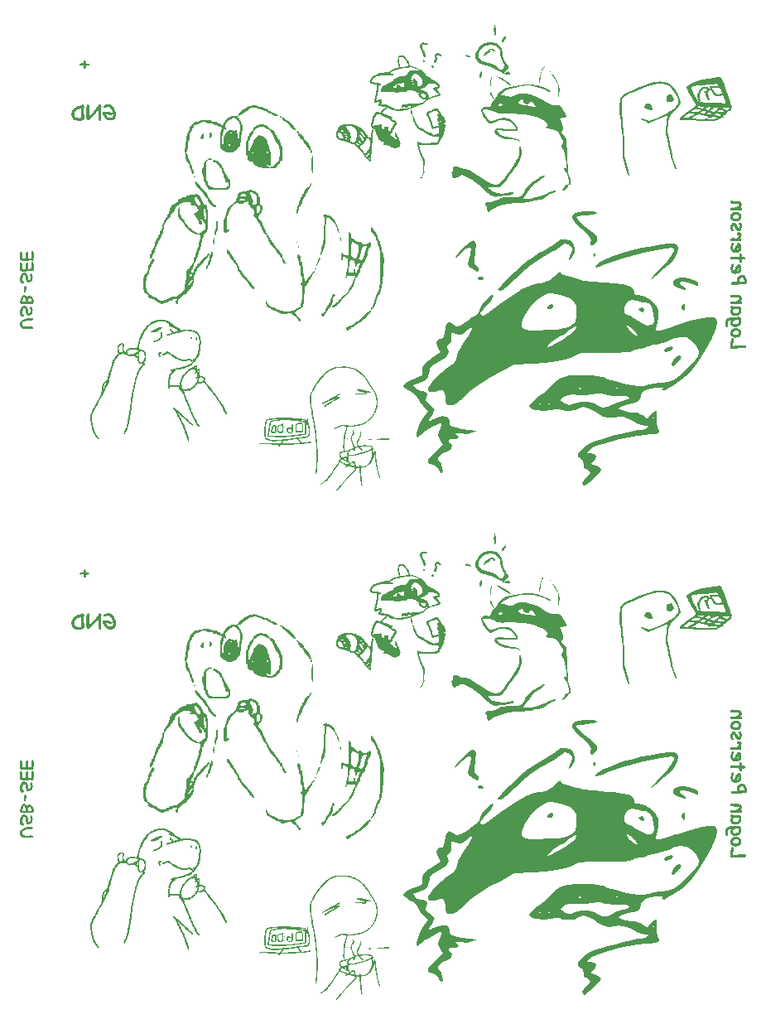
<source format=gbr>
%TF.GenerationSoftware,KiCad,Pcbnew,9.0.2*%
%TF.CreationDate,2025-11-24T16:37:35-05:00*%
%TF.ProjectId,carkit PANEL,6361726b-6974-4205-9041-4e454c2e6b69,rev?*%
%TF.SameCoordinates,Original*%
%TF.FileFunction,Legend,Bot*%
%TF.FilePolarity,Positive*%
%FSLAX46Y46*%
G04 Gerber Fmt 4.6, Leading zero omitted, Abs format (unit mm)*
G04 Created by KiCad (PCBNEW 9.0.2) date 2025-11-24 16:37:35*
%MOMM*%
%LPD*%
G01*
G04 APERTURE LIST*
%ADD10C,0.300000*%
%ADD11C,0.000000*%
%ADD12C,0.100000*%
G04 APERTURE END LIST*
D10*
G36*
X86589658Y-38215695D02*
G01*
X86626020Y-38212123D01*
X86663481Y-38208459D01*
X86744997Y-38210016D01*
X86827429Y-38211573D01*
X86827429Y-38301790D01*
X86828436Y-38390908D01*
X86837956Y-38438306D01*
X86866355Y-38476638D01*
X86908261Y-38501831D01*
X86960602Y-38510526D01*
X87012973Y-38501682D01*
X87054941Y-38475997D01*
X87083319Y-38437097D01*
X87092860Y-38388893D01*
X87094875Y-38211573D01*
X87229147Y-38215695D01*
X87299012Y-38208773D01*
X87358199Y-38189042D01*
X87399194Y-38161783D01*
X87421515Y-38130300D01*
X87428907Y-38092963D01*
X87421029Y-38044296D01*
X87399467Y-38010853D01*
X87363328Y-37988640D01*
X87319644Y-37979523D01*
X87229147Y-37975360D01*
X87094875Y-37971238D01*
X87095882Y-37929839D01*
X87096890Y-37879189D01*
X87089471Y-37794447D01*
X87070441Y-37737795D01*
X87042764Y-37701290D01*
X87006459Y-37679863D01*
X86958587Y-37672285D01*
X86907618Y-37680732D01*
X86864340Y-37705716D01*
X86834282Y-37743717D01*
X86824315Y-37790529D01*
X86827887Y-37841454D01*
X86831459Y-37893386D01*
X86830451Y-37965376D01*
X86794548Y-37966384D01*
X86732632Y-37964369D01*
X86669526Y-37962354D01*
X86582459Y-37969445D01*
X86525006Y-37987475D01*
X86488677Y-38013282D01*
X86467795Y-38046458D01*
X86460515Y-38089482D01*
X86469211Y-38136594D01*
X86495320Y-38176860D01*
X86537627Y-38205889D01*
X86589658Y-38215695D01*
G37*
G36*
X153090170Y-66132231D02*
G01*
X153045592Y-66270554D01*
X152998579Y-66506289D01*
X152969495Y-66728163D01*
X152961210Y-66886483D01*
X152968626Y-66970129D01*
X152988498Y-67032058D01*
X153018700Y-67077419D01*
X153059245Y-67109670D01*
X153112271Y-67130088D01*
X153181670Y-67137534D01*
X153506727Y-67117018D01*
X153964207Y-67097372D01*
X154497192Y-67090365D01*
X154551365Y-67080209D01*
X154596660Y-67049882D01*
X154627264Y-67004577D01*
X154637693Y-66947941D01*
X154627259Y-66891233D01*
X154596569Y-66845542D01*
X154551217Y-66814790D01*
X154497009Y-66804509D01*
X153960188Y-66811728D01*
X153488317Y-66832170D01*
X153236716Y-66851587D01*
X153249224Y-66690730D01*
X153285821Y-66485975D01*
X153352854Y-66228585D01*
X153359815Y-66183522D01*
X153354418Y-66142657D01*
X153338839Y-66108359D01*
X153312645Y-66079016D01*
X153267707Y-66051962D01*
X153218306Y-66043113D01*
X153165208Y-66052892D01*
X153123418Y-66081443D01*
X153090170Y-66132231D01*
G37*
G36*
X153696160Y-65015101D02*
G01*
X153791808Y-65036135D01*
X153876734Y-65069956D01*
X153952500Y-65116394D01*
X154024786Y-65182980D01*
X154075030Y-65258140D01*
X154105451Y-65343607D01*
X154115990Y-65442275D01*
X154107123Y-65551659D01*
X154081650Y-65647645D01*
X154040376Y-65732582D01*
X153982895Y-65808240D01*
X153907621Y-65875684D01*
X153815978Y-65932719D01*
X153719256Y-65972064D01*
X153616161Y-65994464D01*
X153505078Y-65999699D01*
X153388660Y-65986428D01*
X153288455Y-65955505D01*
X153201616Y-65907838D01*
X153126074Y-65842895D01*
X153068966Y-65770854D01*
X153028869Y-65693442D01*
X153004658Y-65609405D01*
X152996389Y-65517105D01*
X153266025Y-65517105D01*
X153271809Y-65564225D01*
X153288909Y-65606808D01*
X153318049Y-65646157D01*
X153365857Y-65683724D01*
X153427070Y-65707323D01*
X153505719Y-65715858D01*
X153590259Y-65708711D01*
X153665141Y-65688072D01*
X153732132Y-65654400D01*
X153783875Y-65613301D01*
X153818901Y-65567292D01*
X153839571Y-65515390D01*
X153846346Y-65455648D01*
X153838301Y-65403019D01*
X153815914Y-65361245D01*
X153778145Y-65327584D01*
X153720650Y-65301597D01*
X153636508Y-65285234D01*
X153516893Y-65282449D01*
X153439934Y-65294247D01*
X153377387Y-65321021D01*
X153326201Y-65362408D01*
X153292640Y-65408982D01*
X153272783Y-65460021D01*
X153266025Y-65517105D01*
X152996389Y-65517105D01*
X152996381Y-65517014D01*
X153004184Y-65423100D01*
X153026745Y-65339549D01*
X153063576Y-65264488D01*
X153115241Y-65196515D01*
X153183319Y-65134804D01*
X153269938Y-65079994D01*
X153365155Y-65040497D01*
X153470500Y-65016177D01*
X153587876Y-65007767D01*
X153696160Y-65015101D01*
G37*
G36*
X153919170Y-63873326D02*
G01*
X153963316Y-63897455D01*
X153992849Y-63936329D01*
X154008829Y-63994495D01*
X154050338Y-64043304D01*
X154080636Y-64107244D01*
X154097936Y-64180628D01*
X154104267Y-64273207D01*
X154096400Y-64393824D01*
X154073904Y-64499811D01*
X154037885Y-64593331D01*
X153988682Y-64676173D01*
X153925847Y-64749664D01*
X153854002Y-64809980D01*
X153774275Y-64856967D01*
X153685558Y-64891155D01*
X153586356Y-64912371D01*
X153474853Y-64919748D01*
X153372962Y-64911259D01*
X153283769Y-64886879D01*
X153204997Y-64847342D01*
X153134959Y-64792162D01*
X153077369Y-64724297D01*
X153036307Y-64647696D01*
X153011043Y-64560632D01*
X153002243Y-64460694D01*
X153002796Y-64454557D01*
X153242578Y-64454557D01*
X153249973Y-64513002D01*
X153270557Y-64558046D01*
X153304036Y-64592951D01*
X153347611Y-64616934D01*
X153407178Y-64632991D01*
X153487493Y-64639022D01*
X153594467Y-64628688D01*
X153682697Y-64599590D01*
X153756038Y-64552926D01*
X153805066Y-64500949D01*
X153840222Y-64440034D01*
X153862083Y-64368398D01*
X153869794Y-64283465D01*
X153859535Y-64217886D01*
X153828761Y-64149193D01*
X153522389Y-64194255D01*
X153464881Y-64208340D01*
X153404498Y-64237776D01*
X153339939Y-64285480D01*
X153282274Y-64346850D01*
X153251932Y-64402386D01*
X153242578Y-64454557D01*
X153002796Y-64454557D01*
X153009062Y-64385075D01*
X153028896Y-64317262D01*
X153061952Y-64255387D01*
X153108855Y-64199385D01*
X152976282Y-64216122D01*
X152881535Y-64244494D01*
X152815672Y-64281359D01*
X152775464Y-64321089D01*
X152746165Y-64370395D01*
X152727566Y-64431332D01*
X152720875Y-64506856D01*
X152724955Y-64575522D01*
X152738461Y-64659538D01*
X152752336Y-64740939D01*
X152756046Y-64791704D01*
X152747053Y-64845478D01*
X152721516Y-64886043D01*
X152682332Y-64912630D01*
X152631116Y-64921855D01*
X152590998Y-64914296D01*
X152556657Y-64891469D01*
X152526330Y-64849723D01*
X152500574Y-64781618D01*
X152481986Y-64676932D01*
X152474678Y-64523251D01*
X152484282Y-64383668D01*
X152510806Y-64270620D01*
X152551808Y-64179302D01*
X152606293Y-64105872D01*
X152674805Y-64047710D01*
X152749879Y-64007752D01*
X152850752Y-63974508D01*
X152983726Y-63950000D01*
X153156024Y-63937068D01*
X153420127Y-63919901D01*
X153665088Y-63885868D01*
X153779959Y-63868965D01*
X153854864Y-63864344D01*
X153919170Y-63873326D01*
G37*
G36*
X153221604Y-62740339D02*
G01*
X153327666Y-62787508D01*
X153426879Y-62806814D01*
X153607935Y-62815169D01*
X153752099Y-62809582D01*
X153854590Y-62793645D01*
X153884318Y-62776013D01*
X153918795Y-62770106D01*
X153956484Y-62777659D01*
X153993792Y-62801835D01*
X154032394Y-62847992D01*
X154072668Y-62924803D01*
X154104806Y-63011865D01*
X154122325Y-63086317D01*
X154127714Y-63150209D01*
X154116467Y-63273925D01*
X154083553Y-63386458D01*
X154028980Y-63490162D01*
X153951127Y-63586732D01*
X153876324Y-63653401D01*
X153797362Y-63704030D01*
X153713502Y-63739927D01*
X153623668Y-63761674D01*
X153526510Y-63769090D01*
X153392853Y-63760028D01*
X153285078Y-63735062D01*
X153198455Y-63696589D01*
X153129188Y-63645625D01*
X153073593Y-63580011D01*
X153032358Y-63498826D01*
X153005919Y-63398709D01*
X152997414Y-63288603D01*
X153242578Y-63288603D01*
X153250828Y-63350614D01*
X153273930Y-63398657D01*
X153311912Y-63436156D01*
X153360782Y-63461666D01*
X153427971Y-63478860D01*
X153518908Y-63485341D01*
X153588615Y-63478817D01*
X153653273Y-63459553D01*
X153714124Y-63427290D01*
X153772066Y-63380835D01*
X153821029Y-63324871D01*
X153854742Y-63266242D01*
X153874755Y-63204036D01*
X153881517Y-63136928D01*
X153876846Y-63109817D01*
X153862008Y-63073364D01*
X153766937Y-63087286D01*
X153691466Y-63091865D01*
X153555054Y-63085447D01*
X153325743Y-63061091D01*
X153289451Y-63113387D01*
X153263644Y-63168161D01*
X153247904Y-63226369D01*
X153242578Y-63288603D01*
X152997414Y-63288603D01*
X152996381Y-63275231D01*
X153001547Y-63222925D01*
X153019462Y-63153323D01*
X153046536Y-63079464D01*
X153087514Y-62987268D01*
X153029415Y-62914518D01*
X153003115Y-62867425D01*
X152996381Y-62837700D01*
X153005293Y-62786641D01*
X153032102Y-62741896D01*
X153072403Y-62710745D01*
X153121769Y-62700405D01*
X153221604Y-62740339D01*
G37*
G36*
X152984658Y-61748041D02*
G01*
X152993028Y-61806083D01*
X153015674Y-61846302D01*
X153052541Y-61873531D01*
X153108214Y-61888450D01*
X153319698Y-61917118D01*
X153430625Y-61928793D01*
X153531181Y-61932506D01*
X153622040Y-61928934D01*
X153712990Y-61925362D01*
X153749260Y-61923346D01*
X153796704Y-61921240D01*
X153849810Y-61927892D01*
X153874111Y-61943105D01*
X153881517Y-61965295D01*
X153870681Y-62023435D01*
X153835642Y-62084172D01*
X153768952Y-62150218D01*
X153690440Y-62204424D01*
X153596179Y-62251902D01*
X153483829Y-62292092D01*
X153391780Y-62301343D01*
X153299639Y-62307479D01*
X153211162Y-62300885D01*
X153122777Y-62294199D01*
X153067896Y-62304468D01*
X153023950Y-62334682D01*
X152994699Y-62379847D01*
X152984658Y-62436623D01*
X152994673Y-62493335D01*
X153023767Y-62538106D01*
X153067492Y-62567893D01*
X153122227Y-62578039D01*
X153210246Y-62584176D01*
X153298265Y-62590313D01*
X153576427Y-62576024D01*
X153854681Y-62561645D01*
X153948012Y-62565217D01*
X154040153Y-62568789D01*
X154093719Y-62558314D01*
X154136598Y-62527298D01*
X154164931Y-62481535D01*
X154174609Y-62425357D01*
X154164507Y-62366269D01*
X154136408Y-62324687D01*
X154088268Y-62296189D01*
X154011760Y-62281926D01*
X154000494Y-62280918D01*
X154069654Y-62200647D01*
X154115881Y-62122144D01*
X154142445Y-62044220D01*
X154151161Y-61965295D01*
X154144084Y-61889455D01*
X154124203Y-61827035D01*
X154092463Y-61775324D01*
X154048313Y-61732502D01*
X153989778Y-61697849D01*
X153915490Y-61672844D01*
X153810454Y-61655362D01*
X153666004Y-61648665D01*
X153593463Y-61648665D01*
X153527060Y-61649672D01*
X153442024Y-61644819D01*
X153321713Y-61627691D01*
X153201610Y-61610476D01*
X153117465Y-61605617D01*
X153064934Y-61615946D01*
X153022485Y-61646650D01*
X152994312Y-61691942D01*
X152984658Y-61748041D01*
G37*
G36*
X154262445Y-59587680D02*
G01*
X154336571Y-59610138D01*
X154406414Y-59647816D01*
X154473021Y-59702201D01*
X154536943Y-59775811D01*
X154594938Y-59867515D01*
X154635191Y-59960244D01*
X154659035Y-60054975D01*
X154667002Y-60152891D01*
X154662331Y-60302459D01*
X154648501Y-60398813D01*
X154643344Y-60448257D01*
X154620647Y-60486659D01*
X154577678Y-60517225D01*
X154506034Y-60539247D01*
X154393237Y-60548381D01*
X153920535Y-60568898D01*
X153628034Y-60585091D01*
X153449940Y-60589414D01*
X153163810Y-60589414D01*
X153113366Y-60579839D01*
X153070478Y-60551038D01*
X153041449Y-60507988D01*
X153031552Y-60454134D01*
X153041488Y-60400383D01*
X153070570Y-60357780D01*
X153113448Y-60329345D01*
X153164084Y-60319862D01*
X153636603Y-60313725D01*
X153629459Y-60227629D01*
X153893241Y-60227629D01*
X153901393Y-60297330D01*
X154255758Y-60277913D01*
X154400106Y-60276905D01*
X154402670Y-60234407D01*
X154403220Y-60176430D01*
X154395907Y-60098420D01*
X154374195Y-60025095D01*
X154337641Y-59955146D01*
X154286677Y-59892959D01*
X154235876Y-59859983D01*
X154183035Y-59849542D01*
X154119387Y-59856674D01*
X154063587Y-59877411D01*
X154013802Y-59912000D01*
X153968987Y-59962290D01*
X153927975Y-60036075D01*
X153902323Y-60123454D01*
X153893241Y-60227629D01*
X153629459Y-60227629D01*
X153638425Y-60101380D01*
X153664428Y-59987255D01*
X153706774Y-59883339D01*
X153765655Y-59788084D01*
X153832917Y-59712184D01*
X153907034Y-59654699D01*
X153988895Y-59613783D01*
X154080047Y-59588740D01*
X154182577Y-59580081D01*
X154262445Y-59587680D01*
G37*
G36*
X153303608Y-58443444D02*
G01*
X153333882Y-58462578D01*
X153352687Y-58494021D01*
X153359815Y-58542812D01*
X153349453Y-58596658D01*
X153310081Y-58679099D01*
X153279943Y-58744849D01*
X153260997Y-58821643D01*
X153254302Y-58911741D01*
X153261955Y-58998516D01*
X153283611Y-59071567D01*
X153320183Y-59136052D01*
X153371538Y-59190452D01*
X153522847Y-58845154D01*
X153596802Y-58687375D01*
X153638709Y-58614619D01*
X153687098Y-58555809D01*
X153735588Y-58517467D01*
X153784971Y-58495732D01*
X153836729Y-58488590D01*
X153911157Y-58498337D01*
X153973270Y-58526394D01*
X154026076Y-58573445D01*
X154070744Y-58643287D01*
X154101081Y-58723886D01*
X154120665Y-58821481D01*
X154127714Y-58939401D01*
X154119379Y-59040224D01*
X154095300Y-59129760D01*
X154056034Y-59210037D01*
X154001016Y-59282571D01*
X153928595Y-59348264D01*
X153835838Y-59406855D01*
X153732973Y-59449246D01*
X153618230Y-59475455D01*
X153489416Y-59484551D01*
X153396560Y-59477159D01*
X153315476Y-59455977D01*
X153244131Y-59421771D01*
X153180977Y-59374305D01*
X153125067Y-59312360D01*
X153075539Y-59232238D01*
X153067114Y-59210969D01*
X153629459Y-59210969D01*
X153711013Y-59178534D01*
X153772832Y-59142172D01*
X153818503Y-59102433D01*
X153853516Y-59054237D01*
X153874371Y-59000520D01*
X153881517Y-58939493D01*
X153876677Y-58866395D01*
X153863356Y-58807479D01*
X153842866Y-58760157D01*
X153790945Y-58850075D01*
X153728011Y-58980434D01*
X153629459Y-59210969D01*
X153067114Y-59210969D01*
X153039089Y-59140219D01*
X153016172Y-59034228D01*
X153008105Y-58911741D01*
X153014950Y-58805770D01*
X153035233Y-58704628D01*
X153068921Y-58607383D01*
X153113315Y-58524720D01*
X153159066Y-58473392D01*
X153206443Y-58445377D01*
X153257416Y-58436291D01*
X153303608Y-58443444D01*
G37*
G36*
X153880785Y-57531005D02*
G01*
X153882250Y-57581747D01*
X153883807Y-57632397D01*
X153875655Y-57729758D01*
X153334719Y-57711256D01*
X153285076Y-57710249D01*
X153226183Y-57709241D01*
X153128635Y-57717407D01*
X153063950Y-57738238D01*
X153022755Y-57768234D01*
X152998887Y-57807090D01*
X152990519Y-57857802D01*
X152999322Y-57910590D01*
X153025324Y-57955163D01*
X153052450Y-57980526D01*
X153082775Y-57995236D01*
X153117556Y-58000226D01*
X153228198Y-57997204D01*
X153338932Y-57994090D01*
X153869794Y-58012591D01*
X153886738Y-58204658D01*
X153901407Y-58263679D01*
X153927733Y-58301943D01*
X153965729Y-58324898D01*
X154019545Y-58333251D01*
X154072799Y-58323449D01*
X154116998Y-58294325D01*
X154146766Y-58250390D01*
X154157023Y-58193941D01*
X154145300Y-58019735D01*
X154252919Y-58024864D01*
X154353394Y-58028986D01*
X154405425Y-58018475D01*
X154447733Y-57987037D01*
X154475770Y-57940990D01*
X154485286Y-57885554D01*
X154476499Y-57834535D01*
X154451195Y-57795015D01*
X154406923Y-57764109D01*
X154336559Y-57742426D01*
X154229563Y-57733879D01*
X154145300Y-57735894D01*
X154157023Y-57632397D01*
X154152199Y-57523922D01*
X154141636Y-57471563D01*
X154115218Y-57426175D01*
X154075212Y-57399350D01*
X154016889Y-57389589D01*
X153963123Y-57399709D01*
X153919619Y-57429614D01*
X153890741Y-57474287D01*
X153880785Y-57531005D01*
G37*
G36*
X153303608Y-56280429D02*
G01*
X153333882Y-56299563D01*
X153352687Y-56331006D01*
X153359815Y-56379797D01*
X153349453Y-56433643D01*
X153310081Y-56516085D01*
X153279943Y-56581834D01*
X153260997Y-56658628D01*
X153254302Y-56748726D01*
X153261955Y-56835501D01*
X153283611Y-56908552D01*
X153320183Y-56973037D01*
X153371538Y-57027438D01*
X153522847Y-56682139D01*
X153596802Y-56524360D01*
X153638709Y-56451605D01*
X153687098Y-56392794D01*
X153735588Y-56354452D01*
X153784971Y-56332717D01*
X153836729Y-56325575D01*
X153911157Y-56335322D01*
X153973270Y-56363379D01*
X154026076Y-56410431D01*
X154070744Y-56480273D01*
X154101081Y-56560872D01*
X154120665Y-56658466D01*
X154127714Y-56776386D01*
X154119379Y-56877210D01*
X154095300Y-56966746D01*
X154056034Y-57047022D01*
X154001016Y-57119556D01*
X153928595Y-57185249D01*
X153835838Y-57243840D01*
X153732973Y-57286232D01*
X153618230Y-57312441D01*
X153489416Y-57321536D01*
X153396560Y-57314144D01*
X153315476Y-57292962D01*
X153244131Y-57258757D01*
X153180977Y-57211290D01*
X153125067Y-57149345D01*
X153075539Y-57069223D01*
X153067114Y-57047954D01*
X153629459Y-57047954D01*
X153711013Y-57015519D01*
X153772832Y-56979157D01*
X153818503Y-56939419D01*
X153853516Y-56891223D01*
X153874371Y-56837505D01*
X153881517Y-56776478D01*
X153876677Y-56703380D01*
X153863356Y-56644464D01*
X153842866Y-56597143D01*
X153790945Y-56687060D01*
X153728011Y-56817419D01*
X153629459Y-57047954D01*
X153067114Y-57047954D01*
X153039089Y-56977204D01*
X153016172Y-56871214D01*
X153008105Y-56748726D01*
X153014950Y-56642755D01*
X153035233Y-56541613D01*
X153068921Y-56444369D01*
X153113315Y-56361706D01*
X153159066Y-56310377D01*
X153206443Y-56282362D01*
X153257416Y-56273277D01*
X153303608Y-56280429D01*
G37*
G36*
X153792216Y-55232711D02*
G01*
X153718907Y-55246748D01*
X153672487Y-55274856D01*
X153645186Y-55316137D01*
X153635321Y-55375135D01*
X153644252Y-55433544D01*
X153668073Y-55471685D01*
X153707046Y-55495273D01*
X153767303Y-55504187D01*
X153869794Y-55509316D01*
X153847768Y-55598649D01*
X153813334Y-55674567D01*
X153766798Y-55739177D01*
X153707460Y-55793890D01*
X153633672Y-55839318D01*
X153119571Y-55838311D01*
X153065988Y-55848428D01*
X153023034Y-55878244D01*
X152994511Y-55922880D01*
X152984658Y-55979636D01*
X152989555Y-56020122D01*
X153003299Y-56052258D01*
X153025690Y-56078005D01*
X153066817Y-56102276D01*
X153120029Y-56110794D01*
X153791850Y-56110794D01*
X153886738Y-56108779D01*
X153981626Y-56106673D01*
X154034981Y-56097869D01*
X154077522Y-56072418D01*
X154105836Y-56032111D01*
X154115990Y-55974507D01*
X154108333Y-55922336D01*
X154087186Y-55884332D01*
X154052212Y-55856829D01*
X153999212Y-55839318D01*
X154058493Y-55745196D01*
X154100148Y-55647473D01*
X154125134Y-55545056D01*
X154133576Y-55436592D01*
X154126109Y-55374392D01*
X154105318Y-55325909D01*
X154071644Y-55287835D01*
X154022910Y-55258690D01*
X153954701Y-55239103D01*
X153860909Y-55231703D01*
X153792216Y-55232711D01*
G37*
G36*
X153811175Y-54361771D02*
G01*
X153817007Y-54410343D01*
X153832629Y-54444690D01*
X153857136Y-54468610D01*
X153892233Y-54483679D01*
X153899103Y-54567668D01*
X153891636Y-54704433D01*
X153874721Y-54775122D01*
X153854251Y-54806095D01*
X153831325Y-54814689D01*
X153809492Y-54805336D01*
X153775858Y-54765169D01*
X153723523Y-54666128D01*
X153632284Y-54480885D01*
X153577801Y-54391447D01*
X153517807Y-54322225D01*
X153458168Y-54276976D01*
X153397895Y-54251307D01*
X153335268Y-54242886D01*
X153252367Y-54253241D01*
X153182075Y-54283135D01*
X153121353Y-54333148D01*
X153068830Y-54406834D01*
X153029855Y-54497691D01*
X153005156Y-54604870D01*
X152996381Y-54731616D01*
X153007103Y-54863953D01*
X153037964Y-54980652D01*
X153073652Y-55054074D01*
X153113135Y-55100182D01*
X153156451Y-55125834D01*
X153205575Y-55134342D01*
X153250055Y-55126690D01*
X153280138Y-55105671D01*
X153299531Y-55069795D01*
X153307058Y-55012434D01*
X153300981Y-54960777D01*
X153277749Y-54876147D01*
X153254551Y-54791386D01*
X153248440Y-54738852D01*
X153256666Y-54629030D01*
X153275985Y-54568612D01*
X153301255Y-54539204D01*
X153332612Y-54529841D01*
X153361465Y-54540218D01*
X153398677Y-54580698D01*
X153448566Y-54674280D01*
X153538040Y-54865602D01*
X153583114Y-54944840D01*
X153639718Y-55010888D01*
X153699041Y-55055009D01*
X153762077Y-55080669D01*
X153830684Y-55089279D01*
X153908582Y-55080377D01*
X153973078Y-55055059D01*
X154027206Y-55013554D01*
X154072552Y-54953657D01*
X154109030Y-54871017D01*
X154130242Y-54783757D01*
X154145333Y-54657605D01*
X154151161Y-54481664D01*
X154143455Y-54386443D01*
X154124783Y-54329989D01*
X154095529Y-54293327D01*
X154053453Y-54270719D01*
X153993900Y-54262395D01*
X153901488Y-54271159D01*
X153848259Y-54292402D01*
X153820436Y-54322064D01*
X153811175Y-54361771D01*
G37*
G36*
X153696160Y-53137571D02*
G01*
X153791808Y-53158605D01*
X153876734Y-53192427D01*
X153952500Y-53238865D01*
X154024786Y-53305451D01*
X154075030Y-53380610D01*
X154105451Y-53466077D01*
X154115990Y-53564746D01*
X154107123Y-53674130D01*
X154081650Y-53770116D01*
X154040376Y-53855052D01*
X153982895Y-53930710D01*
X153907621Y-53998155D01*
X153815978Y-54055189D01*
X153719256Y-54094535D01*
X153616161Y-54116934D01*
X153505078Y-54122169D01*
X153388660Y-54108899D01*
X153288455Y-54077975D01*
X153201616Y-54030309D01*
X153126074Y-53965365D01*
X153068966Y-53893324D01*
X153028869Y-53815912D01*
X153004658Y-53731875D01*
X152996389Y-53639576D01*
X153266025Y-53639576D01*
X153271809Y-53686695D01*
X153288909Y-53729278D01*
X153318049Y-53768627D01*
X153365857Y-53806195D01*
X153427070Y-53829794D01*
X153505719Y-53838328D01*
X153590259Y-53831181D01*
X153665141Y-53810542D01*
X153732132Y-53776871D01*
X153783875Y-53735772D01*
X153818901Y-53689762D01*
X153839571Y-53637860D01*
X153846346Y-53578118D01*
X153838301Y-53525489D01*
X153815914Y-53483716D01*
X153778145Y-53450054D01*
X153720650Y-53424067D01*
X153636508Y-53407705D01*
X153516893Y-53404919D01*
X153439934Y-53416718D01*
X153377387Y-53443491D01*
X153326201Y-53484878D01*
X153292640Y-53531452D01*
X153272783Y-53582491D01*
X153266025Y-53639576D01*
X152996389Y-53639576D01*
X152996381Y-53639484D01*
X153004184Y-53545570D01*
X153026745Y-53462020D01*
X153063576Y-53386958D01*
X153115241Y-53318985D01*
X153183319Y-53257274D01*
X153269938Y-53202464D01*
X153365155Y-53162967D01*
X153470500Y-53138648D01*
X153587876Y-53130238D01*
X153696160Y-53137571D01*
G37*
G36*
X152984658Y-52150763D02*
G01*
X152993028Y-52208804D01*
X153015674Y-52249024D01*
X153052541Y-52276253D01*
X153108214Y-52291172D01*
X153319698Y-52319840D01*
X153430625Y-52331515D01*
X153531181Y-52335227D01*
X153622040Y-52331655D01*
X153712990Y-52328083D01*
X153749260Y-52326068D01*
X153796704Y-52323961D01*
X153849810Y-52330613D01*
X153874111Y-52345827D01*
X153881517Y-52368017D01*
X153870681Y-52426157D01*
X153835642Y-52486894D01*
X153768952Y-52552939D01*
X153690440Y-52607146D01*
X153596179Y-52654623D01*
X153483829Y-52694814D01*
X153391780Y-52704064D01*
X153299639Y-52710201D01*
X153211162Y-52703606D01*
X153122777Y-52696920D01*
X153067896Y-52707190D01*
X153023950Y-52737404D01*
X152994699Y-52782569D01*
X152984658Y-52839344D01*
X152994673Y-52896056D01*
X153023767Y-52940827D01*
X153067492Y-52970615D01*
X153122227Y-52980761D01*
X153210246Y-52986898D01*
X153298265Y-52993034D01*
X153576427Y-52978746D01*
X153854681Y-52964366D01*
X153948012Y-52967938D01*
X154040153Y-52971510D01*
X154093719Y-52961035D01*
X154136598Y-52930020D01*
X154164931Y-52884256D01*
X154174609Y-52828079D01*
X154164507Y-52768990D01*
X154136408Y-52727409D01*
X154088268Y-52698910D01*
X154011760Y-52684647D01*
X154000494Y-52683640D01*
X154069654Y-52603368D01*
X154115881Y-52524865D01*
X154142445Y-52446941D01*
X154151161Y-52368017D01*
X154144084Y-52292177D01*
X154124203Y-52229757D01*
X154092463Y-52178045D01*
X154048313Y-52135224D01*
X153989778Y-52100571D01*
X153915490Y-52075566D01*
X153810454Y-52058084D01*
X153666004Y-52051386D01*
X153593463Y-52051386D01*
X153527060Y-52052394D01*
X153442024Y-52047541D01*
X153321713Y-52030412D01*
X153201610Y-52013197D01*
X153117465Y-52008339D01*
X153064934Y-52018668D01*
X153022485Y-52049371D01*
X152994312Y-52094663D01*
X152984658Y-52150763D01*
G37*
G36*
X88832087Y-43142971D02*
G01*
X88877218Y-43291618D01*
X88939123Y-43420983D01*
X89017458Y-43533554D01*
X89112814Y-43631152D01*
X89202022Y-43697827D01*
X89295914Y-43749003D01*
X89395293Y-43785554D01*
X89501208Y-43807769D01*
X89614916Y-43815341D01*
X89751406Y-43804964D01*
X89861977Y-43776222D01*
X89951521Y-43731468D01*
X90023778Y-43671269D01*
X90080086Y-43595932D01*
X90122540Y-43501691D01*
X90150073Y-43384399D01*
X90160066Y-43238867D01*
X90152391Y-43109962D01*
X90128979Y-42977839D01*
X90088945Y-42841585D01*
X90031014Y-42700312D01*
X89959733Y-42565323D01*
X89880604Y-42446694D01*
X89793740Y-42342974D01*
X89698996Y-42252981D01*
X89624010Y-42198998D01*
X89548775Y-42161972D01*
X89472370Y-42140229D01*
X89393632Y-42132997D01*
X89328195Y-42139377D01*
X89240036Y-42161628D01*
X89123072Y-42205262D01*
X89019822Y-42257586D01*
X88959625Y-42304685D01*
X88929317Y-42347419D01*
X88920198Y-42388078D01*
X88930477Y-42440331D01*
X88962238Y-42487729D01*
X88992501Y-42512174D01*
X89026570Y-42526643D01*
X89065736Y-42531601D01*
X89103938Y-42521535D01*
X89201474Y-42472983D01*
X89273359Y-42438920D01*
X89336862Y-42420203D01*
X89393632Y-42414364D01*
X89433459Y-42422446D01*
X89485030Y-42451189D01*
X89553075Y-42510324D01*
X89642576Y-42612751D01*
X89726804Y-42733213D01*
X89790554Y-42854999D01*
X89835357Y-42978933D01*
X89862120Y-43106036D01*
X89871096Y-43237493D01*
X89863822Y-43351629D01*
X89845725Y-43424977D01*
X89820904Y-43469585D01*
X89780082Y-43502366D01*
X89714849Y-43525045D01*
X89614916Y-43533974D01*
X89513279Y-43523966D01*
X89422145Y-43494771D01*
X89339227Y-43446321D01*
X89264373Y-43377342D01*
X89202203Y-43288562D01*
X89152747Y-43176402D01*
X89309926Y-43195673D01*
X89447115Y-43227345D01*
X89566739Y-43270191D01*
X89598884Y-43281058D01*
X89630303Y-43284571D01*
X89670523Y-43279260D01*
X89705221Y-43263766D01*
X89735816Y-43237493D01*
X89764403Y-43192448D01*
X89773735Y-43142513D01*
X89763387Y-43092938D01*
X89730827Y-43047087D01*
X89668838Y-43002878D01*
X89564948Y-42960899D01*
X89402791Y-42923886D01*
X89185164Y-42898491D01*
X88915068Y-42889173D01*
X88858093Y-42899328D01*
X88812028Y-42929106D01*
X88780941Y-42973546D01*
X88770538Y-43027292D01*
X88777532Y-43073839D01*
X88797692Y-43111666D01*
X88832087Y-43142971D01*
G37*
G36*
X87152581Y-43492117D02*
G01*
X87169984Y-43653958D01*
X87188082Y-43713881D01*
X87218056Y-43753364D01*
X87260439Y-43777309D01*
X87319644Y-43786032D01*
X87364946Y-43778562D01*
X87417970Y-43753552D01*
X87481577Y-43705157D01*
X87668072Y-43527000D01*
X87877129Y-43305623D01*
X88110997Y-43035121D01*
X88372025Y-42709196D01*
X88378162Y-43036359D01*
X88374590Y-43280450D01*
X88370926Y-43524540D01*
X88379896Y-43655329D01*
X88402287Y-43739182D01*
X88433242Y-43789978D01*
X88471207Y-43817736D01*
X88518479Y-43827065D01*
X88566426Y-43821608D01*
X88605778Y-43806147D01*
X88638463Y-43780903D01*
X88668358Y-43735726D01*
X88678397Y-43681527D01*
X88671803Y-43557513D01*
X88665116Y-43433498D01*
X88660995Y-43252148D01*
X88656873Y-43070706D01*
X88659987Y-42875983D01*
X88663010Y-42681169D01*
X88675283Y-42497804D01*
X88687556Y-42314255D01*
X88681923Y-42275508D01*
X88664870Y-42239364D01*
X88634800Y-42204621D01*
X88597421Y-42177552D01*
X88557650Y-42161753D01*
X88514357Y-42156444D01*
X88468994Y-42167480D01*
X88414497Y-42206412D01*
X88346379Y-42287419D01*
X88101869Y-42620262D01*
X87867694Y-42909006D01*
X87643347Y-43157507D01*
X87428271Y-43369385D01*
X87427263Y-43213771D01*
X87430517Y-42749299D01*
X87437521Y-42532700D01*
X87450802Y-42422150D01*
X87461060Y-42309493D01*
X87454537Y-42256642D01*
X87436937Y-42218793D01*
X87409045Y-42191978D01*
X87368723Y-42174671D01*
X87311400Y-42168168D01*
X87270838Y-42176859D01*
X87235009Y-42203916D01*
X87202236Y-42255421D01*
X87173672Y-42342321D01*
X87152733Y-42479105D01*
X87144430Y-42683184D01*
X87146445Y-42845026D01*
X87152581Y-43492117D01*
G37*
G36*
X86777292Y-42156352D02*
G01*
X86815477Y-42174214D01*
X86854269Y-42206361D01*
X86885928Y-42245940D01*
X86903147Y-42282885D01*
X86908583Y-42318469D01*
X86904003Y-42659279D01*
X86899424Y-43000181D01*
X86909132Y-43307286D01*
X86918841Y-43614299D01*
X86908617Y-43667395D01*
X86877900Y-43712118D01*
X86832331Y-43742534D01*
X86776417Y-43753517D01*
X86701262Y-43790537D01*
X86590945Y-43823127D01*
X86495953Y-43839671D01*
X86418754Y-43844651D01*
X86261224Y-43836472D01*
X86131851Y-43813880D01*
X86026162Y-43779242D01*
X85940282Y-43734100D01*
X85846442Y-43661511D01*
X85767165Y-43574948D01*
X85701504Y-43473066D01*
X85652861Y-43363971D01*
X85624039Y-43252198D01*
X85614652Y-43139308D01*
X85903371Y-43139308D01*
X85909287Y-43210479D01*
X85927067Y-43279951D01*
X85957226Y-43348593D01*
X85997707Y-43411577D01*
X86045879Y-43464250D01*
X86102215Y-43507595D01*
X86169937Y-43538566D01*
X86271884Y-43560551D01*
X86419853Y-43569145D01*
X86481761Y-43565793D01*
X86535166Y-43556322D01*
X86584618Y-43540017D01*
X86626849Y-43517854D01*
X86626849Y-42502292D01*
X86329611Y-42631428D01*
X86200584Y-42699213D01*
X86085022Y-42783546D01*
X86002203Y-42868778D01*
X85946517Y-42955449D01*
X85914149Y-43044924D01*
X85903371Y-43139308D01*
X85614652Y-43139308D01*
X85614401Y-43136285D01*
X85624057Y-43023484D01*
X85652943Y-42914808D01*
X85701776Y-42808741D01*
X85772354Y-42704066D01*
X85867467Y-42599928D01*
X85977888Y-42505606D01*
X86099409Y-42424161D01*
X86232986Y-42355293D01*
X86379828Y-42299051D01*
X86568414Y-42214055D01*
X86693732Y-42161192D01*
X86738498Y-42150582D01*
X86777292Y-42156352D01*
G37*
G36*
X80558587Y-64214556D02*
G01*
X80480885Y-64283370D01*
X80417461Y-64364842D01*
X80378752Y-64438875D01*
X80356357Y-64512197D01*
X80348996Y-64586034D01*
X80355265Y-64697670D01*
X80372326Y-64786137D01*
X80398106Y-64855620D01*
X80431352Y-64909656D01*
X80491241Y-64973461D01*
X80564300Y-65027144D01*
X80652434Y-65070910D01*
X80758205Y-65104188D01*
X80884723Y-65125667D01*
X81035548Y-65133367D01*
X81158203Y-65129169D01*
X81280859Y-65124895D01*
X81378785Y-65123216D01*
X81476711Y-65121460D01*
X81542307Y-65115219D01*
X81603565Y-65096731D01*
X81650288Y-65069222D01*
X81674722Y-65038648D01*
X81682562Y-65003613D01*
X81675039Y-64959425D01*
X81652490Y-64920799D01*
X81629054Y-64898807D01*
X81602161Y-64885913D01*
X81570592Y-64881492D01*
X81426336Y-64882789D01*
X81281393Y-64884087D01*
X81160188Y-64888361D01*
X81038982Y-64892559D01*
X80912315Y-64884647D01*
X80798251Y-64861799D01*
X80712597Y-64831486D01*
X80652711Y-64796183D01*
X80612702Y-64756775D01*
X80599678Y-64730092D01*
X80588911Y-64677755D01*
X80583469Y-64586034D01*
X80589234Y-64529692D01*
X80607927Y-64479105D01*
X80640166Y-64432655D01*
X80688158Y-64389440D01*
X80755479Y-64349367D01*
X80846818Y-64313115D01*
X80967770Y-64282028D01*
X81103302Y-64261064D01*
X81287561Y-64246527D01*
X81531437Y-64241041D01*
X81577826Y-64234167D01*
X81623639Y-64212877D01*
X81656592Y-64183362D01*
X81675875Y-64147629D01*
X81682562Y-64103578D01*
X81677522Y-64067115D01*
X81663339Y-64038751D01*
X81639820Y-64016490D01*
X81606422Y-63999824D01*
X81569676Y-63994279D01*
X81342816Y-63998490D01*
X81170377Y-64009685D01*
X81042722Y-64025878D01*
X80897184Y-64057170D01*
X80769273Y-64099518D01*
X80656983Y-64152116D01*
X80558587Y-64214556D01*
G37*
G36*
X80358766Y-63424049D02*
G01*
X80365716Y-63533354D01*
X80385157Y-63624877D01*
X80415544Y-63701501D01*
X80456158Y-63765607D01*
X80500790Y-63813823D01*
X80546271Y-63845929D01*
X80593338Y-63864469D01*
X80643233Y-63870631D01*
X80693607Y-63862273D01*
X80733297Y-63838193D01*
X80752816Y-63814434D01*
X80764823Y-63785095D01*
X80769094Y-63748510D01*
X80760451Y-63702268D01*
X80735066Y-63665466D01*
X80689639Y-63635777D01*
X80645565Y-63606068D01*
X80613004Y-63562310D01*
X80591541Y-63500777D01*
X80583469Y-63415500D01*
X80590480Y-63318908D01*
X80611508Y-63224419D01*
X80646973Y-63131110D01*
X80686232Y-63059902D01*
X80722625Y-63017374D01*
X80756731Y-62995331D01*
X80790160Y-62988533D01*
X80841167Y-62994647D01*
X80879889Y-63011494D01*
X80909329Y-63038508D01*
X80930829Y-63077377D01*
X80948356Y-63156394D01*
X80959603Y-63330931D01*
X80967637Y-63428326D01*
X80986360Y-63516165D01*
X81015169Y-63595706D01*
X81048980Y-63656888D01*
X81085842Y-63700286D01*
X81125755Y-63729304D01*
X81169506Y-63746049D01*
X81218577Y-63751105D01*
X81281201Y-63743832D01*
X81342135Y-63723845D01*
X81402447Y-63690178D01*
X81462939Y-63640956D01*
X81524110Y-63573495D01*
X81585815Y-63482063D01*
X81628802Y-63388038D01*
X81654410Y-63290319D01*
X81663023Y-63187515D01*
X81654542Y-63099907D01*
X81624860Y-62980901D01*
X81594267Y-62901284D01*
X81566059Y-62856325D01*
X81540239Y-62834460D01*
X81515409Y-62828020D01*
X81474085Y-62835632D01*
X81437404Y-62858779D01*
X81416236Y-62883658D01*
X81403612Y-62912540D01*
X81399241Y-62946707D01*
X81402788Y-62991514D01*
X81416338Y-63066691D01*
X81429869Y-63141978D01*
X81433435Y-63187515D01*
X81427167Y-63259660D01*
X81409564Y-63329118D01*
X81380312Y-63396724D01*
X81339115Y-63459234D01*
X81301271Y-63490006D01*
X81264754Y-63499153D01*
X81235579Y-63491664D01*
X81211174Y-63468012D01*
X81194317Y-63432185D01*
X81181635Y-63374513D01*
X81169652Y-63156755D01*
X81156502Y-63061875D01*
X81133755Y-62981703D01*
X81102405Y-62914047D01*
X81062872Y-62857100D01*
X81007508Y-62804663D01*
X80943105Y-62767197D01*
X80867865Y-62743982D01*
X80779169Y-62735818D01*
X80709944Y-62742529D01*
X80647649Y-62762123D01*
X80590759Y-62794659D01*
X80538239Y-62841327D01*
X80489633Y-62904353D01*
X80445091Y-62986854D01*
X80408194Y-63083167D01*
X80381209Y-63187472D01*
X80364517Y-63300739D01*
X80358766Y-63424049D01*
G37*
G36*
X80820650Y-61654384D02*
G01*
X80879982Y-61677656D01*
X80942964Y-61719539D01*
X80993286Y-61765292D01*
X81033264Y-61814138D01*
X81063865Y-61866390D01*
X81127713Y-61804152D01*
X81181178Y-61768235D01*
X81227639Y-61748955D01*
X81282481Y-61736714D01*
X81347339Y-61732362D01*
X81417013Y-61739121D01*
X81481100Y-61759037D01*
X81540966Y-61792385D01*
X81597559Y-61840504D01*
X81651345Y-61905698D01*
X81698124Y-61982464D01*
X81730456Y-62059038D01*
X81749506Y-62136187D01*
X81755835Y-62214818D01*
X81750140Y-62354444D01*
X81737059Y-62429980D01*
X81722075Y-62498464D01*
X81700190Y-62541848D01*
X81673027Y-62567448D01*
X81639743Y-62579426D01*
X81591986Y-62583784D01*
X81528689Y-62583701D01*
X81412598Y-62579426D01*
X80507449Y-62579426D01*
X80476549Y-62575169D01*
X80446383Y-62562100D01*
X80416087Y-62538897D01*
X80391811Y-62509753D01*
X80377992Y-62479468D01*
X80373421Y-62447077D01*
X80376843Y-62347167D01*
X80607894Y-62347167D01*
X80925409Y-62347167D01*
X80923536Y-62274101D01*
X81153468Y-62274101D01*
X81159883Y-62347167D01*
X81339783Y-62346327D01*
X81521362Y-62347167D01*
X81523118Y-62214818D01*
X81516712Y-62156909D01*
X81497359Y-62100943D01*
X81463965Y-62045756D01*
X81422287Y-62000029D01*
X81383783Y-61976228D01*
X81346652Y-61968896D01*
X81295785Y-61975485D01*
X81253967Y-61994329D01*
X81218979Y-62025781D01*
X81189972Y-62072404D01*
X81167610Y-62138595D01*
X81153929Y-62230159D01*
X81153468Y-62274101D01*
X80923536Y-62274101D01*
X80919456Y-62114907D01*
X80904929Y-62050063D01*
X80871905Y-61976528D01*
X80832573Y-61919903D01*
X80794336Y-61890227D01*
X80755584Y-61880052D01*
X80736691Y-61885148D01*
X80715875Y-61904855D01*
X80691685Y-61948237D01*
X80663917Y-62028659D01*
X80625021Y-62198099D01*
X80607894Y-62347167D01*
X80376843Y-62347167D01*
X80378749Y-62291526D01*
X80393723Y-62157485D01*
X80416994Y-62042445D01*
X80447457Y-61944090D01*
X80489250Y-61856533D01*
X80548818Y-61770754D01*
X80604481Y-61712843D01*
X80658085Y-61675096D01*
X80710583Y-61653846D01*
X80763370Y-61646953D01*
X80820650Y-61654384D01*
G37*
G36*
X80783749Y-60849882D02*
G01*
X80777002Y-60990607D01*
X80773979Y-61269140D01*
X80780121Y-61319637D01*
X80797793Y-61362257D01*
X80820112Y-61388966D01*
X80845781Y-61404090D01*
X80876103Y-61409198D01*
X80906475Y-61404087D01*
X80932168Y-61388960D01*
X80954490Y-61362257D01*
X80972798Y-61319584D01*
X80979143Y-61269140D01*
X80984028Y-61066800D01*
X80988913Y-60864460D01*
X80983365Y-60813811D01*
X80967541Y-60771342D01*
X80945765Y-60742321D01*
X80919237Y-60725793D01*
X80886331Y-60720128D01*
X80846311Y-60727650D01*
X80816876Y-60749207D01*
X80795544Y-60787483D01*
X80783749Y-60849882D01*
G37*
G36*
X80358766Y-60041285D02*
G01*
X80365716Y-60150590D01*
X80385157Y-60242114D01*
X80415544Y-60318738D01*
X80456158Y-60382844D01*
X80500790Y-60431060D01*
X80546271Y-60463166D01*
X80593338Y-60481706D01*
X80643233Y-60487868D01*
X80693607Y-60479509D01*
X80733297Y-60455430D01*
X80752816Y-60431670D01*
X80764823Y-60402332D01*
X80769094Y-60365747D01*
X80760451Y-60319505D01*
X80735066Y-60282703D01*
X80689639Y-60253013D01*
X80645565Y-60223305D01*
X80613004Y-60179547D01*
X80591541Y-60118013D01*
X80583469Y-60032737D01*
X80590480Y-59936145D01*
X80611508Y-59841656D01*
X80646973Y-59748346D01*
X80686232Y-59677138D01*
X80722625Y-59634610D01*
X80756731Y-59612568D01*
X80790160Y-59605770D01*
X80841167Y-59611884D01*
X80879889Y-59628730D01*
X80909329Y-59655745D01*
X80930829Y-59694613D01*
X80948356Y-59773630D01*
X80959603Y-59948168D01*
X80967637Y-60045563D01*
X80986360Y-60133402D01*
X81015169Y-60212942D01*
X81048980Y-60274125D01*
X81085842Y-60317522D01*
X81125755Y-60346541D01*
X81169506Y-60363286D01*
X81218577Y-60368342D01*
X81281201Y-60361069D01*
X81342135Y-60341081D01*
X81402447Y-60307415D01*
X81462939Y-60258192D01*
X81524110Y-60190731D01*
X81585815Y-60099299D01*
X81628802Y-60005274D01*
X81654410Y-59907556D01*
X81663023Y-59804751D01*
X81654542Y-59717144D01*
X81624860Y-59598137D01*
X81594267Y-59518521D01*
X81566059Y-59473562D01*
X81540239Y-59451697D01*
X81515409Y-59445256D01*
X81474085Y-59452868D01*
X81437404Y-59476016D01*
X81416236Y-59500894D01*
X81403612Y-59529776D01*
X81399241Y-59563943D01*
X81402788Y-59608750D01*
X81416338Y-59683927D01*
X81429869Y-59759214D01*
X81433435Y-59804751D01*
X81427167Y-59876897D01*
X81409564Y-59946354D01*
X81380312Y-60013961D01*
X81339115Y-60076470D01*
X81301271Y-60107242D01*
X81264754Y-60116390D01*
X81235579Y-60108901D01*
X81211174Y-60085249D01*
X81194317Y-60049422D01*
X81181635Y-59991750D01*
X81169652Y-59773992D01*
X81156502Y-59679111D01*
X81133755Y-59598940D01*
X81102405Y-59531283D01*
X81062872Y-59474337D01*
X81007508Y-59421900D01*
X80943105Y-59384434D01*
X80867865Y-59361219D01*
X80779169Y-59353055D01*
X80709944Y-59359765D01*
X80647649Y-59379360D01*
X80590759Y-59411896D01*
X80538239Y-59458564D01*
X80489633Y-59521589D01*
X80445091Y-59604091D01*
X80408194Y-59700403D01*
X80381209Y-59804709D01*
X80364517Y-59917976D01*
X80358766Y-60041285D01*
G37*
G36*
X81511592Y-58369214D02*
G01*
X81516248Y-58405087D01*
X81542247Y-58542912D01*
X81550671Y-58674060D01*
X81548321Y-58739130D01*
X81540901Y-58811523D01*
X81511592Y-58967762D01*
X81169652Y-58975471D01*
X81198732Y-58641621D01*
X81213616Y-58435007D01*
X81205439Y-58388027D01*
X81181254Y-58348759D01*
X81157670Y-58329006D01*
X81129559Y-58317067D01*
X81095540Y-58312885D01*
X81048881Y-58319978D01*
X81015732Y-58339462D01*
X80992549Y-58371797D01*
X80979143Y-58421345D01*
X80964259Y-58625440D01*
X80935179Y-58990888D01*
X80762530Y-58996842D01*
X80647106Y-58993234D01*
X80593794Y-58985508D01*
X80574692Y-58977226D01*
X80567874Y-58957232D01*
X80563625Y-58869607D01*
X80566220Y-58709933D01*
X80568815Y-58550259D01*
X80573929Y-58499884D01*
X80579043Y-58450348D01*
X80571792Y-58403930D01*
X80550726Y-58365779D01*
X80526989Y-58343712D01*
X80497725Y-58330352D01*
X80461195Y-58325632D01*
X80416996Y-58332151D01*
X80384619Y-58350202D01*
X80361018Y-58380130D01*
X80345791Y-58425543D01*
X80334725Y-58533618D01*
X80329457Y-58779924D01*
X80336119Y-58928280D01*
X80353154Y-59031111D01*
X80376879Y-59099540D01*
X80404867Y-59142853D01*
X80448873Y-59178176D01*
X80517277Y-59207283D01*
X80618888Y-59227883D01*
X80764591Y-59235894D01*
X80893827Y-59232408D01*
X81109355Y-59219255D01*
X81324773Y-59206096D01*
X81453203Y-59202616D01*
X81541817Y-59211165D01*
X81630508Y-59219713D01*
X81680671Y-59214140D01*
X81715804Y-59199358D01*
X81739963Y-59176578D01*
X81755121Y-59144616D01*
X81760720Y-59100187D01*
X81755395Y-59064125D01*
X81739349Y-59030959D01*
X81760570Y-58932853D01*
X81774382Y-58842740D01*
X81782541Y-58754538D01*
X81785144Y-58674060D01*
X81778814Y-58530317D01*
X81761724Y-58417408D01*
X81736296Y-58329906D01*
X81717581Y-58294362D01*
X81693953Y-58270586D01*
X81664883Y-58256365D01*
X81628600Y-58251367D01*
X81587223Y-58258985D01*
X81550595Y-58282126D01*
X81528875Y-58307047D01*
X81516019Y-58335664D01*
X81511592Y-58369214D01*
G37*
G36*
X81511592Y-57277448D02*
G01*
X81516248Y-57313322D01*
X81542247Y-57451146D01*
X81550671Y-57582294D01*
X81548321Y-57647364D01*
X81540901Y-57719757D01*
X81511592Y-57875996D01*
X81169652Y-57883705D01*
X81198732Y-57549856D01*
X81213616Y-57343241D01*
X81205439Y-57296262D01*
X81181254Y-57256993D01*
X81157670Y-57237240D01*
X81129559Y-57225302D01*
X81095540Y-57221120D01*
X81048881Y-57228212D01*
X81015732Y-57247697D01*
X80992549Y-57280032D01*
X80979143Y-57329579D01*
X80964259Y-57533674D01*
X80935179Y-57899123D01*
X80762530Y-57905076D01*
X80647106Y-57901468D01*
X80593794Y-57893742D01*
X80574692Y-57885461D01*
X80567874Y-57865467D01*
X80563625Y-57777841D01*
X80566220Y-57618167D01*
X80568815Y-57458493D01*
X80573929Y-57408118D01*
X80579043Y-57358583D01*
X80571792Y-57312164D01*
X80550726Y-57274014D01*
X80526989Y-57251947D01*
X80497725Y-57238587D01*
X80461195Y-57233866D01*
X80416996Y-57240386D01*
X80384619Y-57258436D01*
X80361018Y-57288364D01*
X80345791Y-57333777D01*
X80334725Y-57441853D01*
X80329457Y-57688158D01*
X80336119Y-57836514D01*
X80353154Y-57939345D01*
X80376879Y-58007774D01*
X80404867Y-58051088D01*
X80448873Y-58086410D01*
X80517277Y-58115518D01*
X80618888Y-58136118D01*
X80764591Y-58144129D01*
X80893827Y-58140642D01*
X81109355Y-58127490D01*
X81324773Y-58114330D01*
X81453203Y-58110851D01*
X81541817Y-58119399D01*
X81630508Y-58127948D01*
X81680671Y-58122375D01*
X81715804Y-58107592D01*
X81739963Y-58084813D01*
X81755121Y-58052851D01*
X81760720Y-58008422D01*
X81755395Y-57972359D01*
X81739349Y-57939194D01*
X81760570Y-57841087D01*
X81774382Y-57750974D01*
X81782541Y-57662773D01*
X81785144Y-57582294D01*
X81778814Y-57438551D01*
X81761724Y-57325643D01*
X81736296Y-57238141D01*
X81717581Y-57202596D01*
X81693953Y-57178821D01*
X81664883Y-57164600D01*
X81628600Y-57159601D01*
X81587223Y-57167219D01*
X81550595Y-57190361D01*
X81528875Y-57215282D01*
X81516019Y-57243898D01*
X81511592Y-57277448D01*
G37*
G36*
X153090170Y-118132231D02*
G01*
X153045592Y-118270554D01*
X152998579Y-118506289D01*
X152969495Y-118728163D01*
X152961210Y-118886483D01*
X152968626Y-118970129D01*
X152988498Y-119032058D01*
X153018700Y-119077419D01*
X153059245Y-119109670D01*
X153112271Y-119130088D01*
X153181670Y-119137534D01*
X153506727Y-119117018D01*
X153964207Y-119097372D01*
X154497192Y-119090365D01*
X154551365Y-119080209D01*
X154596660Y-119049882D01*
X154627264Y-119004577D01*
X154637693Y-118947941D01*
X154627259Y-118891233D01*
X154596569Y-118845542D01*
X154551217Y-118814790D01*
X154497009Y-118804509D01*
X153960188Y-118811728D01*
X153488317Y-118832170D01*
X153236716Y-118851587D01*
X153249224Y-118690730D01*
X153285821Y-118485975D01*
X153352854Y-118228585D01*
X153359815Y-118183522D01*
X153354418Y-118142657D01*
X153338839Y-118108359D01*
X153312645Y-118079016D01*
X153267707Y-118051962D01*
X153218306Y-118043113D01*
X153165208Y-118052892D01*
X153123418Y-118081443D01*
X153090170Y-118132231D01*
G37*
G36*
X153696160Y-117015101D02*
G01*
X153791808Y-117036135D01*
X153876734Y-117069956D01*
X153952500Y-117116394D01*
X154024786Y-117182980D01*
X154075030Y-117258140D01*
X154105451Y-117343607D01*
X154115990Y-117442275D01*
X154107123Y-117551659D01*
X154081650Y-117647645D01*
X154040376Y-117732582D01*
X153982895Y-117808240D01*
X153907621Y-117875684D01*
X153815978Y-117932719D01*
X153719256Y-117972064D01*
X153616161Y-117994464D01*
X153505078Y-117999699D01*
X153388660Y-117986428D01*
X153288455Y-117955505D01*
X153201616Y-117907838D01*
X153126074Y-117842895D01*
X153068966Y-117770854D01*
X153028869Y-117693442D01*
X153004658Y-117609405D01*
X152996389Y-117517105D01*
X153266025Y-117517105D01*
X153271809Y-117564225D01*
X153288909Y-117606808D01*
X153318049Y-117646157D01*
X153365857Y-117683724D01*
X153427070Y-117707323D01*
X153505719Y-117715858D01*
X153590259Y-117708711D01*
X153665141Y-117688072D01*
X153732132Y-117654400D01*
X153783875Y-117613301D01*
X153818901Y-117567292D01*
X153839571Y-117515390D01*
X153846346Y-117455648D01*
X153838301Y-117403019D01*
X153815914Y-117361245D01*
X153778145Y-117327584D01*
X153720650Y-117301597D01*
X153636508Y-117285234D01*
X153516893Y-117282449D01*
X153439934Y-117294247D01*
X153377387Y-117321021D01*
X153326201Y-117362408D01*
X153292640Y-117408982D01*
X153272783Y-117460021D01*
X153266025Y-117517105D01*
X152996389Y-117517105D01*
X152996381Y-117517014D01*
X153004184Y-117423100D01*
X153026745Y-117339549D01*
X153063576Y-117264488D01*
X153115241Y-117196515D01*
X153183319Y-117134804D01*
X153269938Y-117079994D01*
X153365155Y-117040497D01*
X153470500Y-117016177D01*
X153587876Y-117007767D01*
X153696160Y-117015101D01*
G37*
G36*
X153919170Y-115873326D02*
G01*
X153963316Y-115897455D01*
X153992849Y-115936329D01*
X154008829Y-115994495D01*
X154050338Y-116043304D01*
X154080636Y-116107244D01*
X154097936Y-116180628D01*
X154104267Y-116273207D01*
X154096400Y-116393824D01*
X154073904Y-116499811D01*
X154037885Y-116593331D01*
X153988682Y-116676173D01*
X153925847Y-116749664D01*
X153854002Y-116809980D01*
X153774275Y-116856967D01*
X153685558Y-116891155D01*
X153586356Y-116912371D01*
X153474853Y-116919748D01*
X153372962Y-116911259D01*
X153283769Y-116886879D01*
X153204997Y-116847342D01*
X153134959Y-116792162D01*
X153077369Y-116724297D01*
X153036307Y-116647696D01*
X153011043Y-116560632D01*
X153002243Y-116460694D01*
X153002796Y-116454557D01*
X153242578Y-116454557D01*
X153249973Y-116513002D01*
X153270557Y-116558046D01*
X153304036Y-116592951D01*
X153347611Y-116616934D01*
X153407178Y-116632991D01*
X153487493Y-116639022D01*
X153594467Y-116628688D01*
X153682697Y-116599590D01*
X153756038Y-116552926D01*
X153805066Y-116500949D01*
X153840222Y-116440034D01*
X153862083Y-116368398D01*
X153869794Y-116283465D01*
X153859535Y-116217886D01*
X153828761Y-116149193D01*
X153522389Y-116194255D01*
X153464881Y-116208340D01*
X153404498Y-116237776D01*
X153339939Y-116285480D01*
X153282274Y-116346850D01*
X153251932Y-116402386D01*
X153242578Y-116454557D01*
X153002796Y-116454557D01*
X153009062Y-116385075D01*
X153028896Y-116317262D01*
X153061952Y-116255387D01*
X153108855Y-116199385D01*
X152976282Y-116216122D01*
X152881535Y-116244494D01*
X152815672Y-116281359D01*
X152775464Y-116321089D01*
X152746165Y-116370395D01*
X152727566Y-116431332D01*
X152720875Y-116506856D01*
X152724955Y-116575522D01*
X152738461Y-116659538D01*
X152752336Y-116740939D01*
X152756046Y-116791704D01*
X152747053Y-116845478D01*
X152721516Y-116886043D01*
X152682332Y-116912630D01*
X152631116Y-116921855D01*
X152590998Y-116914296D01*
X152556657Y-116891469D01*
X152526330Y-116849723D01*
X152500574Y-116781618D01*
X152481986Y-116676932D01*
X152474678Y-116523251D01*
X152484282Y-116383668D01*
X152510806Y-116270620D01*
X152551808Y-116179302D01*
X152606293Y-116105872D01*
X152674805Y-116047710D01*
X152749879Y-116007752D01*
X152850752Y-115974508D01*
X152983726Y-115950000D01*
X153156024Y-115937068D01*
X153420127Y-115919901D01*
X153665088Y-115885868D01*
X153779959Y-115868965D01*
X153854864Y-115864344D01*
X153919170Y-115873326D01*
G37*
G36*
X153221604Y-114740339D02*
G01*
X153327666Y-114787508D01*
X153426879Y-114806814D01*
X153607935Y-114815169D01*
X153752099Y-114809582D01*
X153854590Y-114793645D01*
X153884318Y-114776013D01*
X153918795Y-114770106D01*
X153956484Y-114777659D01*
X153993792Y-114801835D01*
X154032394Y-114847992D01*
X154072668Y-114924803D01*
X154104806Y-115011865D01*
X154122325Y-115086317D01*
X154127714Y-115150209D01*
X154116467Y-115273925D01*
X154083553Y-115386458D01*
X154028980Y-115490162D01*
X153951127Y-115586732D01*
X153876324Y-115653401D01*
X153797362Y-115704030D01*
X153713502Y-115739927D01*
X153623668Y-115761674D01*
X153526510Y-115769090D01*
X153392853Y-115760028D01*
X153285078Y-115735062D01*
X153198455Y-115696589D01*
X153129188Y-115645625D01*
X153073593Y-115580011D01*
X153032358Y-115498826D01*
X153005919Y-115398709D01*
X152997414Y-115288603D01*
X153242578Y-115288603D01*
X153250828Y-115350614D01*
X153273930Y-115398657D01*
X153311912Y-115436156D01*
X153360782Y-115461666D01*
X153427971Y-115478860D01*
X153518908Y-115485341D01*
X153588615Y-115478817D01*
X153653273Y-115459553D01*
X153714124Y-115427290D01*
X153772066Y-115380835D01*
X153821029Y-115324871D01*
X153854742Y-115266242D01*
X153874755Y-115204036D01*
X153881517Y-115136928D01*
X153876846Y-115109817D01*
X153862008Y-115073364D01*
X153766937Y-115087286D01*
X153691466Y-115091865D01*
X153555054Y-115085447D01*
X153325743Y-115061091D01*
X153289451Y-115113387D01*
X153263644Y-115168161D01*
X153247904Y-115226369D01*
X153242578Y-115288603D01*
X152997414Y-115288603D01*
X152996381Y-115275231D01*
X153001547Y-115222925D01*
X153019462Y-115153323D01*
X153046536Y-115079464D01*
X153087514Y-114987268D01*
X153029415Y-114914518D01*
X153003115Y-114867425D01*
X152996381Y-114837700D01*
X153005293Y-114786641D01*
X153032102Y-114741896D01*
X153072403Y-114710745D01*
X153121769Y-114700405D01*
X153221604Y-114740339D01*
G37*
G36*
X152984658Y-113748041D02*
G01*
X152993028Y-113806083D01*
X153015674Y-113846302D01*
X153052541Y-113873531D01*
X153108214Y-113888450D01*
X153319698Y-113917118D01*
X153430625Y-113928793D01*
X153531181Y-113932506D01*
X153622040Y-113928934D01*
X153712990Y-113925362D01*
X153749260Y-113923346D01*
X153796704Y-113921240D01*
X153849810Y-113927892D01*
X153874111Y-113943105D01*
X153881517Y-113965295D01*
X153870681Y-114023435D01*
X153835642Y-114084172D01*
X153768952Y-114150218D01*
X153690440Y-114204424D01*
X153596179Y-114251902D01*
X153483829Y-114292092D01*
X153391780Y-114301343D01*
X153299639Y-114307479D01*
X153211162Y-114300885D01*
X153122777Y-114294199D01*
X153067896Y-114304468D01*
X153023950Y-114334682D01*
X152994699Y-114379847D01*
X152984658Y-114436623D01*
X152994673Y-114493335D01*
X153023767Y-114538106D01*
X153067492Y-114567893D01*
X153122227Y-114578039D01*
X153210246Y-114584176D01*
X153298265Y-114590313D01*
X153576427Y-114576024D01*
X153854681Y-114561645D01*
X153948012Y-114565217D01*
X154040153Y-114568789D01*
X154093719Y-114558314D01*
X154136598Y-114527298D01*
X154164931Y-114481535D01*
X154174609Y-114425357D01*
X154164507Y-114366269D01*
X154136408Y-114324687D01*
X154088268Y-114296189D01*
X154011760Y-114281926D01*
X154000494Y-114280918D01*
X154069654Y-114200647D01*
X154115881Y-114122144D01*
X154142445Y-114044220D01*
X154151161Y-113965295D01*
X154144084Y-113889455D01*
X154124203Y-113827035D01*
X154092463Y-113775324D01*
X154048313Y-113732502D01*
X153989778Y-113697849D01*
X153915490Y-113672844D01*
X153810454Y-113655362D01*
X153666004Y-113648665D01*
X153593463Y-113648665D01*
X153527060Y-113649672D01*
X153442024Y-113644819D01*
X153321713Y-113627691D01*
X153201610Y-113610476D01*
X153117465Y-113605617D01*
X153064934Y-113615946D01*
X153022485Y-113646650D01*
X152994312Y-113691942D01*
X152984658Y-113748041D01*
G37*
G36*
X154262445Y-111587680D02*
G01*
X154336571Y-111610138D01*
X154406414Y-111647816D01*
X154473021Y-111702201D01*
X154536943Y-111775811D01*
X154594938Y-111867515D01*
X154635191Y-111960244D01*
X154659035Y-112054975D01*
X154667002Y-112152891D01*
X154662331Y-112302459D01*
X154648501Y-112398813D01*
X154643344Y-112448257D01*
X154620647Y-112486659D01*
X154577678Y-112517225D01*
X154506034Y-112539247D01*
X154393237Y-112548381D01*
X153920535Y-112568898D01*
X153628034Y-112585091D01*
X153449940Y-112589414D01*
X153163810Y-112589414D01*
X153113366Y-112579839D01*
X153070478Y-112551038D01*
X153041449Y-112507988D01*
X153031552Y-112454134D01*
X153041488Y-112400383D01*
X153070570Y-112357780D01*
X153113448Y-112329345D01*
X153164084Y-112319862D01*
X153636603Y-112313725D01*
X153629459Y-112227629D01*
X153893241Y-112227629D01*
X153901393Y-112297330D01*
X154255758Y-112277913D01*
X154400106Y-112276905D01*
X154402670Y-112234407D01*
X154403220Y-112176430D01*
X154395907Y-112098420D01*
X154374195Y-112025095D01*
X154337641Y-111955146D01*
X154286677Y-111892959D01*
X154235876Y-111859983D01*
X154183035Y-111849542D01*
X154119387Y-111856674D01*
X154063587Y-111877411D01*
X154013802Y-111912000D01*
X153968987Y-111962290D01*
X153927975Y-112036075D01*
X153902323Y-112123454D01*
X153893241Y-112227629D01*
X153629459Y-112227629D01*
X153638425Y-112101380D01*
X153664428Y-111987255D01*
X153706774Y-111883339D01*
X153765655Y-111788084D01*
X153832917Y-111712184D01*
X153907034Y-111654699D01*
X153988895Y-111613783D01*
X154080047Y-111588740D01*
X154182577Y-111580081D01*
X154262445Y-111587680D01*
G37*
G36*
X153303608Y-110443444D02*
G01*
X153333882Y-110462578D01*
X153352687Y-110494021D01*
X153359815Y-110542812D01*
X153349453Y-110596658D01*
X153310081Y-110679099D01*
X153279943Y-110744849D01*
X153260997Y-110821643D01*
X153254302Y-110911741D01*
X153261955Y-110998516D01*
X153283611Y-111071567D01*
X153320183Y-111136052D01*
X153371538Y-111190452D01*
X153522847Y-110845154D01*
X153596802Y-110687375D01*
X153638709Y-110614619D01*
X153687098Y-110555809D01*
X153735588Y-110517467D01*
X153784971Y-110495732D01*
X153836729Y-110488590D01*
X153911157Y-110498337D01*
X153973270Y-110526394D01*
X154026076Y-110573445D01*
X154070744Y-110643287D01*
X154101081Y-110723886D01*
X154120665Y-110821481D01*
X154127714Y-110939401D01*
X154119379Y-111040224D01*
X154095300Y-111129760D01*
X154056034Y-111210037D01*
X154001016Y-111282571D01*
X153928595Y-111348264D01*
X153835838Y-111406855D01*
X153732973Y-111449246D01*
X153618230Y-111475455D01*
X153489416Y-111484551D01*
X153396560Y-111477159D01*
X153315476Y-111455977D01*
X153244131Y-111421771D01*
X153180977Y-111374305D01*
X153125067Y-111312360D01*
X153075539Y-111232238D01*
X153067114Y-111210969D01*
X153629459Y-111210969D01*
X153711013Y-111178534D01*
X153772832Y-111142172D01*
X153818503Y-111102433D01*
X153853516Y-111054237D01*
X153874371Y-111000520D01*
X153881517Y-110939493D01*
X153876677Y-110866395D01*
X153863356Y-110807479D01*
X153842866Y-110760157D01*
X153790945Y-110850075D01*
X153728011Y-110980434D01*
X153629459Y-111210969D01*
X153067114Y-111210969D01*
X153039089Y-111140219D01*
X153016172Y-111034228D01*
X153008105Y-110911741D01*
X153014950Y-110805770D01*
X153035233Y-110704628D01*
X153068921Y-110607383D01*
X153113315Y-110524720D01*
X153159066Y-110473392D01*
X153206443Y-110445377D01*
X153257416Y-110436291D01*
X153303608Y-110443444D01*
G37*
G36*
X153880785Y-109531005D02*
G01*
X153882250Y-109581747D01*
X153883807Y-109632397D01*
X153875655Y-109729758D01*
X153334719Y-109711256D01*
X153285076Y-109710249D01*
X153226183Y-109709241D01*
X153128635Y-109717407D01*
X153063950Y-109738238D01*
X153022755Y-109768234D01*
X152998887Y-109807090D01*
X152990519Y-109857802D01*
X152999322Y-109910590D01*
X153025324Y-109955163D01*
X153052450Y-109980526D01*
X153082775Y-109995236D01*
X153117556Y-110000226D01*
X153228198Y-109997204D01*
X153338932Y-109994090D01*
X153869794Y-110012591D01*
X153886738Y-110204658D01*
X153901407Y-110263679D01*
X153927733Y-110301943D01*
X153965729Y-110324898D01*
X154019545Y-110333251D01*
X154072799Y-110323449D01*
X154116998Y-110294325D01*
X154146766Y-110250390D01*
X154157023Y-110193941D01*
X154145300Y-110019735D01*
X154252919Y-110024864D01*
X154353394Y-110028986D01*
X154405425Y-110018475D01*
X154447733Y-109987037D01*
X154475770Y-109940990D01*
X154485286Y-109885554D01*
X154476499Y-109834535D01*
X154451195Y-109795015D01*
X154406923Y-109764109D01*
X154336559Y-109742426D01*
X154229563Y-109733879D01*
X154145300Y-109735894D01*
X154157023Y-109632397D01*
X154152199Y-109523922D01*
X154141636Y-109471563D01*
X154115218Y-109426175D01*
X154075212Y-109399350D01*
X154016889Y-109389589D01*
X153963123Y-109399709D01*
X153919619Y-109429614D01*
X153890741Y-109474287D01*
X153880785Y-109531005D01*
G37*
G36*
X153303608Y-108280429D02*
G01*
X153333882Y-108299563D01*
X153352687Y-108331006D01*
X153359815Y-108379797D01*
X153349453Y-108433643D01*
X153310081Y-108516085D01*
X153279943Y-108581834D01*
X153260997Y-108658628D01*
X153254302Y-108748726D01*
X153261955Y-108835501D01*
X153283611Y-108908552D01*
X153320183Y-108973037D01*
X153371538Y-109027438D01*
X153522847Y-108682139D01*
X153596802Y-108524360D01*
X153638709Y-108451605D01*
X153687098Y-108392794D01*
X153735588Y-108354452D01*
X153784971Y-108332717D01*
X153836729Y-108325575D01*
X153911157Y-108335322D01*
X153973270Y-108363379D01*
X154026076Y-108410431D01*
X154070744Y-108480273D01*
X154101081Y-108560872D01*
X154120665Y-108658466D01*
X154127714Y-108776386D01*
X154119379Y-108877210D01*
X154095300Y-108966746D01*
X154056034Y-109047022D01*
X154001016Y-109119556D01*
X153928595Y-109185249D01*
X153835838Y-109243840D01*
X153732973Y-109286232D01*
X153618230Y-109312441D01*
X153489416Y-109321536D01*
X153396560Y-109314144D01*
X153315476Y-109292962D01*
X153244131Y-109258757D01*
X153180977Y-109211290D01*
X153125067Y-109149345D01*
X153075539Y-109069223D01*
X153067114Y-109047954D01*
X153629459Y-109047954D01*
X153711013Y-109015519D01*
X153772832Y-108979157D01*
X153818503Y-108939419D01*
X153853516Y-108891223D01*
X153874371Y-108837505D01*
X153881517Y-108776478D01*
X153876677Y-108703380D01*
X153863356Y-108644464D01*
X153842866Y-108597143D01*
X153790945Y-108687060D01*
X153728011Y-108817419D01*
X153629459Y-109047954D01*
X153067114Y-109047954D01*
X153039089Y-108977204D01*
X153016172Y-108871214D01*
X153008105Y-108748726D01*
X153014950Y-108642755D01*
X153035233Y-108541613D01*
X153068921Y-108444369D01*
X153113315Y-108361706D01*
X153159066Y-108310377D01*
X153206443Y-108282362D01*
X153257416Y-108273277D01*
X153303608Y-108280429D01*
G37*
G36*
X153792216Y-107232711D02*
G01*
X153718907Y-107246748D01*
X153672487Y-107274856D01*
X153645186Y-107316137D01*
X153635321Y-107375135D01*
X153644252Y-107433544D01*
X153668073Y-107471685D01*
X153707046Y-107495273D01*
X153767303Y-107504187D01*
X153869794Y-107509316D01*
X153847768Y-107598649D01*
X153813334Y-107674567D01*
X153766798Y-107739177D01*
X153707460Y-107793890D01*
X153633672Y-107839318D01*
X153119571Y-107838311D01*
X153065988Y-107848428D01*
X153023034Y-107878244D01*
X152994511Y-107922880D01*
X152984658Y-107979636D01*
X152989555Y-108020122D01*
X153003299Y-108052258D01*
X153025690Y-108078005D01*
X153066817Y-108102276D01*
X153120029Y-108110794D01*
X153791850Y-108110794D01*
X153886738Y-108108779D01*
X153981626Y-108106673D01*
X154034981Y-108097869D01*
X154077522Y-108072418D01*
X154105836Y-108032111D01*
X154115990Y-107974507D01*
X154108333Y-107922336D01*
X154087186Y-107884332D01*
X154052212Y-107856829D01*
X153999212Y-107839318D01*
X154058493Y-107745196D01*
X154100148Y-107647473D01*
X154125134Y-107545056D01*
X154133576Y-107436592D01*
X154126109Y-107374392D01*
X154105318Y-107325909D01*
X154071644Y-107287835D01*
X154022910Y-107258690D01*
X153954701Y-107239103D01*
X153860909Y-107231703D01*
X153792216Y-107232711D01*
G37*
G36*
X153811175Y-106361771D02*
G01*
X153817007Y-106410343D01*
X153832629Y-106444690D01*
X153857136Y-106468610D01*
X153892233Y-106483679D01*
X153899103Y-106567668D01*
X153891636Y-106704433D01*
X153874721Y-106775122D01*
X153854251Y-106806095D01*
X153831325Y-106814689D01*
X153809492Y-106805336D01*
X153775858Y-106765169D01*
X153723523Y-106666128D01*
X153632284Y-106480885D01*
X153577801Y-106391447D01*
X153517807Y-106322225D01*
X153458168Y-106276976D01*
X153397895Y-106251307D01*
X153335268Y-106242886D01*
X153252367Y-106253241D01*
X153182075Y-106283135D01*
X153121353Y-106333148D01*
X153068830Y-106406834D01*
X153029855Y-106497691D01*
X153005156Y-106604870D01*
X152996381Y-106731616D01*
X153007103Y-106863953D01*
X153037964Y-106980652D01*
X153073652Y-107054074D01*
X153113135Y-107100182D01*
X153156451Y-107125834D01*
X153205575Y-107134342D01*
X153250055Y-107126690D01*
X153280138Y-107105671D01*
X153299531Y-107069795D01*
X153307058Y-107012434D01*
X153300981Y-106960777D01*
X153277749Y-106876147D01*
X153254551Y-106791386D01*
X153248440Y-106738852D01*
X153256666Y-106629030D01*
X153275985Y-106568612D01*
X153301255Y-106539204D01*
X153332612Y-106529841D01*
X153361465Y-106540218D01*
X153398677Y-106580698D01*
X153448566Y-106674280D01*
X153538040Y-106865602D01*
X153583114Y-106944840D01*
X153639718Y-107010888D01*
X153699041Y-107055009D01*
X153762077Y-107080669D01*
X153830684Y-107089279D01*
X153908582Y-107080377D01*
X153973078Y-107055059D01*
X154027206Y-107013554D01*
X154072552Y-106953657D01*
X154109030Y-106871017D01*
X154130242Y-106783757D01*
X154145333Y-106657605D01*
X154151161Y-106481664D01*
X154143455Y-106386443D01*
X154124783Y-106329989D01*
X154095529Y-106293327D01*
X154053453Y-106270719D01*
X153993900Y-106262395D01*
X153901488Y-106271159D01*
X153848259Y-106292402D01*
X153820436Y-106322064D01*
X153811175Y-106361771D01*
G37*
G36*
X153696160Y-105137571D02*
G01*
X153791808Y-105158605D01*
X153876734Y-105192427D01*
X153952500Y-105238865D01*
X154024786Y-105305451D01*
X154075030Y-105380610D01*
X154105451Y-105466077D01*
X154115990Y-105564746D01*
X154107123Y-105674130D01*
X154081650Y-105770116D01*
X154040376Y-105855052D01*
X153982895Y-105930710D01*
X153907621Y-105998155D01*
X153815978Y-106055189D01*
X153719256Y-106094535D01*
X153616161Y-106116934D01*
X153505078Y-106122169D01*
X153388660Y-106108899D01*
X153288455Y-106077975D01*
X153201616Y-106030309D01*
X153126074Y-105965365D01*
X153068966Y-105893324D01*
X153028869Y-105815912D01*
X153004658Y-105731875D01*
X152996389Y-105639576D01*
X153266025Y-105639576D01*
X153271809Y-105686695D01*
X153288909Y-105729278D01*
X153318049Y-105768627D01*
X153365857Y-105806195D01*
X153427070Y-105829794D01*
X153505719Y-105838328D01*
X153590259Y-105831181D01*
X153665141Y-105810542D01*
X153732132Y-105776871D01*
X153783875Y-105735772D01*
X153818901Y-105689762D01*
X153839571Y-105637860D01*
X153846346Y-105578118D01*
X153838301Y-105525489D01*
X153815914Y-105483716D01*
X153778145Y-105450054D01*
X153720650Y-105424067D01*
X153636508Y-105407705D01*
X153516893Y-105404919D01*
X153439934Y-105416718D01*
X153377387Y-105443491D01*
X153326201Y-105484878D01*
X153292640Y-105531452D01*
X153272783Y-105582491D01*
X153266025Y-105639576D01*
X152996389Y-105639576D01*
X152996381Y-105639484D01*
X153004184Y-105545570D01*
X153026745Y-105462020D01*
X153063576Y-105386958D01*
X153115241Y-105318985D01*
X153183319Y-105257274D01*
X153269938Y-105202464D01*
X153365155Y-105162967D01*
X153470500Y-105138648D01*
X153587876Y-105130238D01*
X153696160Y-105137571D01*
G37*
G36*
X152984658Y-104150763D02*
G01*
X152993028Y-104208804D01*
X153015674Y-104249024D01*
X153052541Y-104276253D01*
X153108214Y-104291172D01*
X153319698Y-104319840D01*
X153430625Y-104331515D01*
X153531181Y-104335227D01*
X153622040Y-104331655D01*
X153712990Y-104328083D01*
X153749260Y-104326068D01*
X153796704Y-104323961D01*
X153849810Y-104330613D01*
X153874111Y-104345827D01*
X153881517Y-104368017D01*
X153870681Y-104426157D01*
X153835642Y-104486894D01*
X153768952Y-104552939D01*
X153690440Y-104607146D01*
X153596179Y-104654623D01*
X153483829Y-104694814D01*
X153391780Y-104704064D01*
X153299639Y-104710201D01*
X153211162Y-104703606D01*
X153122777Y-104696920D01*
X153067896Y-104707190D01*
X153023950Y-104737404D01*
X152994699Y-104782569D01*
X152984658Y-104839344D01*
X152994673Y-104896056D01*
X153023767Y-104940827D01*
X153067492Y-104970615D01*
X153122227Y-104980761D01*
X153210246Y-104986898D01*
X153298265Y-104993034D01*
X153576427Y-104978746D01*
X153854681Y-104964366D01*
X153948012Y-104967938D01*
X154040153Y-104971510D01*
X154093719Y-104961035D01*
X154136598Y-104930020D01*
X154164931Y-104884256D01*
X154174609Y-104828079D01*
X154164507Y-104768990D01*
X154136408Y-104727409D01*
X154088268Y-104698910D01*
X154011760Y-104684647D01*
X154000494Y-104683640D01*
X154069654Y-104603368D01*
X154115881Y-104524865D01*
X154142445Y-104446941D01*
X154151161Y-104368017D01*
X154144084Y-104292177D01*
X154124203Y-104229757D01*
X154092463Y-104178045D01*
X154048313Y-104135224D01*
X153989778Y-104100571D01*
X153915490Y-104075566D01*
X153810454Y-104058084D01*
X153666004Y-104051386D01*
X153593463Y-104051386D01*
X153527060Y-104052394D01*
X153442024Y-104047541D01*
X153321713Y-104030412D01*
X153201610Y-104013197D01*
X153117465Y-104008339D01*
X153064934Y-104018668D01*
X153022485Y-104049371D01*
X152994312Y-104094663D01*
X152984658Y-104150763D01*
G37*
G36*
X86589658Y-90215695D02*
G01*
X86626020Y-90212123D01*
X86663481Y-90208459D01*
X86744997Y-90210016D01*
X86827429Y-90211573D01*
X86827429Y-90301790D01*
X86828436Y-90390908D01*
X86837956Y-90438306D01*
X86866355Y-90476638D01*
X86908261Y-90501831D01*
X86960602Y-90510526D01*
X87012973Y-90501682D01*
X87054941Y-90475997D01*
X87083319Y-90437097D01*
X87092860Y-90388893D01*
X87094875Y-90211573D01*
X87229147Y-90215695D01*
X87299012Y-90208773D01*
X87358199Y-90189042D01*
X87399194Y-90161783D01*
X87421515Y-90130300D01*
X87428907Y-90092963D01*
X87421029Y-90044296D01*
X87399467Y-90010853D01*
X87363328Y-89988640D01*
X87319644Y-89979523D01*
X87229147Y-89975360D01*
X87094875Y-89971238D01*
X87095882Y-89929839D01*
X87096890Y-89879189D01*
X87089471Y-89794447D01*
X87070441Y-89737795D01*
X87042764Y-89701290D01*
X87006459Y-89679863D01*
X86958587Y-89672285D01*
X86907618Y-89680732D01*
X86864340Y-89705716D01*
X86834282Y-89743717D01*
X86824315Y-89790529D01*
X86827887Y-89841454D01*
X86831459Y-89893386D01*
X86830451Y-89965376D01*
X86794548Y-89966384D01*
X86732632Y-89964369D01*
X86669526Y-89962354D01*
X86582459Y-89969445D01*
X86525006Y-89987475D01*
X86488677Y-90013282D01*
X86467795Y-90046458D01*
X86460515Y-90089482D01*
X86469211Y-90136594D01*
X86495320Y-90176860D01*
X86537627Y-90205889D01*
X86589658Y-90215695D01*
G37*
G36*
X80558587Y-116214556D02*
G01*
X80480885Y-116283370D01*
X80417461Y-116364842D01*
X80378752Y-116438875D01*
X80356357Y-116512197D01*
X80348996Y-116586034D01*
X80355265Y-116697670D01*
X80372326Y-116786137D01*
X80398106Y-116855620D01*
X80431352Y-116909656D01*
X80491241Y-116973461D01*
X80564300Y-117027144D01*
X80652434Y-117070910D01*
X80758205Y-117104188D01*
X80884723Y-117125667D01*
X81035548Y-117133367D01*
X81158203Y-117129169D01*
X81280859Y-117124895D01*
X81378785Y-117123216D01*
X81476711Y-117121460D01*
X81542307Y-117115219D01*
X81603565Y-117096731D01*
X81650288Y-117069222D01*
X81674722Y-117038648D01*
X81682562Y-117003613D01*
X81675039Y-116959425D01*
X81652490Y-116920799D01*
X81629054Y-116898807D01*
X81602161Y-116885913D01*
X81570592Y-116881492D01*
X81426336Y-116882789D01*
X81281393Y-116884087D01*
X81160188Y-116888361D01*
X81038982Y-116892559D01*
X80912315Y-116884647D01*
X80798251Y-116861799D01*
X80712597Y-116831486D01*
X80652711Y-116796183D01*
X80612702Y-116756775D01*
X80599678Y-116730092D01*
X80588911Y-116677755D01*
X80583469Y-116586034D01*
X80589234Y-116529692D01*
X80607927Y-116479105D01*
X80640166Y-116432655D01*
X80688158Y-116389440D01*
X80755479Y-116349367D01*
X80846818Y-116313115D01*
X80967770Y-116282028D01*
X81103302Y-116261064D01*
X81287561Y-116246527D01*
X81531437Y-116241041D01*
X81577826Y-116234167D01*
X81623639Y-116212877D01*
X81656592Y-116183362D01*
X81675875Y-116147629D01*
X81682562Y-116103578D01*
X81677522Y-116067115D01*
X81663339Y-116038751D01*
X81639820Y-116016490D01*
X81606422Y-115999824D01*
X81569676Y-115994279D01*
X81342816Y-115998490D01*
X81170377Y-116009685D01*
X81042722Y-116025878D01*
X80897184Y-116057170D01*
X80769273Y-116099518D01*
X80656983Y-116152116D01*
X80558587Y-116214556D01*
G37*
G36*
X80358766Y-115424049D02*
G01*
X80365716Y-115533354D01*
X80385157Y-115624877D01*
X80415544Y-115701501D01*
X80456158Y-115765607D01*
X80500790Y-115813823D01*
X80546271Y-115845929D01*
X80593338Y-115864469D01*
X80643233Y-115870631D01*
X80693607Y-115862273D01*
X80733297Y-115838193D01*
X80752816Y-115814434D01*
X80764823Y-115785095D01*
X80769094Y-115748510D01*
X80760451Y-115702268D01*
X80735066Y-115665466D01*
X80689639Y-115635777D01*
X80645565Y-115606068D01*
X80613004Y-115562310D01*
X80591541Y-115500777D01*
X80583469Y-115415500D01*
X80590480Y-115318908D01*
X80611508Y-115224419D01*
X80646973Y-115131110D01*
X80686232Y-115059902D01*
X80722625Y-115017374D01*
X80756731Y-114995331D01*
X80790160Y-114988533D01*
X80841167Y-114994647D01*
X80879889Y-115011494D01*
X80909329Y-115038508D01*
X80930829Y-115077377D01*
X80948356Y-115156394D01*
X80959603Y-115330931D01*
X80967637Y-115428326D01*
X80986360Y-115516165D01*
X81015169Y-115595706D01*
X81048980Y-115656888D01*
X81085842Y-115700286D01*
X81125755Y-115729304D01*
X81169506Y-115746049D01*
X81218577Y-115751105D01*
X81281201Y-115743832D01*
X81342135Y-115723845D01*
X81402447Y-115690178D01*
X81462939Y-115640956D01*
X81524110Y-115573495D01*
X81585815Y-115482063D01*
X81628802Y-115388038D01*
X81654410Y-115290319D01*
X81663023Y-115187515D01*
X81654542Y-115099907D01*
X81624860Y-114980901D01*
X81594267Y-114901284D01*
X81566059Y-114856325D01*
X81540239Y-114834460D01*
X81515409Y-114828020D01*
X81474085Y-114835632D01*
X81437404Y-114858779D01*
X81416236Y-114883658D01*
X81403612Y-114912540D01*
X81399241Y-114946707D01*
X81402788Y-114991514D01*
X81416338Y-115066691D01*
X81429869Y-115141978D01*
X81433435Y-115187515D01*
X81427167Y-115259660D01*
X81409564Y-115329118D01*
X81380312Y-115396724D01*
X81339115Y-115459234D01*
X81301271Y-115490006D01*
X81264754Y-115499153D01*
X81235579Y-115491664D01*
X81211174Y-115468012D01*
X81194317Y-115432185D01*
X81181635Y-115374513D01*
X81169652Y-115156755D01*
X81156502Y-115061875D01*
X81133755Y-114981703D01*
X81102405Y-114914047D01*
X81062872Y-114857100D01*
X81007508Y-114804663D01*
X80943105Y-114767197D01*
X80867865Y-114743982D01*
X80779169Y-114735818D01*
X80709944Y-114742529D01*
X80647649Y-114762123D01*
X80590759Y-114794659D01*
X80538239Y-114841327D01*
X80489633Y-114904353D01*
X80445091Y-114986854D01*
X80408194Y-115083167D01*
X80381209Y-115187472D01*
X80364517Y-115300739D01*
X80358766Y-115424049D01*
G37*
G36*
X80820650Y-113654384D02*
G01*
X80879982Y-113677656D01*
X80942964Y-113719539D01*
X80993286Y-113765292D01*
X81033264Y-113814138D01*
X81063865Y-113866390D01*
X81127713Y-113804152D01*
X81181178Y-113768235D01*
X81227639Y-113748955D01*
X81282481Y-113736714D01*
X81347339Y-113732362D01*
X81417013Y-113739121D01*
X81481100Y-113759037D01*
X81540966Y-113792385D01*
X81597559Y-113840504D01*
X81651345Y-113905698D01*
X81698124Y-113982464D01*
X81730456Y-114059038D01*
X81749506Y-114136187D01*
X81755835Y-114214818D01*
X81750140Y-114354444D01*
X81737059Y-114429980D01*
X81722075Y-114498464D01*
X81700190Y-114541848D01*
X81673027Y-114567448D01*
X81639743Y-114579426D01*
X81591986Y-114583784D01*
X81528689Y-114583701D01*
X81412598Y-114579426D01*
X80507449Y-114579426D01*
X80476549Y-114575169D01*
X80446383Y-114562100D01*
X80416087Y-114538897D01*
X80391811Y-114509753D01*
X80377992Y-114479468D01*
X80373421Y-114447077D01*
X80376843Y-114347167D01*
X80607894Y-114347167D01*
X80925409Y-114347167D01*
X80923536Y-114274101D01*
X81153468Y-114274101D01*
X81159883Y-114347167D01*
X81339783Y-114346327D01*
X81521362Y-114347167D01*
X81523118Y-114214818D01*
X81516712Y-114156909D01*
X81497359Y-114100943D01*
X81463965Y-114045756D01*
X81422287Y-114000029D01*
X81383783Y-113976228D01*
X81346652Y-113968896D01*
X81295785Y-113975485D01*
X81253967Y-113994329D01*
X81218979Y-114025781D01*
X81189972Y-114072404D01*
X81167610Y-114138595D01*
X81153929Y-114230159D01*
X81153468Y-114274101D01*
X80923536Y-114274101D01*
X80919456Y-114114907D01*
X80904929Y-114050063D01*
X80871905Y-113976528D01*
X80832573Y-113919903D01*
X80794336Y-113890227D01*
X80755584Y-113880052D01*
X80736691Y-113885148D01*
X80715875Y-113904855D01*
X80691685Y-113948237D01*
X80663917Y-114028659D01*
X80625021Y-114198099D01*
X80607894Y-114347167D01*
X80376843Y-114347167D01*
X80378749Y-114291526D01*
X80393723Y-114157485D01*
X80416994Y-114042445D01*
X80447457Y-113944090D01*
X80489250Y-113856533D01*
X80548818Y-113770754D01*
X80604481Y-113712843D01*
X80658085Y-113675096D01*
X80710583Y-113653846D01*
X80763370Y-113646953D01*
X80820650Y-113654384D01*
G37*
G36*
X80783749Y-112849882D02*
G01*
X80777002Y-112990607D01*
X80773979Y-113269140D01*
X80780121Y-113319637D01*
X80797793Y-113362257D01*
X80820112Y-113388966D01*
X80845781Y-113404090D01*
X80876103Y-113409198D01*
X80906475Y-113404087D01*
X80932168Y-113388960D01*
X80954490Y-113362257D01*
X80972798Y-113319584D01*
X80979143Y-113269140D01*
X80984028Y-113066800D01*
X80988913Y-112864460D01*
X80983365Y-112813811D01*
X80967541Y-112771342D01*
X80945765Y-112742321D01*
X80919237Y-112725793D01*
X80886331Y-112720128D01*
X80846311Y-112727650D01*
X80816876Y-112749207D01*
X80795544Y-112787483D01*
X80783749Y-112849882D01*
G37*
G36*
X80358766Y-112041285D02*
G01*
X80365716Y-112150590D01*
X80385157Y-112242114D01*
X80415544Y-112318738D01*
X80456158Y-112382844D01*
X80500790Y-112431060D01*
X80546271Y-112463166D01*
X80593338Y-112481706D01*
X80643233Y-112487868D01*
X80693607Y-112479509D01*
X80733297Y-112455430D01*
X80752816Y-112431670D01*
X80764823Y-112402332D01*
X80769094Y-112365747D01*
X80760451Y-112319505D01*
X80735066Y-112282703D01*
X80689639Y-112253013D01*
X80645565Y-112223305D01*
X80613004Y-112179547D01*
X80591541Y-112118013D01*
X80583469Y-112032737D01*
X80590480Y-111936145D01*
X80611508Y-111841656D01*
X80646973Y-111748346D01*
X80686232Y-111677138D01*
X80722625Y-111634610D01*
X80756731Y-111612568D01*
X80790160Y-111605770D01*
X80841167Y-111611884D01*
X80879889Y-111628730D01*
X80909329Y-111655745D01*
X80930829Y-111694613D01*
X80948356Y-111773630D01*
X80959603Y-111948168D01*
X80967637Y-112045563D01*
X80986360Y-112133402D01*
X81015169Y-112212942D01*
X81048980Y-112274125D01*
X81085842Y-112317522D01*
X81125755Y-112346541D01*
X81169506Y-112363286D01*
X81218577Y-112368342D01*
X81281201Y-112361069D01*
X81342135Y-112341081D01*
X81402447Y-112307415D01*
X81462939Y-112258192D01*
X81524110Y-112190731D01*
X81585815Y-112099299D01*
X81628802Y-112005274D01*
X81654410Y-111907556D01*
X81663023Y-111804751D01*
X81654542Y-111717144D01*
X81624860Y-111598137D01*
X81594267Y-111518521D01*
X81566059Y-111473562D01*
X81540239Y-111451697D01*
X81515409Y-111445256D01*
X81474085Y-111452868D01*
X81437404Y-111476016D01*
X81416236Y-111500894D01*
X81403612Y-111529776D01*
X81399241Y-111563943D01*
X81402788Y-111608750D01*
X81416338Y-111683927D01*
X81429869Y-111759214D01*
X81433435Y-111804751D01*
X81427167Y-111876897D01*
X81409564Y-111946354D01*
X81380312Y-112013961D01*
X81339115Y-112076470D01*
X81301271Y-112107242D01*
X81264754Y-112116390D01*
X81235579Y-112108901D01*
X81211174Y-112085249D01*
X81194317Y-112049422D01*
X81181635Y-111991750D01*
X81169652Y-111773992D01*
X81156502Y-111679111D01*
X81133755Y-111598940D01*
X81102405Y-111531283D01*
X81062872Y-111474337D01*
X81007508Y-111421900D01*
X80943105Y-111384434D01*
X80867865Y-111361219D01*
X80779169Y-111353055D01*
X80709944Y-111359765D01*
X80647649Y-111379360D01*
X80590759Y-111411896D01*
X80538239Y-111458564D01*
X80489633Y-111521589D01*
X80445091Y-111604091D01*
X80408194Y-111700403D01*
X80381209Y-111804709D01*
X80364517Y-111917976D01*
X80358766Y-112041285D01*
G37*
G36*
X81511592Y-110369214D02*
G01*
X81516248Y-110405087D01*
X81542247Y-110542912D01*
X81550671Y-110674060D01*
X81548321Y-110739130D01*
X81540901Y-110811523D01*
X81511592Y-110967762D01*
X81169652Y-110975471D01*
X81198732Y-110641621D01*
X81213616Y-110435007D01*
X81205439Y-110388027D01*
X81181254Y-110348759D01*
X81157670Y-110329006D01*
X81129559Y-110317067D01*
X81095540Y-110312885D01*
X81048881Y-110319978D01*
X81015732Y-110339462D01*
X80992549Y-110371797D01*
X80979143Y-110421345D01*
X80964259Y-110625440D01*
X80935179Y-110990888D01*
X80762530Y-110996842D01*
X80647106Y-110993234D01*
X80593794Y-110985508D01*
X80574692Y-110977226D01*
X80567874Y-110957232D01*
X80563625Y-110869607D01*
X80566220Y-110709933D01*
X80568815Y-110550259D01*
X80573929Y-110499884D01*
X80579043Y-110450348D01*
X80571792Y-110403930D01*
X80550726Y-110365779D01*
X80526989Y-110343712D01*
X80497725Y-110330352D01*
X80461195Y-110325632D01*
X80416996Y-110332151D01*
X80384619Y-110350202D01*
X80361018Y-110380130D01*
X80345791Y-110425543D01*
X80334725Y-110533618D01*
X80329457Y-110779924D01*
X80336119Y-110928280D01*
X80353154Y-111031111D01*
X80376879Y-111099540D01*
X80404867Y-111142853D01*
X80448873Y-111178176D01*
X80517277Y-111207283D01*
X80618888Y-111227883D01*
X80764591Y-111235894D01*
X80893827Y-111232408D01*
X81109355Y-111219255D01*
X81324773Y-111206096D01*
X81453203Y-111202616D01*
X81541817Y-111211165D01*
X81630508Y-111219713D01*
X81680671Y-111214140D01*
X81715804Y-111199358D01*
X81739963Y-111176578D01*
X81755121Y-111144616D01*
X81760720Y-111100187D01*
X81755395Y-111064125D01*
X81739349Y-111030959D01*
X81760570Y-110932853D01*
X81774382Y-110842740D01*
X81782541Y-110754538D01*
X81785144Y-110674060D01*
X81778814Y-110530317D01*
X81761724Y-110417408D01*
X81736296Y-110329906D01*
X81717581Y-110294362D01*
X81693953Y-110270586D01*
X81664883Y-110256365D01*
X81628600Y-110251367D01*
X81587223Y-110258985D01*
X81550595Y-110282126D01*
X81528875Y-110307047D01*
X81516019Y-110335664D01*
X81511592Y-110369214D01*
G37*
G36*
X81511592Y-109277448D02*
G01*
X81516248Y-109313322D01*
X81542247Y-109451146D01*
X81550671Y-109582294D01*
X81548321Y-109647364D01*
X81540901Y-109719757D01*
X81511592Y-109875996D01*
X81169652Y-109883705D01*
X81198732Y-109549856D01*
X81213616Y-109343241D01*
X81205439Y-109296262D01*
X81181254Y-109256993D01*
X81157670Y-109237240D01*
X81129559Y-109225302D01*
X81095540Y-109221120D01*
X81048881Y-109228212D01*
X81015732Y-109247697D01*
X80992549Y-109280032D01*
X80979143Y-109329579D01*
X80964259Y-109533674D01*
X80935179Y-109899123D01*
X80762530Y-109905076D01*
X80647106Y-109901468D01*
X80593794Y-109893742D01*
X80574692Y-109885461D01*
X80567874Y-109865467D01*
X80563625Y-109777841D01*
X80566220Y-109618167D01*
X80568815Y-109458493D01*
X80573929Y-109408118D01*
X80579043Y-109358583D01*
X80571792Y-109312164D01*
X80550726Y-109274014D01*
X80526989Y-109251947D01*
X80497725Y-109238587D01*
X80461195Y-109233866D01*
X80416996Y-109240386D01*
X80384619Y-109258436D01*
X80361018Y-109288364D01*
X80345791Y-109333777D01*
X80334725Y-109441853D01*
X80329457Y-109688158D01*
X80336119Y-109836514D01*
X80353154Y-109939345D01*
X80376879Y-110007774D01*
X80404867Y-110051088D01*
X80448873Y-110086410D01*
X80517277Y-110115518D01*
X80618888Y-110136118D01*
X80764591Y-110144129D01*
X80893827Y-110140642D01*
X81109355Y-110127490D01*
X81324773Y-110114330D01*
X81453203Y-110110851D01*
X81541817Y-110119399D01*
X81630508Y-110127948D01*
X81680671Y-110122375D01*
X81715804Y-110107592D01*
X81739963Y-110084813D01*
X81755121Y-110052851D01*
X81760720Y-110008422D01*
X81755395Y-109972359D01*
X81739349Y-109939194D01*
X81760570Y-109841087D01*
X81774382Y-109750974D01*
X81782541Y-109662773D01*
X81785144Y-109582294D01*
X81778814Y-109438551D01*
X81761724Y-109325643D01*
X81736296Y-109238141D01*
X81717581Y-109202596D01*
X81693953Y-109178821D01*
X81664883Y-109164600D01*
X81628600Y-109159601D01*
X81587223Y-109167219D01*
X81550595Y-109190361D01*
X81528875Y-109215282D01*
X81516019Y-109243898D01*
X81511592Y-109277448D01*
G37*
G36*
X88832087Y-95142971D02*
G01*
X88877218Y-95291618D01*
X88939123Y-95420983D01*
X89017458Y-95533554D01*
X89112814Y-95631152D01*
X89202022Y-95697827D01*
X89295914Y-95749003D01*
X89395293Y-95785554D01*
X89501208Y-95807769D01*
X89614916Y-95815341D01*
X89751406Y-95804964D01*
X89861977Y-95776222D01*
X89951521Y-95731468D01*
X90023778Y-95671269D01*
X90080086Y-95595932D01*
X90122540Y-95501691D01*
X90150073Y-95384399D01*
X90160066Y-95238867D01*
X90152391Y-95109962D01*
X90128979Y-94977839D01*
X90088945Y-94841585D01*
X90031014Y-94700312D01*
X89959733Y-94565323D01*
X89880604Y-94446694D01*
X89793740Y-94342974D01*
X89698996Y-94252981D01*
X89624010Y-94198998D01*
X89548775Y-94161972D01*
X89472370Y-94140229D01*
X89393632Y-94132997D01*
X89328195Y-94139377D01*
X89240036Y-94161628D01*
X89123072Y-94205262D01*
X89019822Y-94257586D01*
X88959625Y-94304685D01*
X88929317Y-94347419D01*
X88920198Y-94388078D01*
X88930477Y-94440331D01*
X88962238Y-94487729D01*
X88992501Y-94512174D01*
X89026570Y-94526643D01*
X89065736Y-94531601D01*
X89103938Y-94521535D01*
X89201474Y-94472983D01*
X89273359Y-94438920D01*
X89336862Y-94420203D01*
X89393632Y-94414364D01*
X89433459Y-94422446D01*
X89485030Y-94451189D01*
X89553075Y-94510324D01*
X89642576Y-94612751D01*
X89726804Y-94733213D01*
X89790554Y-94854999D01*
X89835357Y-94978933D01*
X89862120Y-95106036D01*
X89871096Y-95237493D01*
X89863822Y-95351629D01*
X89845725Y-95424977D01*
X89820904Y-95469585D01*
X89780082Y-95502366D01*
X89714849Y-95525045D01*
X89614916Y-95533974D01*
X89513279Y-95523966D01*
X89422145Y-95494771D01*
X89339227Y-95446321D01*
X89264373Y-95377342D01*
X89202203Y-95288562D01*
X89152747Y-95176402D01*
X89309926Y-95195673D01*
X89447115Y-95227345D01*
X89566739Y-95270191D01*
X89598884Y-95281058D01*
X89630303Y-95284571D01*
X89670523Y-95279260D01*
X89705221Y-95263766D01*
X89735816Y-95237493D01*
X89764403Y-95192448D01*
X89773735Y-95142513D01*
X89763387Y-95092938D01*
X89730827Y-95047087D01*
X89668838Y-95002878D01*
X89564948Y-94960899D01*
X89402791Y-94923886D01*
X89185164Y-94898491D01*
X88915068Y-94889173D01*
X88858093Y-94899328D01*
X88812028Y-94929106D01*
X88780941Y-94973546D01*
X88770538Y-95027292D01*
X88777532Y-95073839D01*
X88797692Y-95111666D01*
X88832087Y-95142971D01*
G37*
G36*
X87152581Y-95492117D02*
G01*
X87169984Y-95653958D01*
X87188082Y-95713881D01*
X87218056Y-95753364D01*
X87260439Y-95777309D01*
X87319644Y-95786032D01*
X87364946Y-95778562D01*
X87417970Y-95753552D01*
X87481577Y-95705157D01*
X87668072Y-95527000D01*
X87877129Y-95305623D01*
X88110997Y-95035121D01*
X88372025Y-94709196D01*
X88378162Y-95036359D01*
X88374590Y-95280450D01*
X88370926Y-95524540D01*
X88379896Y-95655329D01*
X88402287Y-95739182D01*
X88433242Y-95789978D01*
X88471207Y-95817736D01*
X88518479Y-95827065D01*
X88566426Y-95821608D01*
X88605778Y-95806147D01*
X88638463Y-95780903D01*
X88668358Y-95735726D01*
X88678397Y-95681527D01*
X88671803Y-95557513D01*
X88665116Y-95433498D01*
X88660995Y-95252148D01*
X88656873Y-95070706D01*
X88659987Y-94875983D01*
X88663010Y-94681169D01*
X88675283Y-94497804D01*
X88687556Y-94314255D01*
X88681923Y-94275508D01*
X88664870Y-94239364D01*
X88634800Y-94204621D01*
X88597421Y-94177552D01*
X88557650Y-94161753D01*
X88514357Y-94156444D01*
X88468994Y-94167480D01*
X88414497Y-94206412D01*
X88346379Y-94287419D01*
X88101869Y-94620262D01*
X87867694Y-94909006D01*
X87643347Y-95157507D01*
X87428271Y-95369385D01*
X87427263Y-95213771D01*
X87430517Y-94749299D01*
X87437521Y-94532700D01*
X87450802Y-94422150D01*
X87461060Y-94309493D01*
X87454537Y-94256642D01*
X87436937Y-94218793D01*
X87409045Y-94191978D01*
X87368723Y-94174671D01*
X87311400Y-94168168D01*
X87270838Y-94176859D01*
X87235009Y-94203916D01*
X87202236Y-94255421D01*
X87173672Y-94342321D01*
X87152733Y-94479105D01*
X87144430Y-94683184D01*
X87146445Y-94845026D01*
X87152581Y-95492117D01*
G37*
G36*
X86777292Y-94156352D02*
G01*
X86815477Y-94174214D01*
X86854269Y-94206361D01*
X86885928Y-94245940D01*
X86903147Y-94282885D01*
X86908583Y-94318469D01*
X86904003Y-94659279D01*
X86899424Y-95000181D01*
X86909132Y-95307286D01*
X86918841Y-95614299D01*
X86908617Y-95667395D01*
X86877900Y-95712118D01*
X86832331Y-95742534D01*
X86776417Y-95753517D01*
X86701262Y-95790537D01*
X86590945Y-95823127D01*
X86495953Y-95839671D01*
X86418754Y-95844651D01*
X86261224Y-95836472D01*
X86131851Y-95813880D01*
X86026162Y-95779242D01*
X85940282Y-95734100D01*
X85846442Y-95661511D01*
X85767165Y-95574948D01*
X85701504Y-95473066D01*
X85652861Y-95363971D01*
X85624039Y-95252198D01*
X85614652Y-95139308D01*
X85903371Y-95139308D01*
X85909287Y-95210479D01*
X85927067Y-95279951D01*
X85957226Y-95348593D01*
X85997707Y-95411577D01*
X86045879Y-95464250D01*
X86102215Y-95507595D01*
X86169937Y-95538566D01*
X86271884Y-95560551D01*
X86419853Y-95569145D01*
X86481761Y-95565793D01*
X86535166Y-95556322D01*
X86584618Y-95540017D01*
X86626849Y-95517854D01*
X86626849Y-94502292D01*
X86329611Y-94631428D01*
X86200584Y-94699213D01*
X86085022Y-94783546D01*
X86002203Y-94868778D01*
X85946517Y-94955449D01*
X85914149Y-95044924D01*
X85903371Y-95139308D01*
X85614652Y-95139308D01*
X85614401Y-95136285D01*
X85624057Y-95023484D01*
X85652943Y-94914808D01*
X85701776Y-94808741D01*
X85772354Y-94704066D01*
X85867467Y-94599928D01*
X85977888Y-94505606D01*
X86099409Y-94424161D01*
X86232986Y-94355293D01*
X86379828Y-94299051D01*
X86568414Y-94214055D01*
X86693732Y-94161192D01*
X86738498Y-94150582D01*
X86777292Y-94156352D01*
G37*
D11*
%TO.C,G\u002A\u002A\u002A2*%
G36*
X90290358Y-68364059D02*
G01*
X90280449Y-68373968D01*
X90270540Y-68364059D01*
X90280449Y-68354150D01*
X90290358Y-68364059D01*
G37*
G36*
X97226640Y-65292278D02*
G01*
X97216731Y-65302187D01*
X97206822Y-65292278D01*
X97216731Y-65282369D01*
X97226640Y-65292278D01*
G37*
G36*
X89081463Y-71188115D02*
G01*
X89080032Y-71198606D01*
X89068251Y-71201327D01*
X89065881Y-71198423D01*
X89068251Y-71174903D01*
X89074212Y-71171804D01*
X89081463Y-71188115D01*
G37*
G36*
X97120944Y-65288975D02*
G01*
X97124043Y-65294936D01*
X97107732Y-65302187D01*
X97097241Y-65300756D01*
X97094520Y-65288975D01*
X97097424Y-65286602D01*
X97120944Y-65288975D01*
G37*
D12*
X97870032Y-65930882D02*
X97880172Y-65968130D01*
X97879956Y-66010994D01*
X97867419Y-66042056D01*
X97847139Y-66053501D01*
X97816215Y-66051452D01*
X97801629Y-66030494D01*
X97808838Y-65978156D01*
X97828029Y-65934152D01*
X97853217Y-65916542D01*
X97870032Y-65930882D01*
G36*
X97870032Y-65930882D02*
G01*
X97880172Y-65968130D01*
X97879956Y-66010994D01*
X97867419Y-66042056D01*
X97847139Y-66053501D01*
X97816215Y-66051452D01*
X97801629Y-66030494D01*
X97808838Y-65978156D01*
X97828029Y-65934152D01*
X97853217Y-65916542D01*
X97870032Y-65930882D01*
G37*
X98387343Y-65976152D02*
X98410662Y-65986508D01*
X98407641Y-66020585D01*
X98396994Y-66060812D01*
X98383035Y-66119675D01*
X98367360Y-66157115D01*
X98343876Y-66174176D01*
X98325450Y-66161864D01*
X98316897Y-66119675D01*
X98322549Y-66048641D01*
X98343780Y-65994185D01*
X98380704Y-65975996D01*
X98387343Y-65976152D01*
G36*
X98387343Y-65976152D02*
G01*
X98410662Y-65986508D01*
X98407641Y-66020585D01*
X98396994Y-66060812D01*
X98383035Y-66119675D01*
X98367360Y-66157115D01*
X98343876Y-66174176D01*
X98325450Y-66161864D01*
X98316897Y-66119675D01*
X98322549Y-66048641D01*
X98343780Y-65994185D01*
X98380704Y-65975996D01*
X98387343Y-65976152D01*
G37*
X94719165Y-67462607D02*
X94729578Y-67501823D01*
X94729089Y-67510190D01*
X94713798Y-67532312D01*
X94670064Y-67537271D01*
X94651029Y-67538207D01*
X94593246Y-67557731D01*
X94549029Y-67594952D01*
X94531398Y-67640207D01*
X94536387Y-67658291D01*
X94561533Y-67702586D01*
X94600761Y-67754240D01*
X94626615Y-67786727D01*
X94657911Y-67834721D01*
X94670124Y-67866806D01*
X94663365Y-67891652D01*
X94637508Y-67895327D01*
X94596012Y-67869407D01*
X94542852Y-67815497D01*
X94538076Y-67809881D01*
X94496394Y-67753583D01*
X94476822Y-67703132D01*
X94471944Y-67640207D01*
X94474815Y-67591259D01*
X94494327Y-67534529D01*
X94538667Y-67494962D01*
X94615236Y-67463438D01*
X94623555Y-67460840D01*
X94685190Y-67449404D01*
X94719165Y-67462607D01*
G36*
X94719165Y-67462607D02*
G01*
X94729578Y-67501823D01*
X94729089Y-67510190D01*
X94713798Y-67532312D01*
X94670064Y-67537271D01*
X94651029Y-67538207D01*
X94593246Y-67557731D01*
X94549029Y-67594952D01*
X94531398Y-67640207D01*
X94536387Y-67658291D01*
X94561533Y-67702586D01*
X94600761Y-67754240D01*
X94626615Y-67786727D01*
X94657911Y-67834721D01*
X94670124Y-67866806D01*
X94663365Y-67891652D01*
X94637508Y-67895327D01*
X94596012Y-67869407D01*
X94542852Y-67815497D01*
X94538076Y-67809881D01*
X94496394Y-67753583D01*
X94476822Y-67703132D01*
X94471944Y-67640207D01*
X94474815Y-67591259D01*
X94494327Y-67534529D01*
X94538667Y-67494962D01*
X94615236Y-67463438D01*
X94623555Y-67460840D01*
X94685190Y-67449404D01*
X94719165Y-67462607D01*
G37*
X96397377Y-73394192D02*
X96427980Y-73412057D01*
X96473694Y-73451147D01*
X96540396Y-73515413D01*
X96555981Y-73530794D01*
X96688917Y-73660985D01*
X96832476Y-73800077D01*
X96981810Y-73943483D01*
X97132056Y-74086604D01*
X97278363Y-74224856D01*
X97415868Y-74353643D01*
X97539723Y-74468375D01*
X97645065Y-74564462D01*
X97727043Y-74637308D01*
X97772694Y-74677523D01*
X97846839Y-74745347D01*
X97906203Y-74802917D01*
X97945617Y-74845139D01*
X97959903Y-74866904D01*
X97957065Y-74883071D01*
X97938321Y-74892542D01*
X97900308Y-74878208D01*
X97841007Y-74838854D01*
X97758390Y-74773253D01*
X97650438Y-74680190D01*
X97638471Y-74669579D01*
X97548924Y-74588708D01*
X97438104Y-74486696D01*
X97311615Y-74368868D01*
X97175067Y-74240552D01*
X97034073Y-74107070D01*
X96894240Y-73973753D01*
X96761175Y-73845923D01*
X96640491Y-73728908D01*
X96537795Y-73628036D01*
X96458700Y-73548632D01*
X96427323Y-73516262D01*
X96381183Y-73465790D01*
X96358221Y-73433477D01*
X96354660Y-73413161D01*
X96366720Y-73398686D01*
X96375993Y-73393598D01*
X96397377Y-73394192D01*
G36*
X96397377Y-73394192D02*
G01*
X96427980Y-73412057D01*
X96473694Y-73451147D01*
X96540396Y-73515413D01*
X96555981Y-73530794D01*
X96688917Y-73660985D01*
X96832476Y-73800077D01*
X96981810Y-73943483D01*
X97132056Y-74086604D01*
X97278363Y-74224856D01*
X97415868Y-74353643D01*
X97539723Y-74468375D01*
X97645065Y-74564462D01*
X97727043Y-74637308D01*
X97772694Y-74677523D01*
X97846839Y-74745347D01*
X97906203Y-74802917D01*
X97945617Y-74845139D01*
X97959903Y-74866904D01*
X97957065Y-74883071D01*
X97938321Y-74892542D01*
X97900308Y-74878208D01*
X97841007Y-74838854D01*
X97758390Y-74773253D01*
X97650438Y-74680190D01*
X97638471Y-74669579D01*
X97548924Y-74588708D01*
X97438104Y-74486696D01*
X97311615Y-74368868D01*
X97175067Y-74240552D01*
X97034073Y-74107070D01*
X96894240Y-73973753D01*
X96761175Y-73845923D01*
X96640491Y-73728908D01*
X96537795Y-73628036D01*
X96458700Y-73548632D01*
X96427323Y-73516262D01*
X96381183Y-73465790D01*
X96358221Y-73433477D01*
X96354660Y-73413161D01*
X96366720Y-73398686D01*
X96375993Y-73393598D01*
X96397377Y-73394192D01*
G37*
X94827222Y-65466983D02*
X94847514Y-65479730D01*
X94855584Y-65510375D01*
X94856022Y-65569727D01*
X94855866Y-65575682D01*
X94853055Y-65625329D01*
X94846326Y-65675522D01*
X94833762Y-65735594D01*
X94813443Y-65814893D01*
X94783446Y-65922752D01*
X94782606Y-65925602D01*
X94747386Y-65995727D01*
X94688031Y-66070430D01*
X94615641Y-66137672D01*
X94541316Y-66185408D01*
X94540803Y-66185651D01*
X94483974Y-66218087D01*
X94436940Y-66253385D01*
X94409928Y-66271637D01*
X94350735Y-66298712D01*
X94280673Y-66321689D01*
X94231893Y-66335183D01*
X94150767Y-66359549D01*
X94085496Y-66381323D01*
X94029726Y-66400862D01*
X93994383Y-66409076D01*
X93979524Y-66402851D01*
X93976497Y-66382265D01*
X93982929Y-66365606D01*
X94013706Y-66352538D01*
X94035354Y-66348863D01*
X94073535Y-66325280D01*
X94085175Y-66315560D01*
X94130004Y-66292787D01*
X94189914Y-66272150D01*
X94289814Y-66237089D01*
X94383213Y-66191162D01*
X94453686Y-66142436D01*
X94475379Y-66126821D01*
X94508187Y-66114722D01*
X94515918Y-66113561D01*
X94531398Y-66094478D01*
X94545549Y-66074123D01*
X94582851Y-66050792D01*
X94619241Y-66021317D01*
X94662567Y-65958230D01*
X94703400Y-65873474D01*
X94738344Y-65776646D01*
X94764012Y-65677346D01*
X94777014Y-65585171D01*
X94773957Y-65509718D01*
X94770375Y-65485535D01*
X94777911Y-65464118D01*
X94811163Y-65463959D01*
X94827222Y-65466983D01*
G36*
X94827222Y-65466983D02*
G01*
X94847514Y-65479730D01*
X94855584Y-65510375D01*
X94856022Y-65569727D01*
X94855866Y-65575682D01*
X94853055Y-65625329D01*
X94846326Y-65675522D01*
X94833762Y-65735594D01*
X94813443Y-65814893D01*
X94783446Y-65922752D01*
X94782606Y-65925602D01*
X94747386Y-65995727D01*
X94688031Y-66070430D01*
X94615641Y-66137672D01*
X94541316Y-66185408D01*
X94540803Y-66185651D01*
X94483974Y-66218087D01*
X94436940Y-66253385D01*
X94409928Y-66271637D01*
X94350735Y-66298712D01*
X94280673Y-66321689D01*
X94231893Y-66335183D01*
X94150767Y-66359549D01*
X94085496Y-66381323D01*
X94029726Y-66400862D01*
X93994383Y-66409076D01*
X93979524Y-66402851D01*
X93976497Y-66382265D01*
X93982929Y-66365606D01*
X94013706Y-66352538D01*
X94035354Y-66348863D01*
X94073535Y-66325280D01*
X94085175Y-66315560D01*
X94130004Y-66292787D01*
X94189914Y-66272150D01*
X94289814Y-66237089D01*
X94383213Y-66191162D01*
X94453686Y-66142436D01*
X94475379Y-66126821D01*
X94508187Y-66114722D01*
X94515918Y-66113561D01*
X94531398Y-66094478D01*
X94545549Y-66074123D01*
X94582851Y-66050792D01*
X94619241Y-66021317D01*
X94662567Y-65958230D01*
X94703400Y-65873474D01*
X94738344Y-65776646D01*
X94764012Y-65677346D01*
X94777014Y-65585171D01*
X94773957Y-65509718D01*
X94770375Y-65485535D01*
X94777911Y-65464118D01*
X94811163Y-65463959D01*
X94827222Y-65466983D01*
G37*
X96072402Y-73118843D02*
X96074730Y-73119743D01*
X96105834Y-73145321D01*
X96149424Y-73195760D01*
X96199248Y-73262291D01*
X96249051Y-73336157D01*
X96292584Y-73408595D01*
X96323589Y-73470839D01*
X96347973Y-73522532D01*
X96385533Y-73594076D01*
X96427332Y-73668194D01*
X96434193Y-73680107D01*
X96473013Y-73752233D01*
X96521169Y-73847186D01*
X96573192Y-73954004D01*
X96623613Y-74061719D01*
X96633255Y-74082680D01*
X96685563Y-74193041D01*
X96739320Y-74301737D01*
X96788724Y-74397233D01*
X96827970Y-74467985D01*
X96841755Y-74492069D01*
X96892602Y-74589995D01*
X96951045Y-74713151D01*
X97013088Y-74852201D01*
X97074753Y-74997806D01*
X97132047Y-75140633D01*
X97180992Y-75271343D01*
X97217595Y-75380600D01*
X97239180Y-75446753D01*
X97278138Y-75555572D01*
X97322991Y-75672506D01*
X97367736Y-75781511D01*
X97443159Y-75973604D01*
X97513872Y-76204217D01*
X97555092Y-76415099D01*
X97557246Y-76432268D01*
X97561302Y-76486364D01*
X97555554Y-76512407D01*
X97538613Y-76519142D01*
X97519566Y-76506770D01*
X97501467Y-76463666D01*
X97483824Y-76385372D01*
X97441437Y-76199771D01*
X97380183Y-76009937D01*
X97296204Y-75805697D01*
X97280958Y-75770810D01*
X97235448Y-75658544D01*
X97191972Y-75541172D01*
X97158198Y-75439064D01*
X97152621Y-75420872D01*
X97110570Y-75296897D01*
X97056612Y-75154025D01*
X96994785Y-75001682D01*
X96929139Y-74849291D01*
X96863709Y-74706287D01*
X96802539Y-74582093D01*
X96749670Y-74486135D01*
X96740679Y-74471009D01*
X96684762Y-74370425D01*
X96628707Y-74260628D01*
X96583419Y-74162822D01*
X96543087Y-74071820D01*
X96451323Y-73881167D01*
X96347805Y-73683416D01*
X96238695Y-73489709D01*
X96130158Y-73311194D01*
X96028353Y-73159010D01*
X96017841Y-73134254D01*
X96031740Y-73115405D01*
X96072402Y-73118843D01*
G36*
X96072402Y-73118843D02*
G01*
X96074730Y-73119743D01*
X96105834Y-73145321D01*
X96149424Y-73195760D01*
X96199248Y-73262291D01*
X96249051Y-73336157D01*
X96292584Y-73408595D01*
X96323589Y-73470839D01*
X96347973Y-73522532D01*
X96385533Y-73594076D01*
X96427332Y-73668194D01*
X96434193Y-73680107D01*
X96473013Y-73752233D01*
X96521169Y-73847186D01*
X96573192Y-73954004D01*
X96623613Y-74061719D01*
X96633255Y-74082680D01*
X96685563Y-74193041D01*
X96739320Y-74301737D01*
X96788724Y-74397233D01*
X96827970Y-74467985D01*
X96841755Y-74492069D01*
X96892602Y-74589995D01*
X96951045Y-74713151D01*
X97013088Y-74852201D01*
X97074753Y-74997806D01*
X97132047Y-75140633D01*
X97180992Y-75271343D01*
X97217595Y-75380600D01*
X97239180Y-75446753D01*
X97278138Y-75555572D01*
X97322991Y-75672506D01*
X97367736Y-75781511D01*
X97443159Y-75973604D01*
X97513872Y-76204217D01*
X97555092Y-76415099D01*
X97557246Y-76432268D01*
X97561302Y-76486364D01*
X97555554Y-76512407D01*
X97538613Y-76519142D01*
X97519566Y-76506770D01*
X97501467Y-76463666D01*
X97483824Y-76385372D01*
X97441437Y-76199771D01*
X97380183Y-76009937D01*
X97296204Y-75805697D01*
X97280958Y-75770810D01*
X97235448Y-75658544D01*
X97191972Y-75541172D01*
X97158198Y-75439064D01*
X97152621Y-75420872D01*
X97110570Y-75296897D01*
X97056612Y-75154025D01*
X96994785Y-75001682D01*
X96929139Y-74849291D01*
X96863709Y-74706287D01*
X96802539Y-74582093D01*
X96749670Y-74486135D01*
X96740679Y-74471009D01*
X96684762Y-74370425D01*
X96628707Y-74260628D01*
X96583419Y-74162822D01*
X96543087Y-74071820D01*
X96451323Y-73881167D01*
X96347805Y-73683416D01*
X96238695Y-73489709D01*
X96130158Y-73311194D01*
X96028353Y-73159010D01*
X96017841Y-73134254D01*
X96031740Y-73115405D01*
X96072402Y-73118843D01*
G37*
X95414826Y-67427855D02*
X95478891Y-67455863D01*
X95544573Y-67506110D01*
X95553792Y-67514117D01*
X95600988Y-67547063D01*
X95658612Y-67580021D01*
X95663811Y-67582736D01*
X95721201Y-67616984D01*
X95793519Y-67665224D01*
X95866398Y-67717922D01*
X95934981Y-67766882D01*
X96053442Y-67843304D01*
X96188343Y-67923380D01*
X96329946Y-68001773D01*
X96468513Y-68073143D01*
X96594300Y-68132153D01*
X96697575Y-68173469D01*
X96899823Y-68228375D01*
X97105908Y-68250335D01*
X97307229Y-68235377D01*
X97317804Y-68233586D01*
X97390251Y-68219639D01*
X97446228Y-68206058D01*
X97474362Y-68195555D01*
X97487388Y-68189438D01*
X97532988Y-68177351D01*
X97594587Y-68166740D01*
X97603773Y-68165555D01*
X97670598Y-68162231D01*
X97731282Y-68173334D01*
X97805673Y-68202200D01*
X97841907Y-68219831D01*
X97906341Y-68264666D01*
X97936662Y-68310425D01*
X97930287Y-68353973D01*
X97927788Y-68357789D01*
X97911810Y-68370755D01*
X97886751Y-68367875D01*
X97844955Y-68346656D01*
X97778769Y-68304605D01*
X97728519Y-68275088D01*
X97647927Y-68242928D01*
X97580037Y-68234750D01*
X97532826Y-68252249D01*
X97514598Y-68263025D01*
X97456977Y-68281139D01*
X97374285Y-68297363D01*
X97275750Y-68310335D01*
X97170609Y-68318681D01*
X97068096Y-68321039D01*
X96983538Y-68318804D01*
X96910803Y-68312192D01*
X96841935Y-68298545D01*
X96763443Y-68275151D01*
X96661827Y-68239289D01*
X96587748Y-68211533D01*
X96489075Y-68172701D01*
X96402180Y-68136536D01*
X96339882Y-68108255D01*
X96293796Y-68086418D01*
X96243471Y-68065118D01*
X96216021Y-68056880D01*
X96211332Y-68056460D01*
X96196107Y-68041973D01*
X96192132Y-68036141D01*
X96162435Y-68011775D01*
X96110037Y-67975148D01*
X96042516Y-67931696D01*
X96021789Y-67918727D01*
X95938314Y-67864895D01*
X95859399Y-67811849D01*
X95799747Y-67769414D01*
X95786250Y-67759535D01*
X95719521Y-67714184D01*
X95636913Y-67661678D01*
X95553201Y-67611476D01*
X95546259Y-67607480D01*
X95454873Y-67559069D01*
X95391966Y-67535462D01*
X95355624Y-67536197D01*
X95343933Y-67560809D01*
X95337867Y-67572053D01*
X95307381Y-67581248D01*
X95301390Y-67581800D01*
X95259978Y-67598813D01*
X95213244Y-67632200D01*
X95207457Y-67637216D01*
X95155344Y-67675967D01*
X95108469Y-67702061D01*
X95068287Y-67715927D01*
X95007246Y-67732583D01*
X94946043Y-67745966D01*
X94897383Y-67753367D01*
X94873977Y-67752074D01*
X94871136Y-67737149D01*
X94885554Y-67705007D01*
X94911783Y-67674251D01*
X94938762Y-67660520D01*
X94973913Y-67652885D01*
X95033091Y-67629815D01*
X95104245Y-67596365D01*
X95177664Y-67557671D01*
X95243643Y-67518875D01*
X95292477Y-67485119D01*
X95314461Y-67461542D01*
X95323056Y-67444652D01*
X95360256Y-67423607D01*
X95414826Y-67427855D01*
G36*
X95414826Y-67427855D02*
G01*
X95478891Y-67455863D01*
X95544573Y-67506110D01*
X95553792Y-67514117D01*
X95600988Y-67547063D01*
X95658612Y-67580021D01*
X95663811Y-67582736D01*
X95721201Y-67616984D01*
X95793519Y-67665224D01*
X95866398Y-67717922D01*
X95934981Y-67766882D01*
X96053442Y-67843304D01*
X96188343Y-67923380D01*
X96329946Y-68001773D01*
X96468513Y-68073143D01*
X96594300Y-68132153D01*
X96697575Y-68173469D01*
X96899823Y-68228375D01*
X97105908Y-68250335D01*
X97307229Y-68235377D01*
X97317804Y-68233586D01*
X97390251Y-68219639D01*
X97446228Y-68206058D01*
X97474362Y-68195555D01*
X97487388Y-68189438D01*
X97532988Y-68177351D01*
X97594587Y-68166740D01*
X97603773Y-68165555D01*
X97670598Y-68162231D01*
X97731282Y-68173334D01*
X97805673Y-68202200D01*
X97841907Y-68219831D01*
X97906341Y-68264666D01*
X97936662Y-68310425D01*
X97930287Y-68353973D01*
X97927788Y-68357789D01*
X97911810Y-68370755D01*
X97886751Y-68367875D01*
X97844955Y-68346656D01*
X97778769Y-68304605D01*
X97728519Y-68275088D01*
X97647927Y-68242928D01*
X97580037Y-68234750D01*
X97532826Y-68252249D01*
X97514598Y-68263025D01*
X97456977Y-68281139D01*
X97374285Y-68297363D01*
X97275750Y-68310335D01*
X97170609Y-68318681D01*
X97068096Y-68321039D01*
X96983538Y-68318804D01*
X96910803Y-68312192D01*
X96841935Y-68298545D01*
X96763443Y-68275151D01*
X96661827Y-68239289D01*
X96587748Y-68211533D01*
X96489075Y-68172701D01*
X96402180Y-68136536D01*
X96339882Y-68108255D01*
X96293796Y-68086418D01*
X96243471Y-68065118D01*
X96216021Y-68056880D01*
X96211332Y-68056460D01*
X96196107Y-68041973D01*
X96192132Y-68036141D01*
X96162435Y-68011775D01*
X96110037Y-67975148D01*
X96042516Y-67931696D01*
X96021789Y-67918727D01*
X95938314Y-67864895D01*
X95859399Y-67811849D01*
X95799747Y-67769414D01*
X95786250Y-67759535D01*
X95719521Y-67714184D01*
X95636913Y-67661678D01*
X95553201Y-67611476D01*
X95546259Y-67607480D01*
X95454873Y-67559069D01*
X95391966Y-67535462D01*
X95355624Y-67536197D01*
X95343933Y-67560809D01*
X95337867Y-67572053D01*
X95307381Y-67581248D01*
X95301390Y-67581800D01*
X95259978Y-67598813D01*
X95213244Y-67632200D01*
X95207457Y-67637216D01*
X95155344Y-67675967D01*
X95108469Y-67702061D01*
X95068287Y-67715927D01*
X95007246Y-67732583D01*
X94946043Y-67745966D01*
X94897383Y-67753367D01*
X94873977Y-67752074D01*
X94871136Y-67737149D01*
X94885554Y-67705007D01*
X94911783Y-67674251D01*
X94938762Y-67660520D01*
X94973913Y-67652885D01*
X95033091Y-67629815D01*
X95104245Y-67596365D01*
X95177664Y-67557671D01*
X95243643Y-67518875D01*
X95292477Y-67485119D01*
X95314461Y-67461542D01*
X95323056Y-67444652D01*
X95360256Y-67423607D01*
X95414826Y-67427855D01*
G37*
X94745577Y-65047412D02*
X94740525Y-65050232D01*
X94691949Y-65077352D01*
X94638144Y-65094098D01*
X94625448Y-65098049D01*
X94577040Y-65115692D01*
X94511094Y-65149976D01*
X94504287Y-65154266D01*
X94442217Y-65193389D01*
X94418613Y-65208776D01*
X94374573Y-65237486D01*
X94310265Y-65274581D01*
X94263855Y-65296208D01*
X94256787Y-65298737D01*
X94196682Y-65325335D01*
X94135038Y-65358824D01*
X94124199Y-65365070D01*
X94067973Y-65388632D01*
X94013727Y-65400182D01*
X93972837Y-65398271D01*
X93956679Y-65381456D01*
X93957153Y-65376803D01*
X93973647Y-65361641D01*
X93995136Y-65352323D01*
X94035009Y-65326289D01*
X94082394Y-65291279D01*
X94127208Y-65255099D01*
X94150191Y-65233991D01*
X94253946Y-65233991D01*
X94254141Y-65236763D01*
X94265613Y-65241128D01*
X94285566Y-65219852D01*
X94290387Y-65208776D01*
X94276827Y-65211113D01*
X94268022Y-65217230D01*
X94253946Y-65233991D01*
X94150191Y-65233991D01*
X94159377Y-65225555D01*
X94168824Y-65210456D01*
X94165311Y-65209214D01*
X94134306Y-65215781D01*
X94081470Y-65235545D01*
X94016763Y-65263949D01*
X93950154Y-65296448D01*
X93891615Y-65328485D01*
X93851112Y-65355512D01*
X93837351Y-65366366D01*
X93791832Y-65394929D01*
X93765423Y-65398697D01*
X93763017Y-65376503D01*
X93764085Y-65373683D01*
X93792780Y-65340404D01*
X93848511Y-65299394D01*
X93922110Y-65256110D01*
X94004400Y-65215994D01*
X94050454Y-65198267D01*
X94316406Y-65198267D01*
X94326858Y-65198999D01*
X94364112Y-65174000D01*
X94384140Y-65154266D01*
X94380237Y-65144273D01*
X94364307Y-65148635D01*
X94333218Y-65173370D01*
X94316406Y-65198267D01*
X94050454Y-65198267D01*
X94086213Y-65184503D01*
X94095687Y-65181374D01*
X94203888Y-65134088D01*
X94258696Y-65094098D01*
X94333218Y-65094098D01*
X94343127Y-65104007D01*
X94353036Y-65094098D01*
X94432308Y-65094098D01*
X94442217Y-65104007D01*
X94452126Y-65094098D01*
X94442217Y-65084189D01*
X94432308Y-65094098D01*
X94353036Y-65094098D01*
X94343127Y-65084189D01*
X94333218Y-65094098D01*
X94258696Y-65094098D01*
X94282659Y-65076614D01*
X94283928Y-65075450D01*
X94372854Y-65075450D01*
X94373049Y-65078219D01*
X94384521Y-65082584D01*
X94391211Y-65075450D01*
X94491762Y-65075450D01*
X94491954Y-65078219D01*
X94503426Y-65082584D01*
X94523382Y-65061308D01*
X94528203Y-65050232D01*
X94514643Y-65052569D01*
X94505838Y-65058686D01*
X94491762Y-65075450D01*
X94391211Y-65075450D01*
X94404474Y-65061308D01*
X94409295Y-65050232D01*
X94395735Y-65052569D01*
X94386930Y-65058686D01*
X94372854Y-65075450D01*
X94283928Y-65075450D01*
X94303698Y-65057315D01*
X94340051Y-65034644D01*
X94432308Y-65034644D01*
X94442217Y-65044553D01*
X94452126Y-65034644D01*
X94551216Y-65034644D01*
X94561125Y-65044553D01*
X94571034Y-65034644D01*
X94561125Y-65024735D01*
X94551216Y-65034644D01*
X94452126Y-65034644D01*
X94442217Y-65024735D01*
X94432308Y-65034644D01*
X94340051Y-65034644D01*
X94376097Y-65012165D01*
X94474521Y-64979099D01*
X94530237Y-64966622D01*
X94585098Y-64960100D01*
X94607643Y-64966979D01*
X94613235Y-64974278D01*
X94637370Y-64970240D01*
X94645785Y-64964750D01*
X94692117Y-64943213D01*
X94748214Y-64924943D01*
X94798788Y-64914305D01*
X94828551Y-64915664D01*
X94836846Y-64923518D01*
X94848486Y-64957877D01*
X94841280Y-64976435D01*
X94808973Y-64975229D01*
X94781139Y-64971653D01*
X94780242Y-64990781D01*
X94777098Y-65014625D01*
X94757853Y-65034644D01*
X94745577Y-65047412D01*
G36*
X94745577Y-65047412D02*
G01*
X94740525Y-65050232D01*
X94691949Y-65077352D01*
X94638144Y-65094098D01*
X94625448Y-65098049D01*
X94577040Y-65115692D01*
X94511094Y-65149976D01*
X94504287Y-65154266D01*
X94442217Y-65193389D01*
X94418613Y-65208776D01*
X94374573Y-65237486D01*
X94310265Y-65274581D01*
X94263855Y-65296208D01*
X94256787Y-65298737D01*
X94196682Y-65325335D01*
X94135038Y-65358824D01*
X94124199Y-65365070D01*
X94067973Y-65388632D01*
X94013727Y-65400182D01*
X93972837Y-65398271D01*
X93956679Y-65381456D01*
X93957153Y-65376803D01*
X93973647Y-65361641D01*
X93995136Y-65352323D01*
X94035009Y-65326289D01*
X94082394Y-65291279D01*
X94127208Y-65255099D01*
X94150191Y-65233991D01*
X94253946Y-65233991D01*
X94254141Y-65236763D01*
X94265613Y-65241128D01*
X94285566Y-65219852D01*
X94290387Y-65208776D01*
X94276827Y-65211113D01*
X94268022Y-65217230D01*
X94253946Y-65233991D01*
X94150191Y-65233991D01*
X94159377Y-65225555D01*
X94168824Y-65210456D01*
X94165311Y-65209214D01*
X94134306Y-65215781D01*
X94081470Y-65235545D01*
X94016763Y-65263949D01*
X93950154Y-65296448D01*
X93891615Y-65328485D01*
X93851112Y-65355512D01*
X93837351Y-65366366D01*
X93791832Y-65394929D01*
X93765423Y-65398697D01*
X93763017Y-65376503D01*
X93764085Y-65373683D01*
X93792780Y-65340404D01*
X93848511Y-65299394D01*
X93922110Y-65256110D01*
X94004400Y-65215994D01*
X94050454Y-65198267D01*
X94316406Y-65198267D01*
X94326858Y-65198999D01*
X94364112Y-65174000D01*
X94384140Y-65154266D01*
X94380237Y-65144273D01*
X94364307Y-65148635D01*
X94333218Y-65173370D01*
X94316406Y-65198267D01*
X94050454Y-65198267D01*
X94086213Y-65184503D01*
X94095687Y-65181374D01*
X94203888Y-65134088D01*
X94258696Y-65094098D01*
X94333218Y-65094098D01*
X94343127Y-65104007D01*
X94353036Y-65094098D01*
X94432308Y-65094098D01*
X94442217Y-65104007D01*
X94452126Y-65094098D01*
X94442217Y-65084189D01*
X94432308Y-65094098D01*
X94353036Y-65094098D01*
X94343127Y-65084189D01*
X94333218Y-65094098D01*
X94258696Y-65094098D01*
X94282659Y-65076614D01*
X94283928Y-65075450D01*
X94372854Y-65075450D01*
X94373049Y-65078219D01*
X94384521Y-65082584D01*
X94391211Y-65075450D01*
X94491762Y-65075450D01*
X94491954Y-65078219D01*
X94503426Y-65082584D01*
X94523382Y-65061308D01*
X94528203Y-65050232D01*
X94514643Y-65052569D01*
X94505838Y-65058686D01*
X94491762Y-65075450D01*
X94391211Y-65075450D01*
X94404474Y-65061308D01*
X94409295Y-65050232D01*
X94395735Y-65052569D01*
X94386930Y-65058686D01*
X94372854Y-65075450D01*
X94283928Y-65075450D01*
X94303698Y-65057315D01*
X94340051Y-65034644D01*
X94432308Y-65034644D01*
X94442217Y-65044553D01*
X94452126Y-65034644D01*
X94551216Y-65034644D01*
X94561125Y-65044553D01*
X94571034Y-65034644D01*
X94561125Y-65024735D01*
X94551216Y-65034644D01*
X94452126Y-65034644D01*
X94442217Y-65024735D01*
X94432308Y-65034644D01*
X94340051Y-65034644D01*
X94376097Y-65012165D01*
X94474521Y-64979099D01*
X94530237Y-64966622D01*
X94585098Y-64960100D01*
X94607643Y-64966979D01*
X94613235Y-64974278D01*
X94637370Y-64970240D01*
X94645785Y-64964750D01*
X94692117Y-64943213D01*
X94748214Y-64924943D01*
X94798788Y-64914305D01*
X94828551Y-64915664D01*
X94836846Y-64923518D01*
X94848486Y-64957877D01*
X94841280Y-64976435D01*
X94808973Y-64975229D01*
X94781139Y-64971653D01*
X94780242Y-64990781D01*
X94777098Y-65014625D01*
X94757853Y-65034644D01*
X94745577Y-65047412D01*
G37*
X95854212Y-64728551D02*
X95886573Y-64743203D01*
X95954121Y-64773350D01*
X95991039Y-64788134D01*
X96001353Y-64788302D01*
X95989095Y-64774595D01*
X95958291Y-64747757D01*
X95936019Y-64729031D01*
X95770014Y-64605719D01*
X95584038Y-64491155D01*
X95392164Y-64393364D01*
X95208462Y-64320359D01*
X95121003Y-64291754D01*
X95047035Y-64270025D01*
X94986162Y-64257554D01*
X94925436Y-64252568D01*
X94851915Y-64253297D01*
X94752648Y-64257971D01*
X94673442Y-64262531D01*
X94540821Y-64273613D01*
X94429116Y-64289585D01*
X94325919Y-64312979D01*
X94218819Y-64346330D01*
X94095405Y-64392173D01*
X94024947Y-64419614D01*
X93939738Y-64452692D01*
X93870564Y-64479425D01*
X93827862Y-64495769D01*
X93821490Y-64498331D01*
X93771336Y-64523915D01*
X93706428Y-64562762D01*
X93636594Y-64608272D01*
X93571656Y-64653851D01*
X93521445Y-64692896D01*
X93495780Y-64718807D01*
X93477738Y-64742582D01*
X93439761Y-64786754D01*
X93391359Y-64839890D01*
X93349521Y-64890032D01*
X93306552Y-64954586D01*
X93282276Y-65007833D01*
X93279078Y-65018549D01*
X93257292Y-65066213D01*
X93233109Y-65091437D01*
X93219612Y-65099945D01*
X93203595Y-65132654D01*
X93191550Y-65160611D01*
X93157329Y-65192861D01*
X93119835Y-65226674D01*
X93083961Y-65277545D01*
X93082593Y-65280245D01*
X93056922Y-65325929D01*
X93017928Y-65390444D01*
X92973489Y-65460728D01*
X92969811Y-65466431D01*
X92925888Y-65537639D01*
X92888727Y-65602997D01*
X92866029Y-65648999D01*
X92844954Y-65700629D01*
X92825313Y-65748089D01*
X92814408Y-65777024D01*
X92794179Y-65835971D01*
X92771664Y-65905520D01*
X92771262Y-65906633D01*
X92751741Y-65960594D01*
X92727882Y-66009734D01*
X92708688Y-66031967D01*
X92702811Y-66033419D01*
X92691096Y-66023459D01*
X92697051Y-65983574D01*
X92697729Y-65980841D01*
X92703387Y-65946389D01*
X92698455Y-65939447D01*
X92697468Y-65940665D01*
X92684616Y-65970101D01*
X92663964Y-66029981D01*
X92637558Y-66113330D01*
X92607426Y-66213170D01*
X92575605Y-66322514D01*
X92544132Y-66434390D01*
X92515041Y-66541814D01*
X92490372Y-66637805D01*
X92472156Y-66715385D01*
X92462535Y-66758759D01*
X92442501Y-66843446D01*
X92424438Y-66913064D01*
X92411355Y-66955733D01*
X92404776Y-66973166D01*
X92393292Y-67009958D01*
X92398431Y-67024061D01*
X92421798Y-67026347D01*
X92425686Y-67026803D01*
X92453322Y-67049060D01*
X92480685Y-67095557D01*
X92501622Y-67153466D01*
X92509968Y-67209965D01*
X92510055Y-67217909D01*
X92514264Y-67239110D01*
X92531328Y-67249439D01*
X92570130Y-67251494D01*
X92639562Y-67247879D01*
X92663421Y-67246703D01*
X92790798Y-67252775D01*
X92899572Y-67279028D01*
X92914551Y-67287215D01*
X92980980Y-67323521D01*
X92982636Y-67324928D01*
X93013980Y-67362836D01*
X93052356Y-67423874D01*
X93089835Y-67495517D01*
X93108768Y-67536323D01*
X93129864Y-67588106D01*
X93143022Y-67636460D01*
X93150066Y-67692155D01*
X93152826Y-67765949D01*
X93153123Y-67868609D01*
X93153111Y-67871597D01*
X93152028Y-67896596D01*
X93146601Y-68021735D01*
X93129360Y-68158565D01*
X93102879Y-68276849D01*
X93068643Y-68371343D01*
X93028143Y-68436818D01*
X92982864Y-68468030D01*
X92973660Y-68470496D01*
X92953218Y-68479346D01*
X92951361Y-68494985D01*
X92970189Y-68525435D01*
X93011796Y-68578721D01*
X93031320Y-68606069D01*
X93057129Y-68656790D01*
X93068097Y-68699723D01*
X93064218Y-68727635D01*
X93045486Y-68733278D01*
X93011892Y-68709422D01*
X93011478Y-68709011D01*
X92992566Y-68704637D01*
X92978334Y-68737118D01*
X92977890Y-68738783D01*
X92951784Y-68783471D01*
X92907888Y-68822906D01*
X92880804Y-68844179D01*
X92826039Y-68899811D01*
X92761992Y-68975237D01*
X92695485Y-69061835D01*
X92633337Y-69150992D01*
X92582370Y-69234095D01*
X92557737Y-69276368D01*
X92520063Y-69335300D01*
X92490687Y-69374774D01*
X92479608Y-69389633D01*
X92462085Y-69423302D01*
X92441844Y-69475220D01*
X92417148Y-69550436D01*
X92386257Y-69653999D01*
X92347437Y-69790949D01*
X92343534Y-69804494D01*
X92323614Y-69868814D01*
X92296605Y-69951695D01*
X92267196Y-70038674D01*
X92239380Y-70120061D01*
X92190579Y-70268924D01*
X92151846Y-70398620D01*
X92119968Y-70521053D01*
X92091729Y-70648130D01*
X92063922Y-70791758D01*
X92061348Y-70805663D01*
X92037366Y-70929683D01*
X92011074Y-71057501D01*
X91985487Y-71174831D01*
X91963617Y-71267387D01*
X91935477Y-71389721D01*
X91901094Y-71565869D01*
X91868247Y-71761751D01*
X91838742Y-71966462D01*
X91814385Y-72169103D01*
X91805613Y-72240824D01*
X91791771Y-72328949D01*
X91777257Y-72399140D01*
X91764063Y-72440615D01*
X91762299Y-72444275D01*
X91744464Y-72503336D01*
X91737207Y-72569432D01*
X91736340Y-72593717D01*
X91730523Y-72661931D01*
X91720428Y-72749315D01*
X91707462Y-72842915D01*
X91696764Y-72916778D01*
X91680225Y-73038545D01*
X91663536Y-73168547D01*
X91649046Y-73288817D01*
X91648296Y-73295324D01*
X91630191Y-73442213D01*
X91608207Y-73605689D01*
X91583337Y-73779536D01*
X91556583Y-73957544D01*
X91528938Y-74133509D01*
X91501398Y-74301212D01*
X91474959Y-74454449D01*
X91450620Y-74587010D01*
X91429371Y-74692682D01*
X91412214Y-74765255D01*
X91407798Y-74781119D01*
X91377114Y-74883386D01*
X91337307Y-75006872D01*
X91291809Y-75141725D01*
X91244067Y-75278084D01*
X91197519Y-75406088D01*
X91155603Y-75515882D01*
X91121763Y-75597608D01*
X91097088Y-75650168D01*
X91049892Y-75734081D01*
X91007547Y-75787169D01*
X90972729Y-75805697D01*
X90963459Y-75804575D01*
X90946062Y-75783608D01*
X90953496Y-75741503D01*
X90985041Y-75685307D01*
X90992169Y-75674963D01*
X91041510Y-75587501D01*
X91097013Y-75463403D01*
X91159005Y-75301883D01*
X91227813Y-75102161D01*
X91251636Y-75027974D01*
X91288521Y-74900147D01*
X91318623Y-74773196D01*
X91344984Y-74633633D01*
X91370634Y-74467985D01*
X91381569Y-74394653D01*
X91405101Y-74249405D01*
X91430955Y-74102516D01*
X91456683Y-73967639D01*
X91479843Y-73858427D01*
X91484178Y-73839167D01*
X91509189Y-73716950D01*
X91535136Y-73574510D01*
X91559196Y-73428011D01*
X91578543Y-73293617D01*
X91582929Y-73260089D01*
X91600248Y-73128512D01*
X91618077Y-72994223D01*
X91634547Y-72871235D01*
X91647801Y-72773552D01*
X91654047Y-72726422D01*
X91667892Y-72611957D01*
X91680015Y-72499208D01*
X91688349Y-72406919D01*
X91688442Y-72405716D01*
X91698390Y-72303254D01*
X91712817Y-72187142D01*
X91728624Y-72082283D01*
X91731468Y-72065141D01*
X91744380Y-71975306D01*
X91753458Y-71892242D01*
X91756887Y-71832029D01*
X91757415Y-71814632D01*
X91766673Y-71758802D01*
X91784106Y-71725280D01*
X91794765Y-71710232D01*
X91812126Y-71662280D01*
X91824633Y-71598992D01*
X91826613Y-71585126D01*
X91838496Y-71518148D01*
X91857000Y-71426093D01*
X91879995Y-71319257D01*
X91905360Y-71207933D01*
X91906914Y-71201300D01*
X91936218Y-71071775D01*
X91966455Y-70931162D01*
X91994148Y-70795982D01*
X92015823Y-70682759D01*
X92017824Y-70671746D01*
X92044983Y-70531511D01*
X92072832Y-70409741D01*
X92105133Y-70292720D01*
X92145645Y-70166744D01*
X92198130Y-70018100D01*
X92211747Y-69979784D01*
X92246559Y-69875687D01*
X92278098Y-69773636D01*
X92300874Y-69691103D01*
X92323869Y-69601388D01*
X92357094Y-69487205D01*
X92389311Y-69399350D01*
X92423553Y-69329954D01*
X92462856Y-69271151D01*
X92485458Y-69239942D01*
X92520849Y-69183959D01*
X92540862Y-69142310D01*
X92546589Y-69128300D01*
X92575836Y-69079826D01*
X92616642Y-69027632D01*
X92628507Y-69013970D01*
X92680890Y-68949107D01*
X92726178Y-68887118D01*
X92732808Y-68877719D01*
X92784237Y-68818853D01*
X92840130Y-68770940D01*
X92853603Y-68761139D01*
X92891217Y-68725994D01*
X92906328Y-68698409D01*
X92915946Y-68681525D01*
X92950467Y-68671235D01*
X92994606Y-68671235D01*
X92945340Y-68621969D01*
X92939415Y-68616104D01*
X92905176Y-68588702D01*
X92870778Y-68582792D01*
X92817657Y-68594354D01*
X92740509Y-68607755D01*
X92646126Y-68606567D01*
X92562222Y-68588177D01*
X92502132Y-68554277D01*
X92460681Y-68497484D01*
X92424177Y-68407868D01*
X92399883Y-68299895D01*
X92393414Y-68215238D01*
X92458605Y-68215238D01*
X92474961Y-68326475D01*
X92508930Y-68422184D01*
X92557818Y-68491283D01*
X92626998Y-68533685D01*
X92706510Y-68543600D01*
X92784273Y-68519711D01*
X92850567Y-68462951D01*
X92850777Y-68462684D01*
X92886411Y-68428013D01*
X92917674Y-68413604D01*
X92930838Y-68410166D01*
X92945964Y-68383877D01*
X92947833Y-68370245D01*
X92962659Y-68354150D01*
X92981805Y-68341709D01*
X93008346Y-68297762D01*
X93035958Y-68230271D01*
X93061983Y-68147819D01*
X93083772Y-68058995D01*
X93098670Y-67972391D01*
X93104022Y-67896596D01*
X93101529Y-67840745D01*
X93084354Y-67724681D01*
X93053757Y-67610609D01*
X93013134Y-67507940D01*
X92965890Y-67426082D01*
X92915418Y-67374449D01*
X92894877Y-67362308D01*
X92806527Y-67327769D01*
X92708874Y-67309514D01*
X92622006Y-67311830D01*
X92588520Y-67319063D01*
X92546184Y-67334948D01*
X92516523Y-67361123D01*
X92497308Y-67403453D01*
X92486319Y-67467797D01*
X92481336Y-67560023D01*
X92480127Y-67685990D01*
X92480091Y-67702673D01*
X92479560Y-67739426D01*
X92478411Y-67818659D01*
X92474598Y-67931474D01*
X92469168Y-68028959D01*
X92462634Y-68098967D01*
X92462553Y-68099570D01*
X92458605Y-68215238D01*
X92393414Y-68215238D01*
X92391060Y-68184431D01*
X92391057Y-68177432D01*
X92389299Y-68110184D01*
X92380965Y-68068343D01*
X92361105Y-68038775D01*
X92324781Y-68008343D01*
X92309982Y-67997591D01*
X92262105Y-67969184D01*
X92227812Y-67957790D01*
X92212389Y-67954430D01*
X92185713Y-67928063D01*
X92177025Y-67914371D01*
X92143959Y-67898336D01*
X92129751Y-67896413D01*
X92113608Y-67881905D01*
X92103909Y-67870409D01*
X92066700Y-67846154D01*
X92011146Y-67817498D01*
X91997436Y-67811363D01*
X91871847Y-67778447D01*
X91741446Y-67782353D01*
X91614780Y-67822958D01*
X91569978Y-67841273D01*
X91482066Y-67853375D01*
X91399092Y-67828385D01*
X91315617Y-67765259D01*
X91286796Y-67735619D01*
X91244499Y-67684763D01*
X91220427Y-67645658D01*
X91201098Y-67620161D01*
X91162188Y-67602062D01*
X91122423Y-67603088D01*
X91097880Y-67625840D01*
X91095261Y-67631966D01*
X91077759Y-67639823D01*
X91039671Y-67624043D01*
X90995952Y-67608299D01*
X90942294Y-67603613D01*
X90908040Y-67603970D01*
X90868626Y-67593461D01*
X90849573Y-67587605D01*
X90796506Y-67586465D01*
X90730011Y-67594322D01*
X90665241Y-67609058D01*
X90617355Y-67628552D01*
X90599544Y-67638281D01*
X90545622Y-67663100D01*
X90481500Y-67688897D01*
X90398361Y-67727408D01*
X90320529Y-67782014D01*
X90269220Y-67841594D01*
X90250722Y-67900391D01*
X90250644Y-67906838D01*
X90241674Y-67946444D01*
X90214071Y-67957790D01*
X90202770Y-67962197D01*
X90170787Y-67995500D01*
X90129255Y-68056112D01*
X90081477Y-68137637D01*
X90030762Y-68233664D01*
X89980413Y-68337800D01*
X89933736Y-68443634D01*
X89894034Y-68544767D01*
X89864613Y-68634797D01*
X89854809Y-68669609D01*
X89827239Y-68767382D01*
X89801316Y-68859164D01*
X89781579Y-68928869D01*
X89763486Y-68987564D01*
X89734776Y-69074054D01*
X89700027Y-69174551D01*
X89663247Y-69277238D01*
X89629164Y-69376541D01*
X89598798Y-69476552D01*
X89576424Y-69562928D01*
X89565324Y-69624050D01*
X89549493Y-69741512D01*
X89516835Y-69883691D01*
X89465571Y-70039679D01*
X89444289Y-70107254D01*
X89422017Y-70203320D01*
X89421492Y-70207127D01*
X89410428Y-70287401D01*
X89395452Y-70401605D01*
X89394318Y-70410257D01*
X89340390Y-70595153D01*
X89254515Y-70771109D01*
X89140875Y-70928186D01*
X89129418Y-70942343D01*
X89091165Y-71005574D01*
X89069250Y-71066912D01*
X89064315Y-71088740D01*
X89041848Y-71158142D01*
X89012139Y-71227751D01*
X88996149Y-71262140D01*
X88962150Y-71344805D01*
X88933266Y-71425931D01*
X88919385Y-71464985D01*
X88882152Y-71550563D01*
X88842342Y-71624291D01*
X88826730Y-71650049D01*
X88782153Y-71730767D01*
X88744749Y-71807333D01*
X88722609Y-71850446D01*
X88674528Y-71926304D01*
X88621515Y-71995424D01*
X88620327Y-71996804D01*
X88570224Y-72064445D01*
X88517352Y-72150323D01*
X88472964Y-72236198D01*
X88472079Y-72238136D01*
X88429386Y-72325277D01*
X88381671Y-72413477D01*
X88339095Y-72483923D01*
X88336794Y-72487418D01*
X88279299Y-72586307D01*
X88232556Y-72688286D01*
X88201146Y-72781946D01*
X88189656Y-72855869D01*
X88188612Y-72882452D01*
X88178316Y-72907217D01*
X88151322Y-72906875D01*
X88134834Y-72905954D01*
X88111173Y-72920435D01*
X88083123Y-72959201D01*
X88045305Y-73028426D01*
X88008846Y-73102346D01*
X87966318Y-73194659D01*
X87932703Y-73273955D01*
X87915576Y-73314242D01*
X87882963Y-73369721D01*
X87853698Y-73387907D01*
X87831045Y-73399232D01*
X87809028Y-73438634D01*
X87785514Y-73511771D01*
X87784761Y-73514483D01*
X87757554Y-73596740D01*
X87719739Y-73692812D01*
X87679260Y-73782461D01*
X87664272Y-73813964D01*
X87618798Y-73933907D01*
X87599796Y-74040095D01*
X87600414Y-74089259D01*
X87607623Y-74175779D01*
X87620712Y-74288057D01*
X87638574Y-74419127D01*
X87660117Y-74562020D01*
X87684234Y-74709773D01*
X87709830Y-74855414D01*
X87735804Y-74991980D01*
X87761055Y-75112502D01*
X87784485Y-75210014D01*
X87789645Y-75229082D01*
X87873759Y-75472682D01*
X87990189Y-75717512D01*
X88133784Y-75953942D01*
X88299384Y-76172327D01*
X88413933Y-76307357D01*
X88346385Y-76294175D01*
X88316670Y-76285817D01*
X88279191Y-76265468D01*
X88239048Y-76230053D01*
X88191813Y-76174838D01*
X88133061Y-76095086D01*
X88058367Y-75986069D01*
X88030566Y-75943709D01*
X87904719Y-75724166D01*
X87800973Y-75495146D01*
X87725820Y-75270611D01*
X87721239Y-75252959D01*
X87701442Y-75166784D01*
X87678054Y-75052973D01*
X87652818Y-74920595D01*
X87627477Y-74778728D01*
X87603780Y-74636438D01*
X87603645Y-74635586D01*
X87574410Y-74444576D01*
X87553674Y-74287028D01*
X87541467Y-74157704D01*
X87537831Y-74051363D01*
X87542796Y-73962764D01*
X87556401Y-73886669D01*
X87578673Y-73817843D01*
X87609654Y-73751039D01*
X87617028Y-73736477D01*
X87654480Y-73651679D01*
X87692568Y-73551200D01*
X87724083Y-73453772D01*
X87729993Y-73433603D01*
X87761571Y-73339928D01*
X87791529Y-73278467D01*
X87822702Y-73243163D01*
X87833217Y-73233530D01*
X87868188Y-73188458D01*
X87909804Y-73122068D01*
X87951186Y-73044983D01*
X88008963Y-72930062D01*
X88061886Y-72830495D01*
X88101636Y-72763445D01*
X88129413Y-72726776D01*
X88141653Y-72705566D01*
X88150020Y-72660590D01*
X88154184Y-72631847D01*
X88168503Y-72615008D01*
X88182849Y-72605765D01*
X88200636Y-72571991D01*
X88214004Y-72541406D01*
X88244217Y-72485522D01*
X88282590Y-72422207D01*
X88319625Y-72360044D01*
X88368318Y-72269492D01*
X88410261Y-72182816D01*
X88446093Y-72112034D01*
X88498701Y-72025052D01*
X88550247Y-71954372D01*
X88583604Y-71911541D01*
X88637775Y-71831057D01*
X88679619Y-71756192D01*
X88696983Y-71721149D01*
X88742121Y-71637200D01*
X88786224Y-71562596D01*
X88804635Y-71530997D01*
X88845090Y-71446646D01*
X88875420Y-71364416D01*
X88895850Y-71306882D01*
X88930458Y-71223587D01*
X88973877Y-71127386D01*
X89021190Y-71029571D01*
X89089335Y-70887005D01*
X89151273Y-70735853D01*
X89188158Y-70612913D01*
X89196937Y-70544054D01*
X89263212Y-70544054D01*
X89264853Y-70571213D01*
X89273166Y-70567748D01*
X89285640Y-70529168D01*
X89294766Y-70492853D01*
X89310465Y-70435034D01*
X89311368Y-70431842D01*
X89316162Y-70401605D01*
X89303700Y-70405307D01*
X89300595Y-70408859D01*
X89283246Y-70445684D01*
X89269071Y-70499441D01*
X89263212Y-70544054D01*
X89196937Y-70544054D01*
X89200371Y-70517114D01*
X89200371Y-70454045D01*
X89123592Y-70493216D01*
X89081295Y-70518545D01*
X88989246Y-70602218D01*
X88913442Y-70712366D01*
X88860585Y-70840145D01*
X88858242Y-70849490D01*
X88848939Y-70901561D01*
X88837602Y-70981178D01*
X88825458Y-71079305D01*
X88813725Y-71186900D01*
X88810725Y-71215640D01*
X88790676Y-71373893D01*
X88768257Y-71494322D01*
X88743033Y-71578454D01*
X88714563Y-71627813D01*
X88682412Y-71643929D01*
X88679856Y-71643914D01*
X88655370Y-71639531D01*
X88648041Y-71622182D01*
X88658055Y-71584367D01*
X88685604Y-71518595D01*
X88697235Y-71487671D01*
X88718106Y-71403788D01*
X88736868Y-71286524D01*
X88754073Y-71132759D01*
X88767756Y-71007143D01*
X88789410Y-70866290D01*
X88816452Y-70754069D01*
X88850922Y-70664168D01*
X88894866Y-70590269D01*
X88950321Y-70526060D01*
X88981266Y-70498145D01*
X89058894Y-70440962D01*
X89136261Y-70396844D01*
X89170593Y-70380365D01*
X89218056Y-70350872D01*
X89244807Y-70317254D01*
X89262060Y-70268027D01*
X89264205Y-70260095D01*
X89279747Y-70207127D01*
X89339097Y-70207127D01*
X89349006Y-70217036D01*
X89358915Y-70207127D01*
X89349006Y-70197218D01*
X89339097Y-70207127D01*
X89279747Y-70207127D01*
X89286969Y-70182512D01*
X89311347Y-70107374D01*
X89316546Y-70091603D01*
X89332620Y-70029833D01*
X89339097Y-69982232D01*
X89340966Y-69963602D01*
X89354502Y-69907928D01*
X89376825Y-69844169D01*
X89386047Y-69820985D01*
X89416872Y-69738518D01*
X89443086Y-69662135D01*
X89444844Y-69656639D01*
X89496660Y-69496421D01*
X89539581Y-69367706D01*
X89575821Y-69264158D01*
X89607594Y-69179444D01*
X89637114Y-69107231D01*
X89662461Y-69043868D01*
X89717031Y-68852456D01*
X89735457Y-68669993D01*
X89736360Y-68637881D01*
X89742960Y-68576801D01*
X89753853Y-68537195D01*
X89756307Y-68532581D01*
X89792145Y-68459768D01*
X89823573Y-68387039D01*
X89845881Y-68326046D01*
X89854362Y-68288438D01*
X89859993Y-68269976D01*
X89890755Y-68255060D01*
X89907531Y-68249912D01*
X89940924Y-68213783D01*
X89980020Y-68141105D01*
X89990352Y-68119034D01*
X90043719Y-68011958D01*
X90088749Y-67933784D01*
X90123036Y-67888757D01*
X90130695Y-67880579D01*
X90160806Y-67843853D01*
X90198024Y-67794734D01*
X90215382Y-67773452D01*
X90275184Y-67716158D01*
X90340575Y-67668989D01*
X90373944Y-67649204D01*
X90413610Y-67624844D01*
X90429075Y-67614047D01*
X90425769Y-67604123D01*
X90411804Y-67566071D01*
X90390621Y-67509830D01*
X90376785Y-67470071D01*
X90348645Y-67368824D01*
X90324189Y-67255439D01*
X90305604Y-67142357D01*
X90295089Y-67042022D01*
X90294843Y-66968759D01*
X90342960Y-66968759D01*
X90376602Y-67158632D01*
X90383334Y-67194371D01*
X90405576Y-67294316D01*
X90430662Y-67387805D01*
X90454347Y-67458452D01*
X90475857Y-67507574D01*
X90500826Y-67554008D01*
X90518265Y-67574204D01*
X90526011Y-67573583D01*
X90559320Y-67555757D01*
X90602802Y-67521176D01*
X90648564Y-67486511D01*
X90697467Y-67465208D01*
X90732663Y-67467134D01*
X90746172Y-67493810D01*
X90751911Y-67511918D01*
X90776787Y-67517714D01*
X90830397Y-67511366D01*
X90852435Y-67507562D01*
X90899334Y-67498148D01*
X90921009Y-67491677D01*
X90919842Y-67484198D01*
X90903786Y-67451393D01*
X90874827Y-67402634D01*
X90850407Y-67361042D01*
X90828096Y-67309778D01*
X90815115Y-67253234D01*
X90810432Y-67182908D01*
X90813012Y-67090295D01*
X90821820Y-66966893D01*
X90826419Y-66902684D01*
X90830232Y-66808673D01*
X90828921Y-66740357D01*
X90822465Y-66704540D01*
X90811737Y-66688487D01*
X90765285Y-66660299D01*
X90701874Y-66658559D01*
X90628230Y-66680651D01*
X90551073Y-66723962D01*
X90477123Y-66785879D01*
X90413106Y-66863783D01*
X90342960Y-66968759D01*
X90294843Y-66968759D01*
X90294837Y-66966875D01*
X90300096Y-66932201D01*
X90340137Y-66826448D01*
X90409929Y-66732896D01*
X90502068Y-66658034D01*
X90609162Y-66608354D01*
X90723810Y-66590351D01*
X90761898Y-66591473D01*
X90823467Y-66603032D01*
X90865077Y-66629987D01*
X90868170Y-66633062D01*
X90883722Y-66649199D01*
X90894279Y-66665939D01*
X90900198Y-66689777D01*
X90901836Y-66727196D01*
X90899550Y-66784682D01*
X90893694Y-66868727D01*
X90884628Y-66985817D01*
X90865440Y-67232648D01*
X90946803Y-67367312D01*
X90975885Y-67413935D01*
X91014501Y-67467020D01*
X91042713Y-67491677D01*
X91045692Y-67494281D01*
X91075440Y-67501979D01*
X91105824Y-67506644D01*
X91122711Y-67521797D01*
X91126065Y-67530911D01*
X91152438Y-67541615D01*
X91152873Y-67541609D01*
X91170483Y-67531565D01*
X91179579Y-67497092D01*
X91180852Y-67464425D01*
X91232067Y-67464425D01*
X91233711Y-67511543D01*
X91252161Y-67557686D01*
X91291551Y-67612112D01*
X91356021Y-67684067D01*
X91394079Y-67721783D01*
X91448034Y-67763609D01*
X91487100Y-67778174D01*
X91501969Y-67775777D01*
X92192667Y-67775777D01*
X92202078Y-67819664D01*
X92227563Y-67845563D01*
X92233440Y-67847819D01*
X92274738Y-67871441D01*
X92322981Y-67907036D01*
X92349381Y-67927379D01*
X92383665Y-67943333D01*
X92407206Y-67933718D01*
X92410920Y-67928453D01*
X92421984Y-67887449D01*
X92428536Y-67820819D01*
X92430258Y-67739426D01*
X92426817Y-67654133D01*
X92417898Y-67575809D01*
X92407656Y-67529783D01*
X92391924Y-67510727D01*
X92363616Y-67514078D01*
X92355120Y-67517426D01*
X92320011Y-67539254D01*
X92281413Y-67570955D01*
X92248089Y-67604066D01*
X92228811Y-67630136D01*
X92232345Y-67640702D01*
X92237184Y-67641182D01*
X92251695Y-67658045D01*
X92245968Y-67686029D01*
X92222607Y-67707323D01*
X92215611Y-67714967D01*
X92199978Y-67732046D01*
X92192667Y-67775777D01*
X91501969Y-67775777D01*
X91543932Y-67769012D01*
X91587033Y-67749701D01*
X91697433Y-67749701D01*
X91707342Y-67759610D01*
X91713885Y-67753067D01*
X92061624Y-67753067D01*
X92080704Y-67765559D01*
X92097732Y-67767170D01*
X92122344Y-67745615D01*
X92128194Y-67714967D01*
X92113719Y-67702889D01*
X92081874Y-67723400D01*
X92072754Y-67732820D01*
X92063475Y-67749701D01*
X92061624Y-67753067D01*
X91713885Y-67753067D01*
X91717251Y-67749701D01*
X91707342Y-67739792D01*
X91697433Y-67749701D01*
X91587033Y-67749701D01*
X91599681Y-67744034D01*
X91630707Y-67710335D01*
X91640838Y-67696880D01*
X91667328Y-67687937D01*
X91717143Y-67685603D01*
X91798305Y-67688849D01*
X91866291Y-67692404D01*
X91918809Y-67692368D01*
X91950078Y-67685258D01*
X91970043Y-67668497D01*
X91988649Y-67639511D01*
X91990506Y-67636415D01*
X92026062Y-67593395D01*
X92057772Y-67582550D01*
X92079795Y-67606022D01*
X92090043Y-67610723D01*
X92123544Y-67592501D01*
X92176332Y-67546568D01*
X92218188Y-67508705D01*
X92261574Y-67475231D01*
X92287593Y-67462343D01*
X92304051Y-67456964D01*
X92342733Y-67427582D01*
X92385720Y-67382582D01*
X92422605Y-67333403D01*
X92442978Y-67291490D01*
X92443890Y-67287215D01*
X92443761Y-67235567D01*
X92431044Y-67176035D01*
X92421261Y-67149866D01*
X92396481Y-67115045D01*
X92359797Y-67105619D01*
X92326557Y-67111547D01*
X92311857Y-67130852D01*
X92331606Y-67155164D01*
X92331615Y-67155167D01*
X92352738Y-67178012D01*
X92341917Y-67191242D01*
X92306835Y-67185458D01*
X92262771Y-67173347D01*
X92189199Y-67159925D01*
X92098278Y-67146986D01*
X92001294Y-67135970D01*
X91909542Y-67128308D01*
X91834302Y-67125437D01*
X91770816Y-67128869D01*
X91668336Y-67142687D01*
X91559982Y-67164206D01*
X91460910Y-67190294D01*
X91386282Y-67217831D01*
X91322844Y-67258970D01*
X91272042Y-67326335D01*
X91239327Y-67423091D01*
X91232067Y-67464425D01*
X91180852Y-67464425D01*
X91182165Y-67430717D01*
X91183830Y-67387688D01*
X91202559Y-67296560D01*
X91244172Y-67223204D01*
X91311246Y-67166327D01*
X91406358Y-67124633D01*
X91532085Y-67096835D01*
X91691007Y-67081634D01*
X91885704Y-67077740D01*
X91929453Y-67078232D01*
X92035740Y-67081304D01*
X92127756Y-67086521D01*
X92197047Y-67093322D01*
X92235156Y-67101140D01*
X92253045Y-67108193D01*
X92277765Y-67111253D01*
X92290731Y-67091153D01*
X92300529Y-67039841D01*
X92303664Y-67022078D01*
X92321685Y-66943844D01*
X92344134Y-66867803D01*
X92357733Y-66825485D01*
X92383815Y-66737273D01*
X92414142Y-66628910D01*
X92445717Y-66511415D01*
X92475537Y-66395801D01*
X92500605Y-66293084D01*
X92507583Y-66265634D01*
X92530887Y-66185693D01*
X92561352Y-66090719D01*
X92594220Y-65995814D01*
X92609289Y-65953937D01*
X92626084Y-65906633D01*
X92708148Y-65906633D01*
X92718057Y-65916542D01*
X92727966Y-65906633D01*
X92718057Y-65896724D01*
X92708148Y-65906633D01*
X92626084Y-65906633D01*
X92643702Y-65857013D01*
X92675121Y-65766968D01*
X92698230Y-65698970D01*
X92741286Y-65604947D01*
X92806314Y-65520608D01*
X92882211Y-65437112D01*
X92983248Y-65291144D01*
X93066468Y-65126606D01*
X93098796Y-65060003D01*
X93187677Y-64924010D01*
X93304662Y-64786769D01*
X93443178Y-64654859D01*
X93596646Y-64534868D01*
X93758499Y-64433384D01*
X93852438Y-64383380D01*
X93975060Y-64325309D01*
X94093536Y-64279721D01*
X94224219Y-64239824D01*
X94283043Y-64223966D01*
X94347726Y-64208606D01*
X94408716Y-64197986D01*
X94474674Y-64191284D01*
X94554270Y-64187687D01*
X94656168Y-64186370D01*
X94789032Y-64186523D01*
X94808382Y-64186604D01*
X94933722Y-64187441D01*
X95027541Y-64189253D01*
X95097003Y-64192850D01*
X95149272Y-64199039D01*
X95191512Y-64208624D01*
X95230890Y-64222415D01*
X95274570Y-64241219D01*
X95332716Y-64267181D01*
X95406657Y-64300055D01*
X95462841Y-64324880D01*
X95575437Y-64380614D01*
X95741841Y-64481102D01*
X95922921Y-64608821D01*
X96114141Y-64760732D01*
X96182319Y-64816646D01*
X96185058Y-64818893D01*
X96271008Y-64886174D01*
X96345573Y-64941032D01*
X96402564Y-64978952D01*
X96435798Y-64995419D01*
X96472272Y-65005550D01*
X96533853Y-65029187D01*
X96591885Y-65057465D01*
X96635019Y-65084639D01*
X96651918Y-65104958D01*
X96664722Y-65123105D01*
X96701463Y-65143643D01*
X96734604Y-65161487D01*
X96751008Y-65182787D01*
X96750051Y-65191247D01*
X96736764Y-65201537D01*
X96702258Y-65195273D01*
X96639474Y-65171756D01*
X96562737Y-65140418D01*
X96626079Y-65204990D01*
X96645087Y-65224475D01*
X96666249Y-65243138D01*
X96689334Y-65254379D01*
X96720474Y-65258024D01*
X96765807Y-65253908D01*
X96831459Y-65241860D01*
X96923574Y-65221709D01*
X97048278Y-65193281D01*
X97146516Y-65177360D01*
X97288617Y-65167820D01*
X97445697Y-65168168D01*
X97605138Y-65177939D01*
X97754322Y-65196668D01*
X97880631Y-65223893D01*
X97968315Y-65247680D01*
X98066265Y-65272496D01*
X98148174Y-65291561D01*
X98201925Y-65304002D01*
X98271255Y-65322434D01*
X98319378Y-65338076D01*
X98358309Y-65357678D01*
X98415210Y-65397743D01*
X98465391Y-65444081D01*
X98499705Y-65487899D01*
X98509005Y-65520401D01*
X98511069Y-65544704D01*
X98536854Y-65576432D01*
X98546613Y-65584418D01*
X98579832Y-65628875D01*
X98617518Y-65697545D01*
X98654886Y-65780174D01*
X98687145Y-65866502D01*
X98709507Y-65946269D01*
X98735382Y-66084818D01*
X98755515Y-66235577D01*
X98767656Y-66381905D01*
X98771337Y-66515306D01*
X98766096Y-66627299D01*
X98751462Y-66709391D01*
X98745021Y-66736421D01*
X98733618Y-66804230D01*
X98722311Y-66891728D01*
X98712798Y-66986711D01*
X98706510Y-67060127D01*
X98692926Y-67211162D01*
X98680473Y-67331819D01*
X98667900Y-67428551D01*
X98653959Y-67507820D01*
X98637402Y-67576082D01*
X98616984Y-67639799D01*
X98591451Y-67705430D01*
X98559558Y-67779428D01*
X98545170Y-67809995D01*
X98509452Y-67878146D01*
X98465280Y-67956239D01*
X98417253Y-68036825D01*
X98369958Y-68112464D01*
X98327988Y-68175710D01*
X98295939Y-68219117D01*
X98278398Y-68235242D01*
X98263821Y-68245859D01*
X98242632Y-68279831D01*
X98240214Y-68284334D01*
X98214522Y-68320730D01*
X98168973Y-68377958D01*
X98109216Y-68449100D01*
X98040888Y-68527235D01*
X97992021Y-68581037D01*
X97902897Y-68671982D01*
X97830696Y-68734025D01*
X97772199Y-68770067D01*
X97744194Y-68783804D01*
X97695048Y-68813294D01*
X97668537Y-68837081D01*
X97640850Y-68858627D01*
X97593270Y-68874119D01*
X97548855Y-68885183D01*
X97479978Y-68907239D01*
X97404999Y-68934791D01*
X97400883Y-68936408D01*
X97266147Y-68988803D01*
X97240986Y-68998232D01*
X97161267Y-69028106D01*
X97079703Y-69056459D01*
X97014921Y-69076007D01*
X96960381Y-69088892D01*
X96909552Y-69097259D01*
X96866400Y-69104075D01*
X96803466Y-69117827D01*
X96762945Y-69131594D01*
X96741333Y-69139040D01*
X96684564Y-69152084D01*
X96605829Y-69166490D01*
X96515220Y-69180266D01*
X96445881Y-69189839D01*
X96341163Y-69204692D01*
X96267084Y-69216131D01*
X96217968Y-69225287D01*
X96188142Y-69233288D01*
X96171930Y-69241271D01*
X96163656Y-69250361D01*
X96160773Y-69260831D01*
X96175869Y-69285335D01*
X96194046Y-69310526D01*
X96183825Y-69346529D01*
X96146235Y-69384005D01*
X96086178Y-69415817D01*
X96057444Y-69427580D01*
X96014730Y-69449075D01*
X95997927Y-69463922D01*
X95996838Y-69469856D01*
X95980326Y-69499883D01*
X95950902Y-69538157D01*
X95917575Y-69574571D01*
X95889366Y-69599021D01*
X95875287Y-69601397D01*
X95864985Y-69602402D01*
X95839596Y-69629546D01*
X95804400Y-69677201D01*
X95764260Y-69737690D01*
X95724045Y-69803333D01*
X95688618Y-69866450D01*
X95662851Y-69919358D01*
X95651610Y-69954380D01*
X95651247Y-69957980D01*
X95643390Y-70033040D01*
X95632275Y-70135688D01*
X95619135Y-70254857D01*
X95605209Y-70379471D01*
X95591733Y-70498460D01*
X95579946Y-70600751D01*
X95571084Y-70675271D01*
X95569026Y-70698539D01*
X95577168Y-70750622D01*
X95612298Y-70797080D01*
X95622132Y-70806452D01*
X95653023Y-70828325D01*
X95693874Y-70843223D01*
X95754567Y-70853963D01*
X95844987Y-70863356D01*
X95861940Y-70864811D01*
X96078855Y-70874924D01*
X96293649Y-70870367D01*
X96488844Y-70851461D01*
X96557964Y-70841885D01*
X96615711Y-70834682D01*
X96646965Y-70831784D01*
X96649491Y-70831478D01*
X96665874Y-70808561D01*
X96668777Y-70781222D01*
X96731190Y-70781222D01*
X96731304Y-70788110D01*
X96740505Y-70817111D01*
X96770826Y-70817318D01*
X96797301Y-70815620D01*
X96810462Y-70837370D01*
X96812046Y-70855868D01*
X96823740Y-70902386D01*
X96828552Y-70922936D01*
X96814824Y-70923269D01*
X96796854Y-70922909D01*
X96772338Y-70947473D01*
X96768258Y-70981604D01*
X96786402Y-71038040D01*
X96823701Y-71102660D01*
X96873783Y-71166335D01*
X96930264Y-71219939D01*
X96986766Y-71254343D01*
X96996321Y-71257952D01*
X97096101Y-71279468D01*
X97231995Y-71285642D01*
X97245078Y-71285510D01*
X97330935Y-71283674D01*
X97388757Y-71278562D01*
X97428861Y-71267495D01*
X97461570Y-71247794D01*
X97497207Y-71216774D01*
X97515297Y-71201030D01*
X97550361Y-71182763D01*
X97581447Y-71191520D01*
X97582446Y-71192120D01*
X97602906Y-71197466D01*
X97634667Y-71193281D01*
X97682484Y-71177774D01*
X97751112Y-71149160D01*
X97845303Y-71105654D01*
X97969812Y-71045465D01*
X97971327Y-71044682D01*
X98006550Y-71016629D01*
X98057628Y-70964957D01*
X98117763Y-70897775D01*
X98180166Y-70823189D01*
X98238033Y-70749305D01*
X98284572Y-70684232D01*
X98312991Y-70636076D01*
X98319870Y-70621460D01*
X98342688Y-70576814D01*
X98357307Y-70553942D01*
X98369574Y-70538093D01*
X98475168Y-70538093D01*
X98477040Y-70544606D01*
X98505033Y-70559507D01*
X98559393Y-70566032D01*
X98630826Y-70564670D01*
X98710035Y-70555910D01*
X98787726Y-70540241D01*
X98854599Y-70518149D01*
X98857185Y-70517036D01*
X98934432Y-70483091D01*
X98982657Y-70458683D01*
X99009204Y-70438199D01*
X99021411Y-70416017D01*
X99026619Y-70386527D01*
X99028368Y-70374278D01*
X99041787Y-70343528D01*
X99070818Y-70341977D01*
X99088692Y-70343786D01*
X99110700Y-70327364D01*
X99128661Y-70279487D01*
X99142029Y-70225724D01*
X99146070Y-70173560D01*
X99131067Y-70134584D01*
X99094479Y-70095089D01*
X99069492Y-70074467D01*
X98978298Y-70022318D01*
X98872380Y-69986450D01*
X98765979Y-69970775D01*
X98673348Y-69979220D01*
X98669148Y-69980360D01*
X98620179Y-69997637D01*
X98598786Y-70020569D01*
X98594076Y-70060298D01*
X98594067Y-70060502D01*
X98593467Y-70076663D01*
X98584644Y-70146539D01*
X98567874Y-70233890D01*
X98546415Y-70324514D01*
X98523528Y-70404224D01*
X98502480Y-70458821D01*
X98483685Y-70502762D01*
X98475168Y-70538093D01*
X98369574Y-70538093D01*
X98389053Y-70512926D01*
X98427309Y-70437920D01*
X98463801Y-70342142D01*
X98494320Y-70235372D01*
X98512350Y-70159793D01*
X98526477Y-70095230D01*
X98530350Y-70060502D01*
X98523288Y-70050719D01*
X98504613Y-70061000D01*
X98473650Y-70086458D01*
X98463720Y-70094321D01*
X98410437Y-70125239D01*
X98363334Y-70137764D01*
X98344185Y-70136834D01*
X98321322Y-70123424D01*
X98320263Y-70084409D01*
X98321439Y-70076228D01*
X98340456Y-70036964D01*
X98387196Y-70015451D01*
X98401164Y-70011401D01*
X98434197Y-69993110D01*
X98458020Y-69957752D01*
X98475468Y-69909857D01*
X98594076Y-69909857D01*
X98603985Y-69919766D01*
X98613894Y-69909857D01*
X98603985Y-69899948D01*
X98594076Y-69909857D01*
X98475468Y-69909857D01*
X98481090Y-69894425D01*
X98494305Y-69847583D01*
X98502675Y-69787085D01*
X98495622Y-69727919D01*
X98471253Y-69658460D01*
X98427672Y-69567083D01*
X98419773Y-69551801D01*
X98385465Y-69496154D01*
X98359767Y-69478139D01*
X98340402Y-69497462D01*
X98325096Y-69553829D01*
X98322954Y-69564332D01*
X98304765Y-69609083D01*
X98274783Y-69622499D01*
X98268297Y-69622430D01*
X98246892Y-69618245D01*
X98239659Y-69601502D01*
X98245956Y-69563825D01*
X98265141Y-69496832D01*
X98272557Y-69470174D01*
X98280525Y-69421757D01*
X98272740Y-69404501D01*
X98262648Y-69396221D01*
X98262801Y-69383333D01*
X98421927Y-69383333D01*
X98483229Y-69511658D01*
X98486361Y-69518180D01*
X98517876Y-69579974D01*
X98543583Y-69624017D01*
X98558181Y-69641150D01*
X98564259Y-69638351D01*
X98577396Y-69608108D01*
X98588037Y-69553073D01*
X98595528Y-69483695D01*
X98599227Y-69410417D01*
X98598483Y-69343688D01*
X98592648Y-69293954D01*
X98581077Y-69271664D01*
X98571462Y-69271946D01*
X98535507Y-69289256D01*
X98490048Y-69323525D01*
X98421927Y-69383333D01*
X98262801Y-69383333D01*
X98263026Y-69364439D01*
X98264256Y-69350492D01*
X98246388Y-69299411D01*
X98196882Y-69227441D01*
X98154987Y-69175394D01*
X98117634Y-69134861D01*
X98092221Y-69120401D01*
X98072142Y-69128825D01*
X98050794Y-69156947D01*
X98021538Y-69189935D01*
X97989258Y-69206108D01*
X97967340Y-69198734D01*
X97965645Y-69166685D01*
X97966941Y-69160784D01*
X97960758Y-69132131D01*
X97935456Y-69129260D01*
X97902432Y-69154388D01*
X97873134Y-69175412D01*
X97824006Y-69192875D01*
X97812642Y-69195725D01*
X97744998Y-69227381D01*
X97660248Y-69284786D01*
X97563537Y-69362723D01*
X97460016Y-69455966D01*
X97354836Y-69559298D01*
X97253142Y-69667496D01*
X97160082Y-69775337D01*
X97080807Y-69877601D01*
X97020465Y-69969068D01*
X96984204Y-70044515D01*
X96961593Y-70100363D01*
X96936270Y-70148732D01*
X96921360Y-70177043D01*
X96896049Y-70235936D01*
X96870294Y-70305119D01*
X96850683Y-70358843D01*
X96828051Y-70413278D01*
X96812109Y-70442957D01*
X96801069Y-70465604D01*
X96783741Y-70519382D01*
X96765153Y-70590104D01*
X96748242Y-70665500D01*
X96735942Y-70733294D01*
X96731190Y-70781222D01*
X96668777Y-70781222D01*
X96671736Y-70753349D01*
X96674535Y-70703081D01*
X96688941Y-70607939D01*
X96712332Y-70507469D01*
X96741006Y-70416644D01*
X96771273Y-70350431D01*
X96776310Y-70341917D01*
X96800505Y-70292216D01*
X96810387Y-70255907D01*
X96811728Y-70245734D01*
X96826284Y-70201754D01*
X96851670Y-70146908D01*
X96858177Y-70134260D01*
X96892164Y-70062074D01*
X96920001Y-69994514D01*
X96941745Y-69946787D01*
X96980565Y-69876902D01*
X97025493Y-69806246D01*
X97075953Y-69738833D01*
X97153974Y-69647537D01*
X97245255Y-69550499D01*
X97344210Y-69452831D01*
X97445259Y-69359654D01*
X97542819Y-69276083D01*
X97631307Y-69207236D01*
X97705143Y-69158231D01*
X97758738Y-69134180D01*
X97798950Y-69120698D01*
X97840995Y-69097475D01*
X97855287Y-69088415D01*
X97904268Y-69066656D01*
X97966443Y-69045797D01*
X98029338Y-69022199D01*
X98036613Y-69016862D01*
X98153304Y-69016862D01*
X98215146Y-69032885D01*
X98244822Y-69045545D01*
X98273784Y-69075956D01*
X98277696Y-69109010D01*
X98252217Y-69132986D01*
X98249973Y-69133943D01*
X98244246Y-69152129D01*
X98271177Y-69187730D01*
X98314911Y-69233231D01*
X98335587Y-69178850D01*
X98346975Y-69137780D01*
X98355297Y-69060386D01*
X98351559Y-68984231D01*
X98335746Y-68927567D01*
X98328942Y-68916203D01*
X98297289Y-68892041D01*
X98257518Y-68904149D01*
X98207001Y-68953046D01*
X98153304Y-69016862D01*
X98036613Y-69016862D01*
X98079666Y-68985278D01*
X98129907Y-68924075D01*
X98159355Y-68884625D01*
X98193942Y-68848781D01*
X98228520Y-68833187D01*
X98275542Y-68829779D01*
X98278377Y-68829785D01*
X98340111Y-68835446D01*
X98380770Y-68855819D01*
X98403837Y-68896976D01*
X98412798Y-68964980D01*
X98411232Y-69060386D01*
X98411142Y-69065906D01*
X98409657Y-69092600D01*
X98402988Y-69173108D01*
X98394450Y-69238163D01*
X98385525Y-69275684D01*
X98384643Y-69277721D01*
X98380017Y-69296399D01*
X98395032Y-69290930D01*
X98434302Y-69259814D01*
X98465262Y-69236057D01*
X98517720Y-69212630D01*
X98581932Y-69210269D01*
X98663439Y-69216230D01*
X98662578Y-69374774D01*
X98661063Y-69410417D01*
X98658504Y-69470699D01*
X98648382Y-69573953D01*
X98634450Y-69660233D01*
X98607183Y-69787148D01*
X98666922Y-69840524D01*
X98729730Y-69880841D01*
X98813958Y-69907394D01*
X98827473Y-69909857D01*
X98872269Y-69918020D01*
X98988771Y-69949469D01*
X99086061Y-69989705D01*
X99153933Y-70034906D01*
X99156600Y-70037411D01*
X99189363Y-70075871D01*
X99204282Y-70119803D01*
X99206742Y-70173560D01*
X99207315Y-70186064D01*
X99206124Y-70215794D01*
X99197151Y-70292240D01*
X99182541Y-70354298D01*
X99179487Y-70363127D01*
X99171264Y-70393628D01*
X99173670Y-70419674D01*
X99191034Y-70449404D01*
X99227685Y-70490957D01*
X99287955Y-70552478D01*
X99349950Y-70620182D01*
X99424848Y-70709927D01*
X99502683Y-70809473D01*
X99574002Y-70907105D01*
X99618408Y-70968623D01*
X99698967Y-71074832D01*
X99791958Y-71192822D01*
X99889113Y-71312153D01*
X99982158Y-71422382D01*
X100020120Y-71467397D01*
X100116744Y-71588555D01*
X100227741Y-71734925D01*
X100348950Y-71900483D01*
X100476216Y-72079208D01*
X100605375Y-72265073D01*
X100732269Y-72452054D01*
X100852737Y-72634124D01*
X100962621Y-72805262D01*
X101057763Y-72959441D01*
X101133999Y-73090637D01*
X101168976Y-73154390D01*
X101237202Y-73283522D01*
X101298909Y-73406453D01*
X101351469Y-73517537D01*
X101392260Y-73611128D01*
X101418660Y-73681583D01*
X101428044Y-73723253D01*
X101423370Y-73756226D01*
X101406561Y-73765115D01*
X101380185Y-73742063D01*
X101347056Y-73689752D01*
X101309991Y-73610858D01*
X101293563Y-73572539D01*
X101214885Y-73407218D01*
X101114658Y-73219091D01*
X100996218Y-73013987D01*
X100862898Y-72797729D01*
X100718028Y-72576146D01*
X100713066Y-72568769D01*
X100583463Y-72376517D01*
X100472673Y-72213242D01*
X100377798Y-72074954D01*
X100295949Y-71957675D01*
X100224231Y-71857415D01*
X100159755Y-71770193D01*
X100099626Y-71692025D01*
X100040952Y-71618924D01*
X99980838Y-71546909D01*
X99916395Y-71471993D01*
X99882105Y-71432114D01*
X99786648Y-71317349D01*
X99688617Y-71194958D01*
X99597759Y-71077253D01*
X99523833Y-70976546D01*
X99516489Y-70966193D01*
X99443514Y-70867262D01*
X99366255Y-70768445D01*
X99293490Y-70680689D01*
X99233988Y-70614932D01*
X99191844Y-70572329D01*
X99145047Y-70528553D01*
X99113103Y-70506560D01*
X99088788Y-70501871D01*
X99064881Y-70510001D01*
X99057795Y-70513523D01*
X98944995Y-70564775D01*
X98843889Y-70601969D01*
X98761770Y-70622780D01*
X98705937Y-70624868D01*
X98671236Y-70621115D01*
X98602179Y-70620560D01*
X98526207Y-70625417D01*
X98508003Y-70627316D01*
X98447715Y-70636004D01*
X98409513Y-70651736D01*
X98379246Y-70683320D01*
X98342751Y-70739567D01*
X98337207Y-70748315D01*
X98294496Y-70808555D01*
X98239434Y-70878122D01*
X98178120Y-70950239D01*
X98116659Y-71018132D01*
X98061153Y-71075018D01*
X98017707Y-71114120D01*
X97992420Y-71128661D01*
X97968759Y-71133926D01*
X97920126Y-71152802D01*
X97859460Y-71180708D01*
X97796442Y-71212691D01*
X97740750Y-71243789D01*
X97702068Y-71269046D01*
X97690074Y-71283506D01*
X97686234Y-71303795D01*
X97659765Y-71334608D01*
X97638582Y-71351420D01*
X97613202Y-71358032D01*
X97584279Y-71337581D01*
X97579779Y-71333648D01*
X97543200Y-71316344D01*
X97495662Y-71326277D01*
X97492905Y-71327255D01*
X97442931Y-71336510D01*
X97365621Y-71342675D01*
X97272123Y-71345744D01*
X97173573Y-71345702D01*
X97081110Y-71342540D01*
X97005879Y-71336246D01*
X96959016Y-71326811D01*
X96906810Y-71306960D01*
X96951006Y-71371400D01*
X96952773Y-71373962D01*
X96998421Y-71434748D01*
X97046163Y-71491277D01*
X97069233Y-71518259D01*
X97082598Y-71546069D01*
X97070133Y-71563397D01*
X97060821Y-71573345D01*
X97059423Y-71598500D01*
X97073211Y-71643542D01*
X97103862Y-71716049D01*
X97106766Y-71722565D01*
X97149768Y-71820749D01*
X97200855Y-71939870D01*
X97256040Y-72070382D01*
X97311330Y-72202742D01*
X97362738Y-72327404D01*
X97406274Y-72434825D01*
X97437954Y-72515459D01*
X97464975Y-72582773D01*
X97489347Y-72637217D01*
X97505499Y-72666251D01*
X97517163Y-72686618D01*
X97538850Y-72736562D01*
X97562655Y-72800696D01*
X97580133Y-72848819D01*
X97607988Y-72917648D01*
X97631370Y-72966992D01*
X97651722Y-73008002D01*
X97679520Y-73070951D01*
X97708845Y-73142093D01*
X97735272Y-73210340D01*
X97754373Y-73264589D01*
X97761723Y-73293749D01*
X97764159Y-73310834D01*
X97781739Y-73367924D01*
X97814475Y-73452848D01*
X97860204Y-73560836D01*
X97916766Y-73687115D01*
X97982001Y-73826909D01*
X98053746Y-73975451D01*
X98129844Y-74127965D01*
X98208129Y-74279681D01*
X98279160Y-74414012D01*
X98350446Y-74546033D01*
X98408847Y-74650076D01*
X98456859Y-74730296D01*
X98496990Y-74790839D01*
X98531733Y-74835851D01*
X98563590Y-74869487D01*
X98579964Y-74885582D01*
X98624370Y-74939048D01*
X98650311Y-74986268D01*
X98654631Y-75019949D01*
X98634180Y-75032798D01*
X98633646Y-75032765D01*
X98609499Y-75018809D01*
X98566617Y-74984360D01*
X98513922Y-74936552D01*
X98494167Y-74916848D01*
X98452062Y-74868140D01*
X98407767Y-74806382D01*
X98357622Y-74725862D01*
X98297973Y-74620868D01*
X98225166Y-74485694D01*
X98193048Y-74424929D01*
X98083038Y-74214089D01*
X97990800Y-74032343D01*
X97914438Y-73875710D01*
X97852044Y-73740212D01*
X97801722Y-73621877D01*
X97761561Y-73516724D01*
X97706367Y-73363724D01*
X97651476Y-73215482D01*
X97608024Y-73103282D01*
X97575654Y-73026200D01*
X97554006Y-72983315D01*
X97535886Y-72949094D01*
X97514193Y-72892460D01*
X97499784Y-72850061D01*
X97472757Y-72781790D01*
X97432074Y-72685205D01*
X97376670Y-72557786D01*
X97305483Y-72397010D01*
X97296789Y-72377348D01*
X97251192Y-72270848D01*
X97202964Y-72153908D01*
X97161198Y-72048494D01*
X97134261Y-71980103D01*
X97069794Y-71828468D01*
X97005138Y-71691728D01*
X96943269Y-71575625D01*
X96887163Y-71485907D01*
X96839793Y-71428310D01*
X96822819Y-71411351D01*
X96770715Y-71349599D01*
X96731382Y-71289905D01*
X96724260Y-71276522D01*
X96703872Y-71242013D01*
X96694857Y-71239550D01*
X96692430Y-71266220D01*
X96691380Y-71292476D01*
X96684159Y-71301743D01*
X96662457Y-71276129D01*
X96654213Y-71261675D01*
X96638625Y-71200919D01*
X96632730Y-71113799D01*
X96630144Y-71055521D01*
X96622767Y-71008037D01*
X96612282Y-70989935D01*
X96600312Y-70981313D01*
X96592464Y-70947746D01*
X96591042Y-70928480D01*
X96579726Y-70914866D01*
X96548751Y-70913066D01*
X96488421Y-70920545D01*
X96412599Y-70929173D01*
X96297147Y-70936487D01*
X96170592Y-70939478D01*
X96040170Y-70938443D01*
X95913120Y-70933676D01*
X95796687Y-70925480D01*
X95698104Y-70914155D01*
X95624616Y-70899992D01*
X95583462Y-70883291D01*
X95566755Y-70874996D01*
X95562105Y-70891712D01*
X95568039Y-70940390D01*
X95571963Y-70971359D01*
X95571711Y-71042708D01*
X95557119Y-71091050D01*
X95529894Y-71108843D01*
X95523876Y-71108441D01*
X95511333Y-71101424D01*
X95503014Y-71080643D01*
X95497926Y-71039627D01*
X95495082Y-70971911D01*
X95493489Y-70871027D01*
X95493465Y-70868993D01*
X95490390Y-70785962D01*
X95484048Y-70710239D01*
X95475786Y-70657985D01*
X95469588Y-70629260D01*
X95471133Y-70600823D01*
X95490993Y-70593578D01*
X95500047Y-70592165D01*
X95513691Y-70576433D01*
X95520465Y-70536911D01*
X95522295Y-70465736D01*
X95524068Y-70407320D01*
X95532051Y-70314167D01*
X95544279Y-70235384D01*
X95554689Y-70178000D01*
X95555076Y-70137557D01*
X95542458Y-70118159D01*
X95534760Y-70103495D01*
X95537088Y-70066208D01*
X95552106Y-70002146D01*
X95580729Y-69906257D01*
X95584698Y-69893723D01*
X95618058Y-69796556D01*
X95649552Y-69725189D01*
X95685144Y-69667961D01*
X95730810Y-69613214D01*
X95773422Y-69563972D01*
X95811444Y-69513845D01*
X95830503Y-69480530D01*
X95830650Y-69480083D01*
X95856090Y-69445433D01*
X95900241Y-69413684D01*
X95903919Y-69411743D01*
X95942442Y-69385937D01*
X95958291Y-69364865D01*
X95958993Y-69361721D01*
X95980503Y-69338897D01*
X96022698Y-69311870D01*
X96047532Y-69296468D01*
X96062535Y-69277079D01*
X96049212Y-69268226D01*
X96014310Y-69272261D01*
X95964576Y-69291548D01*
X95963256Y-69292211D01*
X95907924Y-69313979D01*
X95847813Y-69329180D01*
X95793543Y-69336380D01*
X95755725Y-69334160D01*
X95744979Y-69321083D01*
X95748360Y-69315671D01*
X95780220Y-69296849D01*
X95831928Y-69282647D01*
X95837058Y-69281714D01*
X95910654Y-69260201D01*
X95979003Y-69228959D01*
X95989986Y-69222716D01*
X96041469Y-69198794D01*
X96105603Y-69177971D01*
X96189102Y-69158636D01*
X96298674Y-69139178D01*
X96441030Y-69117986D01*
X96491226Y-69110117D01*
X96597543Y-69089102D01*
X96697116Y-69064400D01*
X96773598Y-69039851D01*
X96834285Y-69017702D01*
X96894302Y-68998232D01*
X97008642Y-68998232D01*
X97018551Y-69008141D01*
X97028460Y-68998232D01*
X97018551Y-68988323D01*
X97008642Y-68998232D01*
X96894302Y-68998232D01*
X96935796Y-68984771D01*
X97028460Y-68958785D01*
X97076454Y-68946605D01*
X97184721Y-68916851D01*
X97275072Y-68888807D01*
X97340571Y-68864717D01*
X97374282Y-68846831D01*
X97383081Y-68840648D01*
X97421907Y-68829779D01*
X97441665Y-68826464D01*
X97495584Y-68807186D01*
X97563591Y-68776064D01*
X97633488Y-68739281D01*
X97693062Y-68703032D01*
X97730115Y-68673500D01*
X97759995Y-68644847D01*
X97782795Y-68631602D01*
X97795194Y-68624243D01*
X97831734Y-68594378D01*
X97885065Y-68546864D01*
X97948578Y-68487446D01*
X97963563Y-68473103D01*
X98025960Y-68411963D01*
X98064759Y-68369165D01*
X98084679Y-68337623D01*
X98090439Y-68310242D01*
X98086761Y-68279942D01*
X98068353Y-68232821D01*
X98036814Y-68204765D01*
X98016072Y-68191661D01*
X97999539Y-68154635D01*
X98009868Y-68128283D01*
X98042745Y-68116238D01*
X98086344Y-68125511D01*
X98128356Y-68155970D01*
X98155815Y-68182463D01*
X98177739Y-68195606D01*
X98179341Y-68195045D01*
X98198709Y-68174240D01*
X98231949Y-68129657D01*
X98273394Y-68069831D01*
X98317377Y-68003297D01*
X98358234Y-67938590D01*
X98390301Y-67884242D01*
X98407917Y-67848791D01*
X98426760Y-67810508D01*
X98458725Y-67761893D01*
X98483328Y-67719884D01*
X98494986Y-67677398D01*
X98497245Y-67655009D01*
X98512875Y-67605752D01*
X98519655Y-67591319D01*
X98545095Y-67512512D01*
X98570157Y-67396271D01*
X98594445Y-67244345D01*
X98596035Y-67233032D01*
X98610048Y-67134704D01*
X98624352Y-67036097D01*
X98636085Y-66956984D01*
X98665368Y-66739334D01*
X98685234Y-66522617D01*
X98690631Y-66340454D01*
X98681493Y-66193994D01*
X98662359Y-66062606D01*
X98640732Y-65959097D01*
X98613126Y-65872991D01*
X98575965Y-65793152D01*
X98525679Y-65708453D01*
X98520513Y-65700734D01*
X98482554Y-65653202D01*
X98430747Y-65597168D01*
X98373105Y-65540273D01*
X98317641Y-65490170D01*
X98272368Y-65454500D01*
X98245302Y-65440910D01*
X98237031Y-65440058D01*
X98214234Y-65425100D01*
X98203887Y-65414129D01*
X98160186Y-65391245D01*
X98091483Y-65365721D01*
X98006700Y-65340140D01*
X97914759Y-65317094D01*
X97824582Y-65299172D01*
X97745091Y-65288966D01*
X97733202Y-65287994D01*
X97649607Y-65277869D01*
X97586481Y-65264408D01*
X97553403Y-65249576D01*
X97552620Y-65248826D01*
X97513770Y-65232908D01*
X97447137Y-65224712D01*
X97362342Y-65223455D01*
X97269006Y-65228366D01*
X97176750Y-65238662D01*
X97095201Y-65253569D01*
X97033977Y-65272304D01*
X97002702Y-65294096D01*
X96999099Y-65298878D01*
X96958947Y-65316326D01*
X96883794Y-65322707D01*
X96848412Y-65324408D01*
X96780195Y-65334932D01*
X96731190Y-65351732D01*
X96688365Y-65370374D01*
X96638472Y-65380754D01*
X96609645Y-65386121D01*
X96600423Y-65391365D01*
X96565569Y-65411183D01*
X96531705Y-65434151D01*
X96492771Y-65438648D01*
X96468948Y-65417177D01*
X96468171Y-65415179D01*
X96454539Y-65405717D01*
X96423561Y-65409338D01*
X96369168Y-65427521D01*
X96285285Y-65461736D01*
X96275244Y-65465480D01*
X96228456Y-65480642D01*
X96154803Y-65503097D01*
X96062130Y-65530472D01*
X95958291Y-65560406D01*
X95914959Y-65572757D01*
X95811519Y-65602322D01*
X95720514Y-65628440D01*
X95650509Y-65648651D01*
X95610069Y-65660489D01*
X95555853Y-65672909D01*
X95501070Y-65678849D01*
X95452431Y-65687063D01*
X95396169Y-65708576D01*
X95374812Y-65719562D01*
X95338494Y-65735246D01*
X95325471Y-65731121D01*
X95327616Y-65707001D01*
X95341569Y-65689397D01*
X95387484Y-65661656D01*
X95456832Y-65631767D01*
X95540979Y-65603336D01*
X95631294Y-65579975D01*
X95648325Y-65576099D01*
X95724513Y-65556254D01*
X95799747Y-65533754D01*
X95822019Y-65526653D01*
X95891751Y-65505911D01*
X95948382Y-65490977D01*
X96007836Y-65477240D01*
X95948142Y-65452106D01*
X95918727Y-65435288D01*
X95866320Y-65395646D01*
X95806008Y-65343221D01*
X95745567Y-65285519D01*
X95692770Y-65230046D01*
X95655390Y-65184305D01*
X95641203Y-65155802D01*
X95649852Y-65125070D01*
X95678649Y-65115359D01*
X95721306Y-65133425D01*
X95771223Y-65178137D01*
X95793960Y-65203424D01*
X95833914Y-65246651D01*
X95859267Y-65272460D01*
X95885481Y-65298008D01*
X95922765Y-65336366D01*
X95953431Y-65365082D01*
X96007731Y-65396570D01*
X96072654Y-65407772D01*
X96156486Y-65399570D01*
X96190565Y-65391365D01*
X96493374Y-65391365D01*
X96503283Y-65401274D01*
X96513192Y-65391365D01*
X96503283Y-65381456D01*
X96493374Y-65391365D01*
X96190565Y-65391365D01*
X96267519Y-65372837D01*
X96300522Y-65363627D01*
X96386868Y-65339903D01*
X96461652Y-65319833D01*
X96511590Y-65307005D01*
X96579348Y-65290589D01*
X96462045Y-65175848D01*
X96453756Y-65167856D01*
X96384384Y-65107505D01*
X96313611Y-65055227D01*
X96255561Y-65021573D01*
X96191640Y-64992572D01*
X96109758Y-64954538D01*
X96027654Y-64915706D01*
X96024636Y-64914269D01*
X95944752Y-64878155D01*
X95867658Y-64846478D01*
X95809656Y-64825946D01*
X95781605Y-64816646D01*
X96037563Y-64816646D01*
X96047472Y-64826555D01*
X96057381Y-64816646D01*
X96047472Y-64806737D01*
X96037563Y-64816646D01*
X95781605Y-64816646D01*
X95713539Y-64794080D01*
X95620602Y-64752470D01*
X95572187Y-64717556D01*
X95680839Y-64717556D01*
X95690748Y-64727465D01*
X95700657Y-64717556D01*
X95690748Y-64707647D01*
X95680839Y-64717556D01*
X95572187Y-64717556D01*
X95563035Y-64710956D01*
X95542926Y-64670759D01*
X95542926Y-64670690D01*
X95546268Y-64640297D01*
X95565327Y-64630922D01*
X95611443Y-64636970D01*
X95630007Y-64641494D01*
X95691102Y-64661732D01*
X95769957Y-64692308D01*
X95828652Y-64717556D01*
X95854212Y-64728551D01*
G36*
X95854212Y-64728551D02*
G01*
X95886573Y-64743203D01*
X95954121Y-64773350D01*
X95991039Y-64788134D01*
X96001353Y-64788302D01*
X95989095Y-64774595D01*
X95958291Y-64747757D01*
X95936019Y-64729031D01*
X95770014Y-64605719D01*
X95584038Y-64491155D01*
X95392164Y-64393364D01*
X95208462Y-64320359D01*
X95121003Y-64291754D01*
X95047035Y-64270025D01*
X94986162Y-64257554D01*
X94925436Y-64252568D01*
X94851915Y-64253297D01*
X94752648Y-64257971D01*
X94673442Y-64262531D01*
X94540821Y-64273613D01*
X94429116Y-64289585D01*
X94325919Y-64312979D01*
X94218819Y-64346330D01*
X94095405Y-64392173D01*
X94024947Y-64419614D01*
X93939738Y-64452692D01*
X93870564Y-64479425D01*
X93827862Y-64495769D01*
X93821490Y-64498331D01*
X93771336Y-64523915D01*
X93706428Y-64562762D01*
X93636594Y-64608272D01*
X93571656Y-64653851D01*
X93521445Y-64692896D01*
X93495780Y-64718807D01*
X93477738Y-64742582D01*
X93439761Y-64786754D01*
X93391359Y-64839890D01*
X93349521Y-64890032D01*
X93306552Y-64954586D01*
X93282276Y-65007833D01*
X93279078Y-65018549D01*
X93257292Y-65066213D01*
X93233109Y-65091437D01*
X93219612Y-65099945D01*
X93203595Y-65132654D01*
X93191550Y-65160611D01*
X93157329Y-65192861D01*
X93119835Y-65226674D01*
X93083961Y-65277545D01*
X93082593Y-65280245D01*
X93056922Y-65325929D01*
X93017928Y-65390444D01*
X92973489Y-65460728D01*
X92969811Y-65466431D01*
X92925888Y-65537639D01*
X92888727Y-65602997D01*
X92866029Y-65648999D01*
X92844954Y-65700629D01*
X92825313Y-65748089D01*
X92814408Y-65777024D01*
X92794179Y-65835971D01*
X92771664Y-65905520D01*
X92771262Y-65906633D01*
X92751741Y-65960594D01*
X92727882Y-66009734D01*
X92708688Y-66031967D01*
X92702811Y-66033419D01*
X92691096Y-66023459D01*
X92697051Y-65983574D01*
X92697729Y-65980841D01*
X92703387Y-65946389D01*
X92698455Y-65939447D01*
X92697468Y-65940665D01*
X92684616Y-65970101D01*
X92663964Y-66029981D01*
X92637558Y-66113330D01*
X92607426Y-66213170D01*
X92575605Y-66322514D01*
X92544132Y-66434390D01*
X92515041Y-66541814D01*
X92490372Y-66637805D01*
X92472156Y-66715385D01*
X92462535Y-66758759D01*
X92442501Y-66843446D01*
X92424438Y-66913064D01*
X92411355Y-66955733D01*
X92404776Y-66973166D01*
X92393292Y-67009958D01*
X92398431Y-67024061D01*
X92421798Y-67026347D01*
X92425686Y-67026803D01*
X92453322Y-67049060D01*
X92480685Y-67095557D01*
X92501622Y-67153466D01*
X92509968Y-67209965D01*
X92510055Y-67217909D01*
X92514264Y-67239110D01*
X92531328Y-67249439D01*
X92570130Y-67251494D01*
X92639562Y-67247879D01*
X92663421Y-67246703D01*
X92790798Y-67252775D01*
X92899572Y-67279028D01*
X92914551Y-67287215D01*
X92980980Y-67323521D01*
X92982636Y-67324928D01*
X93013980Y-67362836D01*
X93052356Y-67423874D01*
X93089835Y-67495517D01*
X93108768Y-67536323D01*
X93129864Y-67588106D01*
X93143022Y-67636460D01*
X93150066Y-67692155D01*
X93152826Y-67765949D01*
X93153123Y-67868609D01*
X93153111Y-67871597D01*
X93152028Y-67896596D01*
X93146601Y-68021735D01*
X93129360Y-68158565D01*
X93102879Y-68276849D01*
X93068643Y-68371343D01*
X93028143Y-68436818D01*
X92982864Y-68468030D01*
X92973660Y-68470496D01*
X92953218Y-68479346D01*
X92951361Y-68494985D01*
X92970189Y-68525435D01*
X93011796Y-68578721D01*
X93031320Y-68606069D01*
X93057129Y-68656790D01*
X93068097Y-68699723D01*
X93064218Y-68727635D01*
X93045486Y-68733278D01*
X93011892Y-68709422D01*
X93011478Y-68709011D01*
X92992566Y-68704637D01*
X92978334Y-68737118D01*
X92977890Y-68738783D01*
X92951784Y-68783471D01*
X92907888Y-68822906D01*
X92880804Y-68844179D01*
X92826039Y-68899811D01*
X92761992Y-68975237D01*
X92695485Y-69061835D01*
X92633337Y-69150992D01*
X92582370Y-69234095D01*
X92557737Y-69276368D01*
X92520063Y-69335300D01*
X92490687Y-69374774D01*
X92479608Y-69389633D01*
X92462085Y-69423302D01*
X92441844Y-69475220D01*
X92417148Y-69550436D01*
X92386257Y-69653999D01*
X92347437Y-69790949D01*
X92343534Y-69804494D01*
X92323614Y-69868814D01*
X92296605Y-69951695D01*
X92267196Y-70038674D01*
X92239380Y-70120061D01*
X92190579Y-70268924D01*
X92151846Y-70398620D01*
X92119968Y-70521053D01*
X92091729Y-70648130D01*
X92063922Y-70791758D01*
X92061348Y-70805663D01*
X92037366Y-70929683D01*
X92011074Y-71057501D01*
X91985487Y-71174831D01*
X91963617Y-71267387D01*
X91935477Y-71389721D01*
X91901094Y-71565869D01*
X91868247Y-71761751D01*
X91838742Y-71966462D01*
X91814385Y-72169103D01*
X91805613Y-72240824D01*
X91791771Y-72328949D01*
X91777257Y-72399140D01*
X91764063Y-72440615D01*
X91762299Y-72444275D01*
X91744464Y-72503336D01*
X91737207Y-72569432D01*
X91736340Y-72593717D01*
X91730523Y-72661931D01*
X91720428Y-72749315D01*
X91707462Y-72842915D01*
X91696764Y-72916778D01*
X91680225Y-73038545D01*
X91663536Y-73168547D01*
X91649046Y-73288817D01*
X91648296Y-73295324D01*
X91630191Y-73442213D01*
X91608207Y-73605689D01*
X91583337Y-73779536D01*
X91556583Y-73957544D01*
X91528938Y-74133509D01*
X91501398Y-74301212D01*
X91474959Y-74454449D01*
X91450620Y-74587010D01*
X91429371Y-74692682D01*
X91412214Y-74765255D01*
X91407798Y-74781119D01*
X91377114Y-74883386D01*
X91337307Y-75006872D01*
X91291809Y-75141725D01*
X91244067Y-75278084D01*
X91197519Y-75406088D01*
X91155603Y-75515882D01*
X91121763Y-75597608D01*
X91097088Y-75650168D01*
X91049892Y-75734081D01*
X91007547Y-75787169D01*
X90972729Y-75805697D01*
X90963459Y-75804575D01*
X90946062Y-75783608D01*
X90953496Y-75741503D01*
X90985041Y-75685307D01*
X90992169Y-75674963D01*
X91041510Y-75587501D01*
X91097013Y-75463403D01*
X91159005Y-75301883D01*
X91227813Y-75102161D01*
X91251636Y-75027974D01*
X91288521Y-74900147D01*
X91318623Y-74773196D01*
X91344984Y-74633633D01*
X91370634Y-74467985D01*
X91381569Y-74394653D01*
X91405101Y-74249405D01*
X91430955Y-74102516D01*
X91456683Y-73967639D01*
X91479843Y-73858427D01*
X91484178Y-73839167D01*
X91509189Y-73716950D01*
X91535136Y-73574510D01*
X91559196Y-73428011D01*
X91578543Y-73293617D01*
X91582929Y-73260089D01*
X91600248Y-73128512D01*
X91618077Y-72994223D01*
X91634547Y-72871235D01*
X91647801Y-72773552D01*
X91654047Y-72726422D01*
X91667892Y-72611957D01*
X91680015Y-72499208D01*
X91688349Y-72406919D01*
X91688442Y-72405716D01*
X91698390Y-72303254D01*
X91712817Y-72187142D01*
X91728624Y-72082283D01*
X91731468Y-72065141D01*
X91744380Y-71975306D01*
X91753458Y-71892242D01*
X91756887Y-71832029D01*
X91757415Y-71814632D01*
X91766673Y-71758802D01*
X91784106Y-71725280D01*
X91794765Y-71710232D01*
X91812126Y-71662280D01*
X91824633Y-71598992D01*
X91826613Y-71585126D01*
X91838496Y-71518148D01*
X91857000Y-71426093D01*
X91879995Y-71319257D01*
X91905360Y-71207933D01*
X91906914Y-71201300D01*
X91936218Y-71071775D01*
X91966455Y-70931162D01*
X91994148Y-70795982D01*
X92015823Y-70682759D01*
X92017824Y-70671746D01*
X92044983Y-70531511D01*
X92072832Y-70409741D01*
X92105133Y-70292720D01*
X92145645Y-70166744D01*
X92198130Y-70018100D01*
X92211747Y-69979784D01*
X92246559Y-69875687D01*
X92278098Y-69773636D01*
X92300874Y-69691103D01*
X92323869Y-69601388D01*
X92357094Y-69487205D01*
X92389311Y-69399350D01*
X92423553Y-69329954D01*
X92462856Y-69271151D01*
X92485458Y-69239942D01*
X92520849Y-69183959D01*
X92540862Y-69142310D01*
X92546589Y-69128300D01*
X92575836Y-69079826D01*
X92616642Y-69027632D01*
X92628507Y-69013970D01*
X92680890Y-68949107D01*
X92726178Y-68887118D01*
X92732808Y-68877719D01*
X92784237Y-68818853D01*
X92840130Y-68770940D01*
X92853603Y-68761139D01*
X92891217Y-68725994D01*
X92906328Y-68698409D01*
X92915946Y-68681525D01*
X92950467Y-68671235D01*
X92994606Y-68671235D01*
X92945340Y-68621969D01*
X92939415Y-68616104D01*
X92905176Y-68588702D01*
X92870778Y-68582792D01*
X92817657Y-68594354D01*
X92740509Y-68607755D01*
X92646126Y-68606567D01*
X92562222Y-68588177D01*
X92502132Y-68554277D01*
X92460681Y-68497484D01*
X92424177Y-68407868D01*
X92399883Y-68299895D01*
X92393414Y-68215238D01*
X92458605Y-68215238D01*
X92474961Y-68326475D01*
X92508930Y-68422184D01*
X92557818Y-68491283D01*
X92626998Y-68533685D01*
X92706510Y-68543600D01*
X92784273Y-68519711D01*
X92850567Y-68462951D01*
X92850777Y-68462684D01*
X92886411Y-68428013D01*
X92917674Y-68413604D01*
X92930838Y-68410166D01*
X92945964Y-68383877D01*
X92947833Y-68370245D01*
X92962659Y-68354150D01*
X92981805Y-68341709D01*
X93008346Y-68297762D01*
X93035958Y-68230271D01*
X93061983Y-68147819D01*
X93083772Y-68058995D01*
X93098670Y-67972391D01*
X93104022Y-67896596D01*
X93101529Y-67840745D01*
X93084354Y-67724681D01*
X93053757Y-67610609D01*
X93013134Y-67507940D01*
X92965890Y-67426082D01*
X92915418Y-67374449D01*
X92894877Y-67362308D01*
X92806527Y-67327769D01*
X92708874Y-67309514D01*
X92622006Y-67311830D01*
X92588520Y-67319063D01*
X92546184Y-67334948D01*
X92516523Y-67361123D01*
X92497308Y-67403453D01*
X92486319Y-67467797D01*
X92481336Y-67560023D01*
X92480127Y-67685990D01*
X92480091Y-67702673D01*
X92479560Y-67739426D01*
X92478411Y-67818659D01*
X92474598Y-67931474D01*
X92469168Y-68028959D01*
X92462634Y-68098967D01*
X92462553Y-68099570D01*
X92458605Y-68215238D01*
X92393414Y-68215238D01*
X92391060Y-68184431D01*
X92391057Y-68177432D01*
X92389299Y-68110184D01*
X92380965Y-68068343D01*
X92361105Y-68038775D01*
X92324781Y-68008343D01*
X92309982Y-67997591D01*
X92262105Y-67969184D01*
X92227812Y-67957790D01*
X92212389Y-67954430D01*
X92185713Y-67928063D01*
X92177025Y-67914371D01*
X92143959Y-67898336D01*
X92129751Y-67896413D01*
X92113608Y-67881905D01*
X92103909Y-67870409D01*
X92066700Y-67846154D01*
X92011146Y-67817498D01*
X91997436Y-67811363D01*
X91871847Y-67778447D01*
X91741446Y-67782353D01*
X91614780Y-67822958D01*
X91569978Y-67841273D01*
X91482066Y-67853375D01*
X91399092Y-67828385D01*
X91315617Y-67765259D01*
X91286796Y-67735619D01*
X91244499Y-67684763D01*
X91220427Y-67645658D01*
X91201098Y-67620161D01*
X91162188Y-67602062D01*
X91122423Y-67603088D01*
X91097880Y-67625840D01*
X91095261Y-67631966D01*
X91077759Y-67639823D01*
X91039671Y-67624043D01*
X90995952Y-67608299D01*
X90942294Y-67603613D01*
X90908040Y-67603970D01*
X90868626Y-67593461D01*
X90849573Y-67587605D01*
X90796506Y-67586465D01*
X90730011Y-67594322D01*
X90665241Y-67609058D01*
X90617355Y-67628552D01*
X90599544Y-67638281D01*
X90545622Y-67663100D01*
X90481500Y-67688897D01*
X90398361Y-67727408D01*
X90320529Y-67782014D01*
X90269220Y-67841594D01*
X90250722Y-67900391D01*
X90250644Y-67906838D01*
X90241674Y-67946444D01*
X90214071Y-67957790D01*
X90202770Y-67962197D01*
X90170787Y-67995500D01*
X90129255Y-68056112D01*
X90081477Y-68137637D01*
X90030762Y-68233664D01*
X89980413Y-68337800D01*
X89933736Y-68443634D01*
X89894034Y-68544767D01*
X89864613Y-68634797D01*
X89854809Y-68669609D01*
X89827239Y-68767382D01*
X89801316Y-68859164D01*
X89781579Y-68928869D01*
X89763486Y-68987564D01*
X89734776Y-69074054D01*
X89700027Y-69174551D01*
X89663247Y-69277238D01*
X89629164Y-69376541D01*
X89598798Y-69476552D01*
X89576424Y-69562928D01*
X89565324Y-69624050D01*
X89549493Y-69741512D01*
X89516835Y-69883691D01*
X89465571Y-70039679D01*
X89444289Y-70107254D01*
X89422017Y-70203320D01*
X89421492Y-70207127D01*
X89410428Y-70287401D01*
X89395452Y-70401605D01*
X89394318Y-70410257D01*
X89340390Y-70595153D01*
X89254515Y-70771109D01*
X89140875Y-70928186D01*
X89129418Y-70942343D01*
X89091165Y-71005574D01*
X89069250Y-71066912D01*
X89064315Y-71088740D01*
X89041848Y-71158142D01*
X89012139Y-71227751D01*
X88996149Y-71262140D01*
X88962150Y-71344805D01*
X88933266Y-71425931D01*
X88919385Y-71464985D01*
X88882152Y-71550563D01*
X88842342Y-71624291D01*
X88826730Y-71650049D01*
X88782153Y-71730767D01*
X88744749Y-71807333D01*
X88722609Y-71850446D01*
X88674528Y-71926304D01*
X88621515Y-71995424D01*
X88620327Y-71996804D01*
X88570224Y-72064445D01*
X88517352Y-72150323D01*
X88472964Y-72236198D01*
X88472079Y-72238136D01*
X88429386Y-72325277D01*
X88381671Y-72413477D01*
X88339095Y-72483923D01*
X88336794Y-72487418D01*
X88279299Y-72586307D01*
X88232556Y-72688286D01*
X88201146Y-72781946D01*
X88189656Y-72855869D01*
X88188612Y-72882452D01*
X88178316Y-72907217D01*
X88151322Y-72906875D01*
X88134834Y-72905954D01*
X88111173Y-72920435D01*
X88083123Y-72959201D01*
X88045305Y-73028426D01*
X88008846Y-73102346D01*
X87966318Y-73194659D01*
X87932703Y-73273955D01*
X87915576Y-73314242D01*
X87882963Y-73369721D01*
X87853698Y-73387907D01*
X87831045Y-73399232D01*
X87809028Y-73438634D01*
X87785514Y-73511771D01*
X87784761Y-73514483D01*
X87757554Y-73596740D01*
X87719739Y-73692812D01*
X87679260Y-73782461D01*
X87664272Y-73813964D01*
X87618798Y-73933907D01*
X87599796Y-74040095D01*
X87600414Y-74089259D01*
X87607623Y-74175779D01*
X87620712Y-74288057D01*
X87638574Y-74419127D01*
X87660117Y-74562020D01*
X87684234Y-74709773D01*
X87709830Y-74855414D01*
X87735804Y-74991980D01*
X87761055Y-75112502D01*
X87784485Y-75210014D01*
X87789645Y-75229082D01*
X87873759Y-75472682D01*
X87990189Y-75717512D01*
X88133784Y-75953942D01*
X88299384Y-76172327D01*
X88413933Y-76307357D01*
X88346385Y-76294175D01*
X88316670Y-76285817D01*
X88279191Y-76265468D01*
X88239048Y-76230053D01*
X88191813Y-76174838D01*
X88133061Y-76095086D01*
X88058367Y-75986069D01*
X88030566Y-75943709D01*
X87904719Y-75724166D01*
X87800973Y-75495146D01*
X87725820Y-75270611D01*
X87721239Y-75252959D01*
X87701442Y-75166784D01*
X87678054Y-75052973D01*
X87652818Y-74920595D01*
X87627477Y-74778728D01*
X87603780Y-74636438D01*
X87603645Y-74635586D01*
X87574410Y-74444576D01*
X87553674Y-74287028D01*
X87541467Y-74157704D01*
X87537831Y-74051363D01*
X87542796Y-73962764D01*
X87556401Y-73886669D01*
X87578673Y-73817843D01*
X87609654Y-73751039D01*
X87617028Y-73736477D01*
X87654480Y-73651679D01*
X87692568Y-73551200D01*
X87724083Y-73453772D01*
X87729993Y-73433603D01*
X87761571Y-73339928D01*
X87791529Y-73278467D01*
X87822702Y-73243163D01*
X87833217Y-73233530D01*
X87868188Y-73188458D01*
X87909804Y-73122068D01*
X87951186Y-73044983D01*
X88008963Y-72930062D01*
X88061886Y-72830495D01*
X88101636Y-72763445D01*
X88129413Y-72726776D01*
X88141653Y-72705566D01*
X88150020Y-72660590D01*
X88154184Y-72631847D01*
X88168503Y-72615008D01*
X88182849Y-72605765D01*
X88200636Y-72571991D01*
X88214004Y-72541406D01*
X88244217Y-72485522D01*
X88282590Y-72422207D01*
X88319625Y-72360044D01*
X88368318Y-72269492D01*
X88410261Y-72182816D01*
X88446093Y-72112034D01*
X88498701Y-72025052D01*
X88550247Y-71954372D01*
X88583604Y-71911541D01*
X88637775Y-71831057D01*
X88679619Y-71756192D01*
X88696983Y-71721149D01*
X88742121Y-71637200D01*
X88786224Y-71562596D01*
X88804635Y-71530997D01*
X88845090Y-71446646D01*
X88875420Y-71364416D01*
X88895850Y-71306882D01*
X88930458Y-71223587D01*
X88973877Y-71127386D01*
X89021190Y-71029571D01*
X89089335Y-70887005D01*
X89151273Y-70735853D01*
X89188158Y-70612913D01*
X89196937Y-70544054D01*
X89263212Y-70544054D01*
X89264853Y-70571213D01*
X89273166Y-70567748D01*
X89285640Y-70529168D01*
X89294766Y-70492853D01*
X89310465Y-70435034D01*
X89311368Y-70431842D01*
X89316162Y-70401605D01*
X89303700Y-70405307D01*
X89300595Y-70408859D01*
X89283246Y-70445684D01*
X89269071Y-70499441D01*
X89263212Y-70544054D01*
X89196937Y-70544054D01*
X89200371Y-70517114D01*
X89200371Y-70454045D01*
X89123592Y-70493216D01*
X89081295Y-70518545D01*
X88989246Y-70602218D01*
X88913442Y-70712366D01*
X88860585Y-70840145D01*
X88858242Y-70849490D01*
X88848939Y-70901561D01*
X88837602Y-70981178D01*
X88825458Y-71079305D01*
X88813725Y-71186900D01*
X88810725Y-71215640D01*
X88790676Y-71373893D01*
X88768257Y-71494322D01*
X88743033Y-71578454D01*
X88714563Y-71627813D01*
X88682412Y-71643929D01*
X88679856Y-71643914D01*
X88655370Y-71639531D01*
X88648041Y-71622182D01*
X88658055Y-71584367D01*
X88685604Y-71518595D01*
X88697235Y-71487671D01*
X88718106Y-71403788D01*
X88736868Y-71286524D01*
X88754073Y-71132759D01*
X88767756Y-71007143D01*
X88789410Y-70866290D01*
X88816452Y-70754069D01*
X88850922Y-70664168D01*
X88894866Y-70590269D01*
X88950321Y-70526060D01*
X88981266Y-70498145D01*
X89058894Y-70440962D01*
X89136261Y-70396844D01*
X89170593Y-70380365D01*
X89218056Y-70350872D01*
X89244807Y-70317254D01*
X89262060Y-70268027D01*
X89264205Y-70260095D01*
X89279747Y-70207127D01*
X89339097Y-70207127D01*
X89349006Y-70217036D01*
X89358915Y-70207127D01*
X89349006Y-70197218D01*
X89339097Y-70207127D01*
X89279747Y-70207127D01*
X89286969Y-70182512D01*
X89311347Y-70107374D01*
X89316546Y-70091603D01*
X89332620Y-70029833D01*
X89339097Y-69982232D01*
X89340966Y-69963602D01*
X89354502Y-69907928D01*
X89376825Y-69844169D01*
X89386047Y-69820985D01*
X89416872Y-69738518D01*
X89443086Y-69662135D01*
X89444844Y-69656639D01*
X89496660Y-69496421D01*
X89539581Y-69367706D01*
X89575821Y-69264158D01*
X89607594Y-69179444D01*
X89637114Y-69107231D01*
X89662461Y-69043868D01*
X89717031Y-68852456D01*
X89735457Y-68669993D01*
X89736360Y-68637881D01*
X89742960Y-68576801D01*
X89753853Y-68537195D01*
X89756307Y-68532581D01*
X89792145Y-68459768D01*
X89823573Y-68387039D01*
X89845881Y-68326046D01*
X89854362Y-68288438D01*
X89859993Y-68269976D01*
X89890755Y-68255060D01*
X89907531Y-68249912D01*
X89940924Y-68213783D01*
X89980020Y-68141105D01*
X89990352Y-68119034D01*
X90043719Y-68011958D01*
X90088749Y-67933784D01*
X90123036Y-67888757D01*
X90130695Y-67880579D01*
X90160806Y-67843853D01*
X90198024Y-67794734D01*
X90215382Y-67773452D01*
X90275184Y-67716158D01*
X90340575Y-67668989D01*
X90373944Y-67649204D01*
X90413610Y-67624844D01*
X90429075Y-67614047D01*
X90425769Y-67604123D01*
X90411804Y-67566071D01*
X90390621Y-67509830D01*
X90376785Y-67470071D01*
X90348645Y-67368824D01*
X90324189Y-67255439D01*
X90305604Y-67142357D01*
X90295089Y-67042022D01*
X90294843Y-66968759D01*
X90342960Y-66968759D01*
X90376602Y-67158632D01*
X90383334Y-67194371D01*
X90405576Y-67294316D01*
X90430662Y-67387805D01*
X90454347Y-67458452D01*
X90475857Y-67507574D01*
X90500826Y-67554008D01*
X90518265Y-67574204D01*
X90526011Y-67573583D01*
X90559320Y-67555757D01*
X90602802Y-67521176D01*
X90648564Y-67486511D01*
X90697467Y-67465208D01*
X90732663Y-67467134D01*
X90746172Y-67493810D01*
X90751911Y-67511918D01*
X90776787Y-67517714D01*
X90830397Y-67511366D01*
X90852435Y-67507562D01*
X90899334Y-67498148D01*
X90921009Y-67491677D01*
X90919842Y-67484198D01*
X90903786Y-67451393D01*
X90874827Y-67402634D01*
X90850407Y-67361042D01*
X90828096Y-67309778D01*
X90815115Y-67253234D01*
X90810432Y-67182908D01*
X90813012Y-67090295D01*
X90821820Y-66966893D01*
X90826419Y-66902684D01*
X90830232Y-66808673D01*
X90828921Y-66740357D01*
X90822465Y-66704540D01*
X90811737Y-66688487D01*
X90765285Y-66660299D01*
X90701874Y-66658559D01*
X90628230Y-66680651D01*
X90551073Y-66723962D01*
X90477123Y-66785879D01*
X90413106Y-66863783D01*
X90342960Y-66968759D01*
X90294843Y-66968759D01*
X90294837Y-66966875D01*
X90300096Y-66932201D01*
X90340137Y-66826448D01*
X90409929Y-66732896D01*
X90502068Y-66658034D01*
X90609162Y-66608354D01*
X90723810Y-66590351D01*
X90761898Y-66591473D01*
X90823467Y-66603032D01*
X90865077Y-66629987D01*
X90868170Y-66633062D01*
X90883722Y-66649199D01*
X90894279Y-66665939D01*
X90900198Y-66689777D01*
X90901836Y-66727196D01*
X90899550Y-66784682D01*
X90893694Y-66868727D01*
X90884628Y-66985817D01*
X90865440Y-67232648D01*
X90946803Y-67367312D01*
X90975885Y-67413935D01*
X91014501Y-67467020D01*
X91042713Y-67491677D01*
X91045692Y-67494281D01*
X91075440Y-67501979D01*
X91105824Y-67506644D01*
X91122711Y-67521797D01*
X91126065Y-67530911D01*
X91152438Y-67541615D01*
X91152873Y-67541609D01*
X91170483Y-67531565D01*
X91179579Y-67497092D01*
X91180852Y-67464425D01*
X91232067Y-67464425D01*
X91233711Y-67511543D01*
X91252161Y-67557686D01*
X91291551Y-67612112D01*
X91356021Y-67684067D01*
X91394079Y-67721783D01*
X91448034Y-67763609D01*
X91487100Y-67778174D01*
X91501969Y-67775777D01*
X92192667Y-67775777D01*
X92202078Y-67819664D01*
X92227563Y-67845563D01*
X92233440Y-67847819D01*
X92274738Y-67871441D01*
X92322981Y-67907036D01*
X92349381Y-67927379D01*
X92383665Y-67943333D01*
X92407206Y-67933718D01*
X92410920Y-67928453D01*
X92421984Y-67887449D01*
X92428536Y-67820819D01*
X92430258Y-67739426D01*
X92426817Y-67654133D01*
X92417898Y-67575809D01*
X92407656Y-67529783D01*
X92391924Y-67510727D01*
X92363616Y-67514078D01*
X92355120Y-67517426D01*
X92320011Y-67539254D01*
X92281413Y-67570955D01*
X92248089Y-67604066D01*
X92228811Y-67630136D01*
X92232345Y-67640702D01*
X92237184Y-67641182D01*
X92251695Y-67658045D01*
X92245968Y-67686029D01*
X92222607Y-67707323D01*
X92215611Y-67714967D01*
X92199978Y-67732046D01*
X92192667Y-67775777D01*
X91501969Y-67775777D01*
X91543932Y-67769012D01*
X91587033Y-67749701D01*
X91697433Y-67749701D01*
X91707342Y-67759610D01*
X91713885Y-67753067D01*
X92061624Y-67753067D01*
X92080704Y-67765559D01*
X92097732Y-67767170D01*
X92122344Y-67745615D01*
X92128194Y-67714967D01*
X92113719Y-67702889D01*
X92081874Y-67723400D01*
X92072754Y-67732820D01*
X92063475Y-67749701D01*
X92061624Y-67753067D01*
X91713885Y-67753067D01*
X91717251Y-67749701D01*
X91707342Y-67739792D01*
X91697433Y-67749701D01*
X91587033Y-67749701D01*
X91599681Y-67744034D01*
X91630707Y-67710335D01*
X91640838Y-67696880D01*
X91667328Y-67687937D01*
X91717143Y-67685603D01*
X91798305Y-67688849D01*
X91866291Y-67692404D01*
X91918809Y-67692368D01*
X91950078Y-67685258D01*
X91970043Y-67668497D01*
X91988649Y-67639511D01*
X91990506Y-67636415D01*
X92026062Y-67593395D01*
X92057772Y-67582550D01*
X92079795Y-67606022D01*
X92090043Y-67610723D01*
X92123544Y-67592501D01*
X92176332Y-67546568D01*
X92218188Y-67508705D01*
X92261574Y-67475231D01*
X92287593Y-67462343D01*
X92304051Y-67456964D01*
X92342733Y-67427582D01*
X92385720Y-67382582D01*
X92422605Y-67333403D01*
X92442978Y-67291490D01*
X92443890Y-67287215D01*
X92443761Y-67235567D01*
X92431044Y-67176035D01*
X92421261Y-67149866D01*
X92396481Y-67115045D01*
X92359797Y-67105619D01*
X92326557Y-67111547D01*
X92311857Y-67130852D01*
X92331606Y-67155164D01*
X92331615Y-67155167D01*
X92352738Y-67178012D01*
X92341917Y-67191242D01*
X92306835Y-67185458D01*
X92262771Y-67173347D01*
X92189199Y-67159925D01*
X92098278Y-67146986D01*
X92001294Y-67135970D01*
X91909542Y-67128308D01*
X91834302Y-67125437D01*
X91770816Y-67128869D01*
X91668336Y-67142687D01*
X91559982Y-67164206D01*
X91460910Y-67190294D01*
X91386282Y-67217831D01*
X91322844Y-67258970D01*
X91272042Y-67326335D01*
X91239327Y-67423091D01*
X91232067Y-67464425D01*
X91180852Y-67464425D01*
X91182165Y-67430717D01*
X91183830Y-67387688D01*
X91202559Y-67296560D01*
X91244172Y-67223204D01*
X91311246Y-67166327D01*
X91406358Y-67124633D01*
X91532085Y-67096835D01*
X91691007Y-67081634D01*
X91885704Y-67077740D01*
X91929453Y-67078232D01*
X92035740Y-67081304D01*
X92127756Y-67086521D01*
X92197047Y-67093322D01*
X92235156Y-67101140D01*
X92253045Y-67108193D01*
X92277765Y-67111253D01*
X92290731Y-67091153D01*
X92300529Y-67039841D01*
X92303664Y-67022078D01*
X92321685Y-66943844D01*
X92344134Y-66867803D01*
X92357733Y-66825485D01*
X92383815Y-66737273D01*
X92414142Y-66628910D01*
X92445717Y-66511415D01*
X92475537Y-66395801D01*
X92500605Y-66293084D01*
X92507583Y-66265634D01*
X92530887Y-66185693D01*
X92561352Y-66090719D01*
X92594220Y-65995814D01*
X92609289Y-65953937D01*
X92626084Y-65906633D01*
X92708148Y-65906633D01*
X92718057Y-65916542D01*
X92727966Y-65906633D01*
X92718057Y-65896724D01*
X92708148Y-65906633D01*
X92626084Y-65906633D01*
X92643702Y-65857013D01*
X92675121Y-65766968D01*
X92698230Y-65698970D01*
X92741286Y-65604947D01*
X92806314Y-65520608D01*
X92882211Y-65437112D01*
X92983248Y-65291144D01*
X93066468Y-65126606D01*
X93098796Y-65060003D01*
X93187677Y-64924010D01*
X93304662Y-64786769D01*
X93443178Y-64654859D01*
X93596646Y-64534868D01*
X93758499Y-64433384D01*
X93852438Y-64383380D01*
X93975060Y-64325309D01*
X94093536Y-64279721D01*
X94224219Y-64239824D01*
X94283043Y-64223966D01*
X94347726Y-64208606D01*
X94408716Y-64197986D01*
X94474674Y-64191284D01*
X94554270Y-64187687D01*
X94656168Y-64186370D01*
X94789032Y-64186523D01*
X94808382Y-64186604D01*
X94933722Y-64187441D01*
X95027541Y-64189253D01*
X95097003Y-64192850D01*
X95149272Y-64199039D01*
X95191512Y-64208624D01*
X95230890Y-64222415D01*
X95274570Y-64241219D01*
X95332716Y-64267181D01*
X95406657Y-64300055D01*
X95462841Y-64324880D01*
X95575437Y-64380614D01*
X95741841Y-64481102D01*
X95922921Y-64608821D01*
X96114141Y-64760732D01*
X96182319Y-64816646D01*
X96185058Y-64818893D01*
X96271008Y-64886174D01*
X96345573Y-64941032D01*
X96402564Y-64978952D01*
X96435798Y-64995419D01*
X96472272Y-65005550D01*
X96533853Y-65029187D01*
X96591885Y-65057465D01*
X96635019Y-65084639D01*
X96651918Y-65104958D01*
X96664722Y-65123105D01*
X96701463Y-65143643D01*
X96734604Y-65161487D01*
X96751008Y-65182787D01*
X96750051Y-65191247D01*
X96736764Y-65201537D01*
X96702258Y-65195273D01*
X96639474Y-65171756D01*
X96562737Y-65140418D01*
X96626079Y-65204990D01*
X96645087Y-65224475D01*
X96666249Y-65243138D01*
X96689334Y-65254379D01*
X96720474Y-65258024D01*
X96765807Y-65253908D01*
X96831459Y-65241860D01*
X96923574Y-65221709D01*
X97048278Y-65193281D01*
X97146516Y-65177360D01*
X97288617Y-65167820D01*
X97445697Y-65168168D01*
X97605138Y-65177939D01*
X97754322Y-65196668D01*
X97880631Y-65223893D01*
X97968315Y-65247680D01*
X98066265Y-65272496D01*
X98148174Y-65291561D01*
X98201925Y-65304002D01*
X98271255Y-65322434D01*
X98319378Y-65338076D01*
X98358309Y-65357678D01*
X98415210Y-65397743D01*
X98465391Y-65444081D01*
X98499705Y-65487899D01*
X98509005Y-65520401D01*
X98511069Y-65544704D01*
X98536854Y-65576432D01*
X98546613Y-65584418D01*
X98579832Y-65628875D01*
X98617518Y-65697545D01*
X98654886Y-65780174D01*
X98687145Y-65866502D01*
X98709507Y-65946269D01*
X98735382Y-66084818D01*
X98755515Y-66235577D01*
X98767656Y-66381905D01*
X98771337Y-66515306D01*
X98766096Y-66627299D01*
X98751462Y-66709391D01*
X98745021Y-66736421D01*
X98733618Y-66804230D01*
X98722311Y-66891728D01*
X98712798Y-66986711D01*
X98706510Y-67060127D01*
X98692926Y-67211162D01*
X98680473Y-67331819D01*
X98667900Y-67428551D01*
X98653959Y-67507820D01*
X98637402Y-67576082D01*
X98616984Y-67639799D01*
X98591451Y-67705430D01*
X98559558Y-67779428D01*
X98545170Y-67809995D01*
X98509452Y-67878146D01*
X98465280Y-67956239D01*
X98417253Y-68036825D01*
X98369958Y-68112464D01*
X98327988Y-68175710D01*
X98295939Y-68219117D01*
X98278398Y-68235242D01*
X98263821Y-68245859D01*
X98242632Y-68279831D01*
X98240214Y-68284334D01*
X98214522Y-68320730D01*
X98168973Y-68377958D01*
X98109216Y-68449100D01*
X98040888Y-68527235D01*
X97992021Y-68581037D01*
X97902897Y-68671982D01*
X97830696Y-68734025D01*
X97772199Y-68770067D01*
X97744194Y-68783804D01*
X97695048Y-68813294D01*
X97668537Y-68837081D01*
X97640850Y-68858627D01*
X97593270Y-68874119D01*
X97548855Y-68885183D01*
X97479978Y-68907239D01*
X97404999Y-68934791D01*
X97400883Y-68936408D01*
X97266147Y-68988803D01*
X97240986Y-68998232D01*
X97161267Y-69028106D01*
X97079703Y-69056459D01*
X97014921Y-69076007D01*
X96960381Y-69088892D01*
X96909552Y-69097259D01*
X96866400Y-69104075D01*
X96803466Y-69117827D01*
X96762945Y-69131594D01*
X96741333Y-69139040D01*
X96684564Y-69152084D01*
X96605829Y-69166490D01*
X96515220Y-69180266D01*
X96445881Y-69189839D01*
X96341163Y-69204692D01*
X96267084Y-69216131D01*
X96217968Y-69225287D01*
X96188142Y-69233288D01*
X96171930Y-69241271D01*
X96163656Y-69250361D01*
X96160773Y-69260831D01*
X96175869Y-69285335D01*
X96194046Y-69310526D01*
X96183825Y-69346529D01*
X96146235Y-69384005D01*
X96086178Y-69415817D01*
X96057444Y-69427580D01*
X96014730Y-69449075D01*
X95997927Y-69463922D01*
X95996838Y-69469856D01*
X95980326Y-69499883D01*
X95950902Y-69538157D01*
X95917575Y-69574571D01*
X95889366Y-69599021D01*
X95875287Y-69601397D01*
X95864985Y-69602402D01*
X95839596Y-69629546D01*
X95804400Y-69677201D01*
X95764260Y-69737690D01*
X95724045Y-69803333D01*
X95688618Y-69866450D01*
X95662851Y-69919358D01*
X95651610Y-69954380D01*
X95651247Y-69957980D01*
X95643390Y-70033040D01*
X95632275Y-70135688D01*
X95619135Y-70254857D01*
X95605209Y-70379471D01*
X95591733Y-70498460D01*
X95579946Y-70600751D01*
X95571084Y-70675271D01*
X95569026Y-70698539D01*
X95577168Y-70750622D01*
X95612298Y-70797080D01*
X95622132Y-70806452D01*
X95653023Y-70828325D01*
X95693874Y-70843223D01*
X95754567Y-70853963D01*
X95844987Y-70863356D01*
X95861940Y-70864811D01*
X96078855Y-70874924D01*
X96293649Y-70870367D01*
X96488844Y-70851461D01*
X96557964Y-70841885D01*
X96615711Y-70834682D01*
X96646965Y-70831784D01*
X96649491Y-70831478D01*
X96665874Y-70808561D01*
X96668777Y-70781222D01*
X96731190Y-70781222D01*
X96731304Y-70788110D01*
X96740505Y-70817111D01*
X96770826Y-70817318D01*
X96797301Y-70815620D01*
X96810462Y-70837370D01*
X96812046Y-70855868D01*
X96823740Y-70902386D01*
X96828552Y-70922936D01*
X96814824Y-70923269D01*
X96796854Y-70922909D01*
X96772338Y-70947473D01*
X96768258Y-70981604D01*
X96786402Y-71038040D01*
X96823701Y-71102660D01*
X96873783Y-71166335D01*
X96930264Y-71219939D01*
X96986766Y-71254343D01*
X96996321Y-71257952D01*
X97096101Y-71279468D01*
X97231995Y-71285642D01*
X97245078Y-71285510D01*
X97330935Y-71283674D01*
X97388757Y-71278562D01*
X97428861Y-71267495D01*
X97461570Y-71247794D01*
X97497207Y-71216774D01*
X97515297Y-71201030D01*
X97550361Y-71182763D01*
X97581447Y-71191520D01*
X97582446Y-71192120D01*
X97602906Y-71197466D01*
X97634667Y-71193281D01*
X97682484Y-71177774D01*
X97751112Y-71149160D01*
X97845303Y-71105654D01*
X97969812Y-71045465D01*
X97971327Y-71044682D01*
X98006550Y-71016629D01*
X98057628Y-70964957D01*
X98117763Y-70897775D01*
X98180166Y-70823189D01*
X98238033Y-70749305D01*
X98284572Y-70684232D01*
X98312991Y-70636076D01*
X98319870Y-70621460D01*
X98342688Y-70576814D01*
X98357307Y-70553942D01*
X98369574Y-70538093D01*
X98475168Y-70538093D01*
X98477040Y-70544606D01*
X98505033Y-70559507D01*
X98559393Y-70566032D01*
X98630826Y-70564670D01*
X98710035Y-70555910D01*
X98787726Y-70540241D01*
X98854599Y-70518149D01*
X98857185Y-70517036D01*
X98934432Y-70483091D01*
X98982657Y-70458683D01*
X99009204Y-70438199D01*
X99021411Y-70416017D01*
X99026619Y-70386527D01*
X99028368Y-70374278D01*
X99041787Y-70343528D01*
X99070818Y-70341977D01*
X99088692Y-70343786D01*
X99110700Y-70327364D01*
X99128661Y-70279487D01*
X99142029Y-70225724D01*
X99146070Y-70173560D01*
X99131067Y-70134584D01*
X99094479Y-70095089D01*
X99069492Y-70074467D01*
X98978298Y-70022318D01*
X98872380Y-69986450D01*
X98765979Y-69970775D01*
X98673348Y-69979220D01*
X98669148Y-69980360D01*
X98620179Y-69997637D01*
X98598786Y-70020569D01*
X98594076Y-70060298D01*
X98594067Y-70060502D01*
X98593467Y-70076663D01*
X98584644Y-70146539D01*
X98567874Y-70233890D01*
X98546415Y-70324514D01*
X98523528Y-70404224D01*
X98502480Y-70458821D01*
X98483685Y-70502762D01*
X98475168Y-70538093D01*
X98369574Y-70538093D01*
X98389053Y-70512926D01*
X98427309Y-70437920D01*
X98463801Y-70342142D01*
X98494320Y-70235372D01*
X98512350Y-70159793D01*
X98526477Y-70095230D01*
X98530350Y-70060502D01*
X98523288Y-70050719D01*
X98504613Y-70061000D01*
X98473650Y-70086458D01*
X98463720Y-70094321D01*
X98410437Y-70125239D01*
X98363334Y-70137764D01*
X98344185Y-70136834D01*
X98321322Y-70123424D01*
X98320263Y-70084409D01*
X98321439Y-70076228D01*
X98340456Y-70036964D01*
X98387196Y-70015451D01*
X98401164Y-70011401D01*
X98434197Y-69993110D01*
X98458020Y-69957752D01*
X98475468Y-69909857D01*
X98594076Y-69909857D01*
X98603985Y-69919766D01*
X98613894Y-69909857D01*
X98603985Y-69899948D01*
X98594076Y-69909857D01*
X98475468Y-69909857D01*
X98481090Y-69894425D01*
X98494305Y-69847583D01*
X98502675Y-69787085D01*
X98495622Y-69727919D01*
X98471253Y-69658460D01*
X98427672Y-69567083D01*
X98419773Y-69551801D01*
X98385465Y-69496154D01*
X98359767Y-69478139D01*
X98340402Y-69497462D01*
X98325096Y-69553829D01*
X98322954Y-69564332D01*
X98304765Y-69609083D01*
X98274783Y-69622499D01*
X98268297Y-69622430D01*
X98246892Y-69618245D01*
X98239659Y-69601502D01*
X98245956Y-69563825D01*
X98265141Y-69496832D01*
X98272557Y-69470174D01*
X98280525Y-69421757D01*
X98272740Y-69404501D01*
X98262648Y-69396221D01*
X98262801Y-69383333D01*
X98421927Y-69383333D01*
X98483229Y-69511658D01*
X98486361Y-69518180D01*
X98517876Y-69579974D01*
X98543583Y-69624017D01*
X98558181Y-69641150D01*
X98564259Y-69638351D01*
X98577396Y-69608108D01*
X98588037Y-69553073D01*
X98595528Y-69483695D01*
X98599227Y-69410417D01*
X98598483Y-69343688D01*
X98592648Y-69293954D01*
X98581077Y-69271664D01*
X98571462Y-69271946D01*
X98535507Y-69289256D01*
X98490048Y-69323525D01*
X98421927Y-69383333D01*
X98262801Y-69383333D01*
X98263026Y-69364439D01*
X98264256Y-69350492D01*
X98246388Y-69299411D01*
X98196882Y-69227441D01*
X98154987Y-69175394D01*
X98117634Y-69134861D01*
X98092221Y-69120401D01*
X98072142Y-69128825D01*
X98050794Y-69156947D01*
X98021538Y-69189935D01*
X97989258Y-69206108D01*
X97967340Y-69198734D01*
X97965645Y-69166685D01*
X97966941Y-69160784D01*
X97960758Y-69132131D01*
X97935456Y-69129260D01*
X97902432Y-69154388D01*
X97873134Y-69175412D01*
X97824006Y-69192875D01*
X97812642Y-69195725D01*
X97744998Y-69227381D01*
X97660248Y-69284786D01*
X97563537Y-69362723D01*
X97460016Y-69455966D01*
X97354836Y-69559298D01*
X97253142Y-69667496D01*
X97160082Y-69775337D01*
X97080807Y-69877601D01*
X97020465Y-69969068D01*
X96984204Y-70044515D01*
X96961593Y-70100363D01*
X96936270Y-70148732D01*
X96921360Y-70177043D01*
X96896049Y-70235936D01*
X96870294Y-70305119D01*
X96850683Y-70358843D01*
X96828051Y-70413278D01*
X96812109Y-70442957D01*
X96801069Y-70465604D01*
X96783741Y-70519382D01*
X96765153Y-70590104D01*
X96748242Y-70665500D01*
X96735942Y-70733294D01*
X96731190Y-70781222D01*
X96668777Y-70781222D01*
X96671736Y-70753349D01*
X96674535Y-70703081D01*
X96688941Y-70607939D01*
X96712332Y-70507469D01*
X96741006Y-70416644D01*
X96771273Y-70350431D01*
X96776310Y-70341917D01*
X96800505Y-70292216D01*
X96810387Y-70255907D01*
X96811728Y-70245734D01*
X96826284Y-70201754D01*
X96851670Y-70146908D01*
X96858177Y-70134260D01*
X96892164Y-70062074D01*
X96920001Y-69994514D01*
X96941745Y-69946787D01*
X96980565Y-69876902D01*
X97025493Y-69806246D01*
X97075953Y-69738833D01*
X97153974Y-69647537D01*
X97245255Y-69550499D01*
X97344210Y-69452831D01*
X97445259Y-69359654D01*
X97542819Y-69276083D01*
X97631307Y-69207236D01*
X97705143Y-69158231D01*
X97758738Y-69134180D01*
X97798950Y-69120698D01*
X97840995Y-69097475D01*
X97855287Y-69088415D01*
X97904268Y-69066656D01*
X97966443Y-69045797D01*
X98029338Y-69022199D01*
X98036613Y-69016862D01*
X98153304Y-69016862D01*
X98215146Y-69032885D01*
X98244822Y-69045545D01*
X98273784Y-69075956D01*
X98277696Y-69109010D01*
X98252217Y-69132986D01*
X98249973Y-69133943D01*
X98244246Y-69152129D01*
X98271177Y-69187730D01*
X98314911Y-69233231D01*
X98335587Y-69178850D01*
X98346975Y-69137780D01*
X98355297Y-69060386D01*
X98351559Y-68984231D01*
X98335746Y-68927567D01*
X98328942Y-68916203D01*
X98297289Y-68892041D01*
X98257518Y-68904149D01*
X98207001Y-68953046D01*
X98153304Y-69016862D01*
X98036613Y-69016862D01*
X98079666Y-68985278D01*
X98129907Y-68924075D01*
X98159355Y-68884625D01*
X98193942Y-68848781D01*
X98228520Y-68833187D01*
X98275542Y-68829779D01*
X98278377Y-68829785D01*
X98340111Y-68835446D01*
X98380770Y-68855819D01*
X98403837Y-68896976D01*
X98412798Y-68964980D01*
X98411232Y-69060386D01*
X98411142Y-69065906D01*
X98409657Y-69092600D01*
X98402988Y-69173108D01*
X98394450Y-69238163D01*
X98385525Y-69275684D01*
X98384643Y-69277721D01*
X98380017Y-69296399D01*
X98395032Y-69290930D01*
X98434302Y-69259814D01*
X98465262Y-69236057D01*
X98517720Y-69212630D01*
X98581932Y-69210269D01*
X98663439Y-69216230D01*
X98662578Y-69374774D01*
X98661063Y-69410417D01*
X98658504Y-69470699D01*
X98648382Y-69573953D01*
X98634450Y-69660233D01*
X98607183Y-69787148D01*
X98666922Y-69840524D01*
X98729730Y-69880841D01*
X98813958Y-69907394D01*
X98827473Y-69909857D01*
X98872269Y-69918020D01*
X98988771Y-69949469D01*
X99086061Y-69989705D01*
X99153933Y-70034906D01*
X99156600Y-70037411D01*
X99189363Y-70075871D01*
X99204282Y-70119803D01*
X99206742Y-70173560D01*
X99207315Y-70186064D01*
X99206124Y-70215794D01*
X99197151Y-70292240D01*
X99182541Y-70354298D01*
X99179487Y-70363127D01*
X99171264Y-70393628D01*
X99173670Y-70419674D01*
X99191034Y-70449404D01*
X99227685Y-70490957D01*
X99287955Y-70552478D01*
X99349950Y-70620182D01*
X99424848Y-70709927D01*
X99502683Y-70809473D01*
X99574002Y-70907105D01*
X99618408Y-70968623D01*
X99698967Y-71074832D01*
X99791958Y-71192822D01*
X99889113Y-71312153D01*
X99982158Y-71422382D01*
X100020120Y-71467397D01*
X100116744Y-71588555D01*
X100227741Y-71734925D01*
X100348950Y-71900483D01*
X100476216Y-72079208D01*
X100605375Y-72265073D01*
X100732269Y-72452054D01*
X100852737Y-72634124D01*
X100962621Y-72805262D01*
X101057763Y-72959441D01*
X101133999Y-73090637D01*
X101168976Y-73154390D01*
X101237202Y-73283522D01*
X101298909Y-73406453D01*
X101351469Y-73517537D01*
X101392260Y-73611128D01*
X101418660Y-73681583D01*
X101428044Y-73723253D01*
X101423370Y-73756226D01*
X101406561Y-73765115D01*
X101380185Y-73742063D01*
X101347056Y-73689752D01*
X101309991Y-73610858D01*
X101293563Y-73572539D01*
X101214885Y-73407218D01*
X101114658Y-73219091D01*
X100996218Y-73013987D01*
X100862898Y-72797729D01*
X100718028Y-72576146D01*
X100713066Y-72568769D01*
X100583463Y-72376517D01*
X100472673Y-72213242D01*
X100377798Y-72074954D01*
X100295949Y-71957675D01*
X100224231Y-71857415D01*
X100159755Y-71770193D01*
X100099626Y-71692025D01*
X100040952Y-71618924D01*
X99980838Y-71546909D01*
X99916395Y-71471993D01*
X99882105Y-71432114D01*
X99786648Y-71317349D01*
X99688617Y-71194958D01*
X99597759Y-71077253D01*
X99523833Y-70976546D01*
X99516489Y-70966193D01*
X99443514Y-70867262D01*
X99366255Y-70768445D01*
X99293490Y-70680689D01*
X99233988Y-70614932D01*
X99191844Y-70572329D01*
X99145047Y-70528553D01*
X99113103Y-70506560D01*
X99088788Y-70501871D01*
X99064881Y-70510001D01*
X99057795Y-70513523D01*
X98944995Y-70564775D01*
X98843889Y-70601969D01*
X98761770Y-70622780D01*
X98705937Y-70624868D01*
X98671236Y-70621115D01*
X98602179Y-70620560D01*
X98526207Y-70625417D01*
X98508003Y-70627316D01*
X98447715Y-70636004D01*
X98409513Y-70651736D01*
X98379246Y-70683320D01*
X98342751Y-70739567D01*
X98337207Y-70748315D01*
X98294496Y-70808555D01*
X98239434Y-70878122D01*
X98178120Y-70950239D01*
X98116659Y-71018132D01*
X98061153Y-71075018D01*
X98017707Y-71114120D01*
X97992420Y-71128661D01*
X97968759Y-71133926D01*
X97920126Y-71152802D01*
X97859460Y-71180708D01*
X97796442Y-71212691D01*
X97740750Y-71243789D01*
X97702068Y-71269046D01*
X97690074Y-71283506D01*
X97686234Y-71303795D01*
X97659765Y-71334608D01*
X97638582Y-71351420D01*
X97613202Y-71358032D01*
X97584279Y-71337581D01*
X97579779Y-71333648D01*
X97543200Y-71316344D01*
X97495662Y-71326277D01*
X97492905Y-71327255D01*
X97442931Y-71336510D01*
X97365621Y-71342675D01*
X97272123Y-71345744D01*
X97173573Y-71345702D01*
X97081110Y-71342540D01*
X97005879Y-71336246D01*
X96959016Y-71326811D01*
X96906810Y-71306960D01*
X96951006Y-71371400D01*
X96952773Y-71373962D01*
X96998421Y-71434748D01*
X97046163Y-71491277D01*
X97069233Y-71518259D01*
X97082598Y-71546069D01*
X97070133Y-71563397D01*
X97060821Y-71573345D01*
X97059423Y-71598500D01*
X97073211Y-71643542D01*
X97103862Y-71716049D01*
X97106766Y-71722565D01*
X97149768Y-71820749D01*
X97200855Y-71939870D01*
X97256040Y-72070382D01*
X97311330Y-72202742D01*
X97362738Y-72327404D01*
X97406274Y-72434825D01*
X97437954Y-72515459D01*
X97464975Y-72582773D01*
X97489347Y-72637217D01*
X97505499Y-72666251D01*
X97517163Y-72686618D01*
X97538850Y-72736562D01*
X97562655Y-72800696D01*
X97580133Y-72848819D01*
X97607988Y-72917648D01*
X97631370Y-72966992D01*
X97651722Y-73008002D01*
X97679520Y-73070951D01*
X97708845Y-73142093D01*
X97735272Y-73210340D01*
X97754373Y-73264589D01*
X97761723Y-73293749D01*
X97764159Y-73310834D01*
X97781739Y-73367924D01*
X97814475Y-73452848D01*
X97860204Y-73560836D01*
X97916766Y-73687115D01*
X97982001Y-73826909D01*
X98053746Y-73975451D01*
X98129844Y-74127965D01*
X98208129Y-74279681D01*
X98279160Y-74414012D01*
X98350446Y-74546033D01*
X98408847Y-74650076D01*
X98456859Y-74730296D01*
X98496990Y-74790839D01*
X98531733Y-74835851D01*
X98563590Y-74869487D01*
X98579964Y-74885582D01*
X98624370Y-74939048D01*
X98650311Y-74986268D01*
X98654631Y-75019949D01*
X98634180Y-75032798D01*
X98633646Y-75032765D01*
X98609499Y-75018809D01*
X98566617Y-74984360D01*
X98513922Y-74936552D01*
X98494167Y-74916848D01*
X98452062Y-74868140D01*
X98407767Y-74806382D01*
X98357622Y-74725862D01*
X98297973Y-74620868D01*
X98225166Y-74485694D01*
X98193048Y-74424929D01*
X98083038Y-74214089D01*
X97990800Y-74032343D01*
X97914438Y-73875710D01*
X97852044Y-73740212D01*
X97801722Y-73621877D01*
X97761561Y-73516724D01*
X97706367Y-73363724D01*
X97651476Y-73215482D01*
X97608024Y-73103282D01*
X97575654Y-73026200D01*
X97554006Y-72983315D01*
X97535886Y-72949094D01*
X97514193Y-72892460D01*
X97499784Y-72850061D01*
X97472757Y-72781790D01*
X97432074Y-72685205D01*
X97376670Y-72557786D01*
X97305483Y-72397010D01*
X97296789Y-72377348D01*
X97251192Y-72270848D01*
X97202964Y-72153908D01*
X97161198Y-72048494D01*
X97134261Y-71980103D01*
X97069794Y-71828468D01*
X97005138Y-71691728D01*
X96943269Y-71575625D01*
X96887163Y-71485907D01*
X96839793Y-71428310D01*
X96822819Y-71411351D01*
X96770715Y-71349599D01*
X96731382Y-71289905D01*
X96724260Y-71276522D01*
X96703872Y-71242013D01*
X96694857Y-71239550D01*
X96692430Y-71266220D01*
X96691380Y-71292476D01*
X96684159Y-71301743D01*
X96662457Y-71276129D01*
X96654213Y-71261675D01*
X96638625Y-71200919D01*
X96632730Y-71113799D01*
X96630144Y-71055521D01*
X96622767Y-71008037D01*
X96612282Y-70989935D01*
X96600312Y-70981313D01*
X96592464Y-70947746D01*
X96591042Y-70928480D01*
X96579726Y-70914866D01*
X96548751Y-70913066D01*
X96488421Y-70920545D01*
X96412599Y-70929173D01*
X96297147Y-70936487D01*
X96170592Y-70939478D01*
X96040170Y-70938443D01*
X95913120Y-70933676D01*
X95796687Y-70925480D01*
X95698104Y-70914155D01*
X95624616Y-70899992D01*
X95583462Y-70883291D01*
X95566755Y-70874996D01*
X95562105Y-70891712D01*
X95568039Y-70940390D01*
X95571963Y-70971359D01*
X95571711Y-71042708D01*
X95557119Y-71091050D01*
X95529894Y-71108843D01*
X95523876Y-71108441D01*
X95511333Y-71101424D01*
X95503014Y-71080643D01*
X95497926Y-71039627D01*
X95495082Y-70971911D01*
X95493489Y-70871027D01*
X95493465Y-70868993D01*
X95490390Y-70785962D01*
X95484048Y-70710239D01*
X95475786Y-70657985D01*
X95469588Y-70629260D01*
X95471133Y-70600823D01*
X95490993Y-70593578D01*
X95500047Y-70592165D01*
X95513691Y-70576433D01*
X95520465Y-70536911D01*
X95522295Y-70465736D01*
X95524068Y-70407320D01*
X95532051Y-70314167D01*
X95544279Y-70235384D01*
X95554689Y-70178000D01*
X95555076Y-70137557D01*
X95542458Y-70118159D01*
X95534760Y-70103495D01*
X95537088Y-70066208D01*
X95552106Y-70002146D01*
X95580729Y-69906257D01*
X95584698Y-69893723D01*
X95618058Y-69796556D01*
X95649552Y-69725189D01*
X95685144Y-69667961D01*
X95730810Y-69613214D01*
X95773422Y-69563972D01*
X95811444Y-69513845D01*
X95830503Y-69480530D01*
X95830650Y-69480083D01*
X95856090Y-69445433D01*
X95900241Y-69413684D01*
X95903919Y-69411743D01*
X95942442Y-69385937D01*
X95958291Y-69364865D01*
X95958993Y-69361721D01*
X95980503Y-69338897D01*
X96022698Y-69311870D01*
X96047532Y-69296468D01*
X96062535Y-69277079D01*
X96049212Y-69268226D01*
X96014310Y-69272261D01*
X95964576Y-69291548D01*
X95963256Y-69292211D01*
X95907924Y-69313979D01*
X95847813Y-69329180D01*
X95793543Y-69336380D01*
X95755725Y-69334160D01*
X95744979Y-69321083D01*
X95748360Y-69315671D01*
X95780220Y-69296849D01*
X95831928Y-69282647D01*
X95837058Y-69281714D01*
X95910654Y-69260201D01*
X95979003Y-69228959D01*
X95989986Y-69222716D01*
X96041469Y-69198794D01*
X96105603Y-69177971D01*
X96189102Y-69158636D01*
X96298674Y-69139178D01*
X96441030Y-69117986D01*
X96491226Y-69110117D01*
X96597543Y-69089102D01*
X96697116Y-69064400D01*
X96773598Y-69039851D01*
X96834285Y-69017702D01*
X96894302Y-68998232D01*
X97008642Y-68998232D01*
X97018551Y-69008141D01*
X97028460Y-68998232D01*
X97018551Y-68988323D01*
X97008642Y-68998232D01*
X96894302Y-68998232D01*
X96935796Y-68984771D01*
X97028460Y-68958785D01*
X97076454Y-68946605D01*
X97184721Y-68916851D01*
X97275072Y-68888807D01*
X97340571Y-68864717D01*
X97374282Y-68846831D01*
X97383081Y-68840648D01*
X97421907Y-68829779D01*
X97441665Y-68826464D01*
X97495584Y-68807186D01*
X97563591Y-68776064D01*
X97633488Y-68739281D01*
X97693062Y-68703032D01*
X97730115Y-68673500D01*
X97759995Y-68644847D01*
X97782795Y-68631602D01*
X97795194Y-68624243D01*
X97831734Y-68594378D01*
X97885065Y-68546864D01*
X97948578Y-68487446D01*
X97963563Y-68473103D01*
X98025960Y-68411963D01*
X98064759Y-68369165D01*
X98084679Y-68337623D01*
X98090439Y-68310242D01*
X98086761Y-68279942D01*
X98068353Y-68232821D01*
X98036814Y-68204765D01*
X98016072Y-68191661D01*
X97999539Y-68154635D01*
X98009868Y-68128283D01*
X98042745Y-68116238D01*
X98086344Y-68125511D01*
X98128356Y-68155970D01*
X98155815Y-68182463D01*
X98177739Y-68195606D01*
X98179341Y-68195045D01*
X98198709Y-68174240D01*
X98231949Y-68129657D01*
X98273394Y-68069831D01*
X98317377Y-68003297D01*
X98358234Y-67938590D01*
X98390301Y-67884242D01*
X98407917Y-67848791D01*
X98426760Y-67810508D01*
X98458725Y-67761893D01*
X98483328Y-67719884D01*
X98494986Y-67677398D01*
X98497245Y-67655009D01*
X98512875Y-67605752D01*
X98519655Y-67591319D01*
X98545095Y-67512512D01*
X98570157Y-67396271D01*
X98594445Y-67244345D01*
X98596035Y-67233032D01*
X98610048Y-67134704D01*
X98624352Y-67036097D01*
X98636085Y-66956984D01*
X98665368Y-66739334D01*
X98685234Y-66522617D01*
X98690631Y-66340454D01*
X98681493Y-66193994D01*
X98662359Y-66062606D01*
X98640732Y-65959097D01*
X98613126Y-65872991D01*
X98575965Y-65793152D01*
X98525679Y-65708453D01*
X98520513Y-65700734D01*
X98482554Y-65653202D01*
X98430747Y-65597168D01*
X98373105Y-65540273D01*
X98317641Y-65490170D01*
X98272368Y-65454500D01*
X98245302Y-65440910D01*
X98237031Y-65440058D01*
X98214234Y-65425100D01*
X98203887Y-65414129D01*
X98160186Y-65391245D01*
X98091483Y-65365721D01*
X98006700Y-65340140D01*
X97914759Y-65317094D01*
X97824582Y-65299172D01*
X97745091Y-65288966D01*
X97733202Y-65287994D01*
X97649607Y-65277869D01*
X97586481Y-65264408D01*
X97553403Y-65249576D01*
X97552620Y-65248826D01*
X97513770Y-65232908D01*
X97447137Y-65224712D01*
X97362342Y-65223455D01*
X97269006Y-65228366D01*
X97176750Y-65238662D01*
X97095201Y-65253569D01*
X97033977Y-65272304D01*
X97002702Y-65294096D01*
X96999099Y-65298878D01*
X96958947Y-65316326D01*
X96883794Y-65322707D01*
X96848412Y-65324408D01*
X96780195Y-65334932D01*
X96731190Y-65351732D01*
X96688365Y-65370374D01*
X96638472Y-65380754D01*
X96609645Y-65386121D01*
X96600423Y-65391365D01*
X96565569Y-65411183D01*
X96531705Y-65434151D01*
X96492771Y-65438648D01*
X96468948Y-65417177D01*
X96468171Y-65415179D01*
X96454539Y-65405717D01*
X96423561Y-65409338D01*
X96369168Y-65427521D01*
X96285285Y-65461736D01*
X96275244Y-65465480D01*
X96228456Y-65480642D01*
X96154803Y-65503097
... [609097 chars truncated]
</source>
